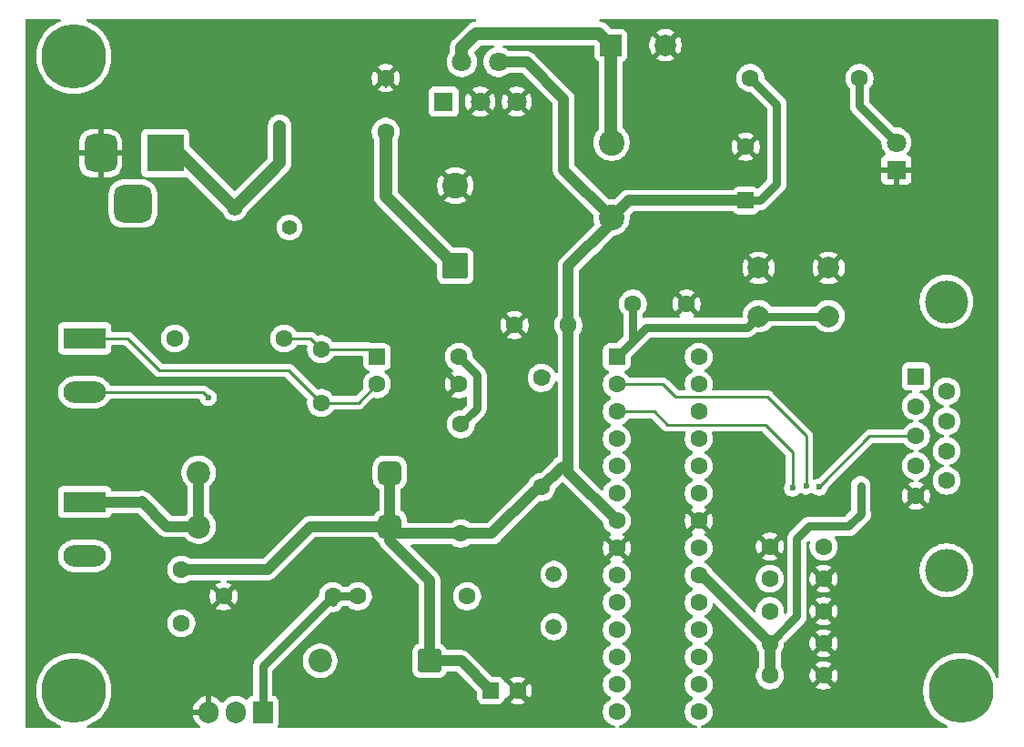
<source format=gbr>
%TF.GenerationSoftware,KiCad,Pcbnew,9.0.4*%
%TF.CreationDate,2025-09-02T22:33:31-03:00*%
%TF.ProjectId,sillion,73696c6c-696f-46e2-9e6b-696361645f70,rev?*%
%TF.SameCoordinates,Original*%
%TF.FileFunction,Copper,L2,Bot*%
%TF.FilePolarity,Positive*%
%FSLAX46Y46*%
G04 Gerber Fmt 4.6, Leading zero omitted, Abs format (unit mm)*
G04 Created by KiCad (PCBNEW 9.0.4) date 2025-09-02 22:33:31*
%MOMM*%
%LPD*%
G01*
G04 APERTURE LIST*
G04 Aperture macros list*
%AMRoundRect*
0 Rectangle with rounded corners*
0 $1 Rounding radius*
0 $2 $3 $4 $5 $6 $7 $8 $9 X,Y pos of 4 corners*
0 Add a 4 corners polygon primitive as box body*
4,1,4,$2,$3,$4,$5,$6,$7,$8,$9,$2,$3,0*
0 Add four circle primitives for the rounded corners*
1,1,$1+$1,$2,$3*
1,1,$1+$1,$4,$5*
1,1,$1+$1,$6,$7*
1,1,$1+$1,$8,$9*
0 Add four rect primitives between the rounded corners*
20,1,$1+$1,$2,$3,$4,$5,0*
20,1,$1+$1,$4,$5,$6,$7,0*
20,1,$1+$1,$6,$7,$8,$9,0*
20,1,$1+$1,$8,$9,$2,$3,0*%
G04 Aperture macros list end*
%TA.AperFunction,ComponentPad*%
%ADD10C,4.000000*%
%TD*%
%TA.AperFunction,ComponentPad*%
%ADD11R,1.600000X1.600000*%
%TD*%
%TA.AperFunction,ComponentPad*%
%ADD12C,1.600000*%
%TD*%
%TA.AperFunction,ComponentPad*%
%ADD13R,1.800000X1.800000*%
%TD*%
%TA.AperFunction,ComponentPad*%
%ADD14C,1.800000*%
%TD*%
%TA.AperFunction,ComponentPad*%
%ADD15C,2.000000*%
%TD*%
%TA.AperFunction,ComponentPad*%
%ADD16R,2.000000X2.000000*%
%TD*%
%TA.AperFunction,ComponentPad*%
%ADD17RoundRect,0.250000X-0.550000X-0.550000X0.550000X-0.550000X0.550000X0.550000X-0.550000X0.550000X0*%
%TD*%
%TA.AperFunction,ComponentPad*%
%ADD18O,1.905000X2.000000*%
%TD*%
%TA.AperFunction,ComponentPad*%
%ADD19R,1.905000X2.000000*%
%TD*%
%TA.AperFunction,ComponentPad*%
%ADD20C,1.500000*%
%TD*%
%TA.AperFunction,ComponentPad*%
%ADD21C,2.400000*%
%TD*%
%TA.AperFunction,ComponentPad*%
%ADD22R,3.960000X1.980000*%
%TD*%
%TA.AperFunction,ComponentPad*%
%ADD23O,3.960000X1.980000*%
%TD*%
%TA.AperFunction,ComponentPad*%
%ADD24R,3.500000X3.500000*%
%TD*%
%TA.AperFunction,ComponentPad*%
%ADD25RoundRect,0.750000X-0.750000X-1.000000X0.750000X-1.000000X0.750000X1.000000X-0.750000X1.000000X0*%
%TD*%
%TA.AperFunction,ComponentPad*%
%ADD26RoundRect,0.875000X-0.875000X-0.875000X0.875000X-0.875000X0.875000X0.875000X-0.875000X0.875000X0*%
%TD*%
%TA.AperFunction,ComponentPad*%
%ADD27RoundRect,0.550000X0.550000X0.550000X-0.550000X0.550000X-0.550000X-0.550000X0.550000X-0.550000X0*%
%TD*%
%TA.AperFunction,ComponentPad*%
%ADD28C,2.200000*%
%TD*%
%TA.AperFunction,ComponentPad*%
%ADD29RoundRect,0.249999X0.850001X0.850001X-0.850001X0.850001X-0.850001X-0.850001X0.850001X-0.850001X0*%
%TD*%
%TA.AperFunction,ComponentPad*%
%ADD30RoundRect,0.250000X0.550000X-0.550000X0.550000X0.550000X-0.550000X0.550000X-0.550000X-0.550000X0*%
%TD*%
%TA.AperFunction,ComponentPad*%
%ADD31RoundRect,0.250001X0.949999X-0.949999X0.949999X0.949999X-0.949999X0.949999X-0.949999X-0.949999X0*%
%TD*%
%TA.AperFunction,ComponentPad*%
%ADD32C,1.400000*%
%TD*%
%TA.AperFunction,ViaPad*%
%ADD33C,6.000000*%
%TD*%
%TA.AperFunction,ViaPad*%
%ADD34C,0.600000*%
%TD*%
%TA.AperFunction,ViaPad*%
%ADD35C,0.900000*%
%TD*%
%TA.AperFunction,Conductor*%
%ADD36C,0.800000*%
%TD*%
%TA.AperFunction,Conductor*%
%ADD37C,1.000000*%
%TD*%
%TA.AperFunction,Conductor*%
%ADD38C,0.250000*%
%TD*%
%TA.AperFunction,Conductor*%
%ADD39C,1.200000*%
%TD*%
%TA.AperFunction,Conductor*%
%ADD40C,0.200000*%
%TD*%
G04 APERTURE END LIST*
D10*
%TO.P,J2,0*%
%TO.N,N/C*%
X166676400Y-71820800D03*
X166676400Y-46820800D03*
D11*
%TO.P,J2,1,1*%
%TO.N,unconnected-(J2-Pad1)*%
X163836400Y-53780800D03*
D12*
%TO.P,J2,2,2*%
%TO.N,Net-(U3-T1OUT)*%
X163836400Y-56550800D03*
%TO.P,J2,3,3*%
%TO.N,Net-(U3-R1IN)*%
X163836400Y-59320800D03*
%TO.P,J2,4,4*%
%TO.N,unconnected-(J2-Pad4)*%
X163836400Y-62090800D03*
%TO.P,J2,5,5*%
%TO.N,Earth*%
X163836400Y-64860800D03*
%TO.P,J2,6,6*%
%TO.N,unconnected-(J2-Pad6)*%
X166676400Y-55165800D03*
%TO.P,J2,7,7*%
%TO.N,unconnected-(J2-Pad7)*%
X166676400Y-57935800D03*
%TO.P,J2,8,8*%
%TO.N,unconnected-(J2-Pad8)*%
X166676400Y-60705800D03*
%TO.P,J2,9,9*%
%TO.N,unconnected-(J2-Pad9)*%
X166676400Y-63475800D03*
%TD*%
D13*
%TO.P,D3,1,K*%
%TO.N,Earth*%
X162000000Y-34540000D03*
D14*
%TO.P,D3,2,A*%
%TO.N,Net-(D3-A)*%
X162000000Y-32000000D03*
%TD*%
D12*
%TO.P,C5,1*%
%TO.N,+5V*%
X150241200Y-81602000D03*
%TO.P,C5,2*%
%TO.N,Earth*%
X155241200Y-81602000D03*
%TD*%
%TO.P,C1,1*%
%TO.N,Net-(U1-XTAL2{slash}PB7)*%
X150241200Y-75602000D03*
%TO.P,C1,2*%
%TO.N,Earth*%
X155241200Y-75602000D03*
%TD*%
%TO.P,C4,1*%
%TO.N,+5V*%
X150241200Y-78602000D03*
%TO.P,C4,2*%
%TO.N,Earth*%
X155241200Y-78602000D03*
%TD*%
%TO.P,C2,1*%
%TO.N,Net-(U1-AREF)*%
X155241200Y-69602000D03*
%TO.P,C2,2*%
%TO.N,Earth*%
X150241200Y-69602000D03*
%TD*%
D15*
%TO.P,SW1,2,2*%
%TO.N,Earth*%
X149200800Y-43673200D03*
X155700800Y-43673200D03*
%TO.P,SW1,1,1*%
%TO.N,Net-(U1-~{RESET}{slash}PC6)*%
X149200800Y-48173200D03*
X155700800Y-48173200D03*
%TD*%
D12*
%TO.P,C6,2*%
%TO.N,Earth*%
X114500000Y-26000000D03*
%TO.P,C6,1*%
%TO.N,Net-(D4-K)*%
X114500000Y-31000000D03*
%TD*%
D14*
%TO.P,U2,5,~{ON}/OFF*%
%TO.N,Earth*%
X126700000Y-28200000D03*
%TO.P,U2,4,FB*%
%TO.N,+5V*%
X125000000Y-24500000D03*
%TO.P,U2,3,GND*%
%TO.N,Earth*%
X123300000Y-28200000D03*
%TO.P,U2,2,OUT*%
%TO.N,Net-(D1-K)*%
X121600000Y-24500000D03*
D13*
%TO.P,U2,1,VIN*%
%TO.N,Net-(D4-K)*%
X119900000Y-28200000D03*
%TD*%
D15*
%TO.P,D1,2,A*%
%TO.N,Earth*%
X140540000Y-22950000D03*
D16*
%TO.P,D1,1,K*%
%TO.N,Net-(D1-K)*%
X135460000Y-22950000D03*
%TD*%
D12*
%TO.P,C14,2*%
%TO.N,Earth*%
X126794888Y-83000000D03*
D17*
%TO.P,C14,1*%
%TO.N,+5V*%
X124294888Y-83000000D03*
%TD*%
D18*
%TO.P,Q1,3,S*%
%TO.N,Earth*%
X98000000Y-85000000D03*
%TO.P,Q1,2,D*%
%TO.N,Net-(D5-A)*%
X100540000Y-85000000D03*
D19*
%TO.P,Q1,1,G*%
%TO.N,Net-(Q1-G)*%
X103080000Y-85000000D03*
%TD*%
D12*
%TO.P,R6,2*%
%TO.N,+5V*%
X121500000Y-68395000D03*
%TO.P,R6,1*%
%TO.N,/trig_in*%
X121500000Y-58235000D03*
%TD*%
D20*
%TO.P,Y1,1,1*%
%TO.N,Net-(U1-XTAL2{slash}PB7)*%
X130149600Y-77066800D03*
%TO.P,Y1,2,2*%
%TO.N,Net-(U1-XTAL1{slash}PB6)*%
X130149600Y-72186800D03*
%TD*%
D17*
%TO.P,U4,1*%
%TO.N,Net-(C15-Pad1)*%
X113695000Y-51960000D03*
D12*
%TO.P,U4,2*%
%TO.N,Net-(J3-Pin_1)*%
X113695000Y-54500000D03*
%TO.P,U4,3*%
%TO.N,Earth*%
X121315000Y-54500000D03*
%TO.P,U4,4*%
%TO.N,/trig_in*%
X121315000Y-51960000D03*
%TD*%
%TO.P,R8,1*%
%TO.N,Net-(Q1-G)*%
X109580000Y-74235000D03*
%TO.P,R8,2*%
%TO.N,Earth*%
X99420000Y-74235000D03*
%TD*%
%TO.P,R7,1*%
%TO.N,Net-(Q1-G)*%
X111920000Y-74235000D03*
%TO.P,R7,2*%
%TO.N,/motor_out*%
X122080000Y-74235000D03*
%TD*%
%TO.P,R5,1*%
%TO.N,Net-(D6-K)*%
X94920000Y-50235000D03*
%TO.P,R5,2*%
%TO.N,Net-(C15-Pad1)*%
X105080000Y-50235000D03*
%TD*%
%TO.P,R2,1*%
%TO.N,+5V*%
X148420000Y-26000000D03*
%TO.P,R2,2*%
%TO.N,Net-(D3-A)*%
X158580000Y-26000000D03*
%TD*%
%TO.P,R1,1*%
%TO.N,Net-(U1-~{RESET}{slash}PC6)*%
X129000000Y-53920000D03*
%TO.P,R1,2*%
%TO.N,+5V*%
X129000000Y-64080000D03*
%TD*%
D21*
%TO.P,L1,1,1*%
%TO.N,Net-(D1-K)*%
X135500000Y-32000000D03*
%TO.P,L1,2,2*%
%TO.N,+5V*%
X135500000Y-39000000D03*
%TD*%
D22*
%TO.P,J4,1,Pin_1*%
%TO.N,Net-(J4-Pin_1)*%
X86500000Y-65470000D03*
D23*
%TO.P,J4,2,Pin_2*%
%TO.N,Net-(D5-A)*%
X86500000Y-70470000D03*
%TD*%
D22*
%TO.P,J3,1,Pin_1*%
%TO.N,Net-(J3-Pin_1)*%
X86500000Y-50235000D03*
D23*
%TO.P,J3,2,Pin_2*%
%TO.N,Net-(D6-A)*%
X86500000Y-55235000D03*
%TD*%
D24*
%TO.P,J1,1*%
%TO.N,Net-(D2-K)*%
X94000000Y-33000000D03*
D25*
%TO.P,J1,2*%
%TO.N,Earth*%
X88000000Y-33000000D03*
D26*
%TO.P,J1,3*%
%TO.N,N/C*%
X91000000Y-37700000D03*
%TD*%
D27*
%TO.P,F1,1*%
%TO.N,+5V*%
X114900000Y-67735000D03*
X114900000Y-62735000D03*
D28*
%TO.P,F1,2*%
%TO.N,Net-(J4-Pin_1)*%
X97100000Y-67735000D03*
X97100000Y-62735000D03*
%TD*%
D29*
%TO.P,D5,1,K*%
%TO.N,+5V*%
X118580000Y-80235000D03*
D28*
%TO.P,D5,2,A*%
%TO.N,Net-(D5-A)*%
X108420000Y-80235000D03*
%TD*%
D12*
%TO.P,C15,1*%
%TO.N,Net-(C15-Pad1)*%
X108500000Y-51235000D03*
%TO.P,C15,2*%
%TO.N,Net-(J3-Pin_1)*%
X108500000Y-56235000D03*
%TD*%
%TO.P,C13,1*%
%TO.N,+5V*%
X95500000Y-71735000D03*
%TO.P,C13,2*%
%TO.N,Net-(D5-A)*%
X95500000Y-76735000D03*
%TD*%
%TO.P,C12,1*%
%TO.N,+5V*%
X131500000Y-49000000D03*
%TO.P,C12,2*%
%TO.N,Earth*%
X126500000Y-49000000D03*
%TD*%
%TO.P,C9,1*%
%TO.N,Net-(U1-~{RESET}{slash}PC6)*%
X137500000Y-47000000D03*
%TO.P,C9,2*%
%TO.N,Earth*%
X142500000Y-47000000D03*
%TD*%
D30*
%TO.P,C7,1*%
%TO.N,+5V*%
X148000000Y-37402651D03*
D12*
%TO.P,C7,2*%
%TO.N,Earth*%
X148000000Y-32402651D03*
%TD*%
D31*
%TO.P,C8,1*%
%TO.N,Net-(D4-K)*%
X121000000Y-43500000D03*
D21*
%TO.P,C8,2*%
%TO.N,Earth*%
X121000000Y-36000000D03*
%TD*%
D32*
%TO.P,TH1,1*%
%TO.N,Net-(D2-K)*%
X100450000Y-38100000D03*
%TO.P,TH1,2*%
%TO.N,Net-(D4-A)*%
X105550000Y-39900000D03*
%TD*%
D17*
%TO.P,U1,1,~{RESET}/PC6*%
%TO.N,Net-(U1-~{RESET}{slash}PC6)*%
X136000000Y-51960000D03*
D12*
%TO.P,U1,2,PD0*%
%TO.N,Net-(U1-PD0)*%
X136000000Y-54500000D03*
%TO.P,U1,3,PD1*%
%TO.N,Net-(U1-PD1)*%
X136000000Y-57040000D03*
%TO.P,U1,4,PD2*%
%TO.N,/trig_in*%
X136000000Y-59580000D03*
%TO.P,U1,5,PD3*%
%TO.N,/motor_out*%
X136000000Y-62120000D03*
%TO.P,U1,6,PD4*%
%TO.N,unconnected-(U1-PD4-Pad6)*%
X136000000Y-64660000D03*
%TO.P,U1,7,VCC*%
%TO.N,+5V*%
X136000000Y-67200000D03*
%TO.P,U1,8,GND*%
%TO.N,Earth*%
X136000000Y-69740000D03*
%TO.P,U1,9,XTAL1/PB6*%
%TO.N,Net-(U1-XTAL1{slash}PB6)*%
X136000000Y-72280000D03*
%TO.P,U1,10,XTAL2/PB7*%
%TO.N,Net-(U1-XTAL2{slash}PB7)*%
X136000000Y-74820000D03*
%TO.P,U1,11,PD5*%
%TO.N,unconnected-(U1-PD5-Pad11)*%
X136000000Y-77360000D03*
%TO.P,U1,12,PD6*%
%TO.N,unconnected-(U1-PD6-Pad12)*%
X136000000Y-79900000D03*
%TO.P,U1,13,PD7*%
%TO.N,unconnected-(U1-PD7-Pad13)*%
X136000000Y-82440000D03*
%TO.P,U1,14,PB0*%
%TO.N,unconnected-(U1-PB0-Pad14)*%
X136000000Y-84980000D03*
%TO.P,U1,15,PB1*%
%TO.N,unconnected-(U1-PB1-Pad15)*%
X143620000Y-84980000D03*
%TO.P,U1,16,PB2*%
%TO.N,unconnected-(U1-PB2-Pad16)*%
X143620000Y-82440000D03*
%TO.P,U1,17,PB3*%
%TO.N,unconnected-(U1-PB3-Pad17)*%
X143620000Y-79900000D03*
%TO.P,U1,18,PB4*%
%TO.N,unconnected-(U1-PB4-Pad18)*%
X143620000Y-77360000D03*
%TO.P,U1,19,PB5*%
%TO.N,unconnected-(U1-PB5-Pad19)*%
X143620000Y-74820000D03*
%TO.P,U1,20,AVCC*%
%TO.N,+5V*%
X143620000Y-72280000D03*
%TO.P,U1,21,AREF*%
%TO.N,Net-(U1-AREF)*%
X143620000Y-69740000D03*
%TO.P,U1,22,GND*%
%TO.N,Earth*%
X143620000Y-67200000D03*
%TO.P,U1,23,PC0*%
%TO.N,unconnected-(U1-PC0-Pad23)*%
X143620000Y-64660000D03*
%TO.P,U1,24,PC1*%
%TO.N,unconnected-(U1-PC1-Pad24)*%
X143620000Y-62120000D03*
%TO.P,U1,25,PC2*%
%TO.N,unconnected-(U1-PC2-Pad25)*%
X143620000Y-59580000D03*
%TO.P,U1,26,PC3*%
%TO.N,unconnected-(U1-PC3-Pad26)*%
X143620000Y-57040000D03*
%TO.P,U1,27,PC4*%
%TO.N,unconnected-(U1-PC4-Pad27)*%
X143620000Y-54500000D03*
%TO.P,U1,28,PC5*%
%TO.N,unconnected-(U1-PC5-Pad28)*%
X143620000Y-51960000D03*
%TD*%
%TO.P,C3,2*%
%TO.N,Earth*%
X155241200Y-72602000D03*
%TO.P,C3,1*%
%TO.N,Net-(U1-XTAL1{slash}PB6)*%
X150241200Y-72602000D03*
%TD*%
D33*
%TO.N,*%
X168000000Y-83000000D03*
X85500000Y-83000000D03*
X85500000Y-24000000D03*
%TO.N,Earth*%
X168000000Y-24500000D03*
D34*
%TO.N,Net-(U3-R1IN)*%
X154838400Y-64058800D03*
%TO.N,Earth*%
X157416200Y-63964500D03*
%TO.N,Net-(U1-PD1)*%
X152363200Y-64149000D03*
%TO.N,Net-(U1-PD0)*%
X153606200Y-63964500D03*
%TO.N,+5V*%
X158686200Y-63964500D03*
%TO.N,Net-(D6-A)*%
X98000000Y-55735000D03*
D35*
%TO.N,Earth*%
X100350000Y-30500000D03*
%TO.N,Net-(D2-K)*%
X104650000Y-30500000D03*
%TD*%
D36*
%TO.N,/trig_in*%
X122986800Y-53631800D02*
X122986800Y-56748200D01*
X121315000Y-51960000D02*
X122986800Y-53631800D01*
X122986800Y-56748200D02*
X121500000Y-58235000D01*
%TO.N,+5V*%
X158686200Y-66484200D02*
X158686200Y-63964500D01*
X158750000Y-66548000D02*
X158686200Y-66484200D01*
X157581600Y-67716400D02*
X158750000Y-66548000D01*
X152744200Y-68896200D02*
X153924000Y-67716400D01*
X152744200Y-76099000D02*
X152744200Y-68896200D01*
X153924000Y-67716400D02*
X157581600Y-67716400D01*
X150241200Y-78602000D02*
X152744200Y-76099000D01*
D37*
X150241200Y-81602000D02*
X150241200Y-78602000D01*
X143919200Y-72280000D02*
X150241200Y-78602000D01*
X143620000Y-72280000D02*
X143919200Y-72280000D01*
D38*
%TO.N,Net-(U3-R1IN)*%
X159525600Y-59320800D02*
X163836400Y-59320800D01*
X154990800Y-63906400D02*
X154990800Y-63855600D01*
X154838400Y-64058800D02*
X154990800Y-63906400D01*
X154990800Y-63855600D02*
X159525600Y-59320800D01*
%TO.N,Net-(U1-PD1)*%
X152270200Y-64056000D02*
X152363200Y-64149000D01*
X139488400Y-57040000D02*
X136000000Y-57040000D01*
X149809200Y-58267600D02*
X140716000Y-58267600D01*
X140716000Y-58267600D02*
X139488400Y-57040000D01*
X152363200Y-64149000D02*
X152363200Y-60821600D01*
X152363200Y-60821600D02*
X149809200Y-58267600D01*
%TO.N,Net-(U1-PD0)*%
X140301200Y-54500000D02*
X141478000Y-55676800D01*
X141478000Y-55676800D02*
X150012400Y-55676800D01*
X150012400Y-55676800D02*
X153606200Y-59270600D01*
X153606200Y-59270600D02*
X153606200Y-63964500D01*
X136000000Y-54500000D02*
X140301200Y-54500000D01*
D36*
%TO.N,Net-(U1-~{RESET}{slash}PC6)*%
X148148800Y-49225200D02*
X138734800Y-49225200D01*
X138734800Y-49225200D02*
X136000000Y-51960000D01*
X149200800Y-48173200D02*
X148148800Y-49225200D01*
X155700800Y-48173200D02*
X149200800Y-48173200D01*
D37*
%TO.N,Net-(J4-Pin_1)*%
X91821000Y-65405000D02*
X91756000Y-65470000D01*
X94151000Y-67735000D02*
X91821000Y-65405000D01*
X91756000Y-65470000D02*
X86500000Y-65470000D01*
X97100000Y-67735000D02*
X94151000Y-67735000D01*
X97100000Y-67735000D02*
X97100000Y-62735000D01*
%TO.N,+5V*%
X103525000Y-71735000D02*
X95500000Y-71735000D01*
X107525000Y-67735000D02*
X103525000Y-71735000D01*
X114900000Y-67735000D02*
X107525000Y-67735000D01*
X114900000Y-67735000D02*
X114900000Y-62735000D01*
X121529888Y-80235000D02*
X124294888Y-83000000D01*
X118580000Y-80235000D02*
X121529888Y-80235000D01*
X118580000Y-72733000D02*
X118580000Y-80235000D01*
X114900000Y-67735000D02*
X114900000Y-69053000D01*
X114900000Y-69053000D02*
X118580000Y-72733000D01*
X115560000Y-68395000D02*
X114900000Y-67735000D01*
X121500000Y-68395000D02*
X115560000Y-68395000D01*
X124391000Y-68395000D02*
X121500000Y-68395000D01*
X128333500Y-64452500D02*
X124391000Y-68395000D01*
X130850000Y-62230000D02*
X129000000Y-64080000D01*
X131500000Y-62230000D02*
X130850000Y-62230000D01*
X131500000Y-62230000D02*
X131500000Y-62700000D01*
X131500000Y-62700000D02*
X136000000Y-67200000D01*
X131500000Y-49000000D02*
X131500000Y-62230000D01*
X131500000Y-43497000D02*
X131500000Y-49000000D01*
X135500000Y-39497000D02*
X131500000Y-43497000D01*
X135500000Y-39000000D02*
X135500000Y-39497000D01*
X137097349Y-37402651D02*
X148000000Y-37402651D01*
X135500000Y-39000000D02*
X137097349Y-37402651D01*
X131064000Y-34564000D02*
X135500000Y-39000000D01*
X131064000Y-27940000D02*
X131064000Y-34564000D01*
X127624000Y-24500000D02*
X131064000Y-27940000D01*
X125000000Y-24500000D02*
X127624000Y-24500000D01*
D36*
%TO.N,Net-(Q1-G)*%
X103080000Y-80735000D02*
X109580000Y-74235000D01*
X103080000Y-85000000D02*
X103080000Y-80735000D01*
X109580000Y-74782000D02*
X109601000Y-74803000D01*
X109580000Y-74235000D02*
X109580000Y-74782000D01*
X111920000Y-74235000D02*
X109580000Y-74235000D01*
%TO.N,+5V*%
X128706000Y-64080000D02*
X128333500Y-64452500D01*
X129000000Y-64080000D02*
X128706000Y-64080000D01*
%TO.N,Net-(U1-~{RESET}{slash}PC6)*%
X137500000Y-50460000D02*
X136000000Y-51960000D01*
X137500000Y-47000000D02*
X137500000Y-50460000D01*
X129326000Y-53634000D02*
X129413000Y-53721000D01*
X129286000Y-53634000D02*
X129326000Y-53634000D01*
X129000000Y-53920000D02*
X129286000Y-53634000D01*
D38*
%TO.N,Net-(J3-Pin_1)*%
X111960000Y-56235000D02*
X113695000Y-54500000D01*
X108500000Y-56235000D02*
X111960000Y-56235000D01*
%TO.N,Net-(C15-Pad1)*%
X112970000Y-51235000D02*
X113695000Y-51960000D01*
X108500000Y-51235000D02*
X112970000Y-51235000D01*
X107500000Y-50235000D02*
X108500000Y-51235000D01*
X105080000Y-50235000D02*
X107500000Y-50235000D01*
%TO.N,Net-(J3-Pin_1)*%
X93472000Y-53213000D02*
X105478000Y-53213000D01*
X90494000Y-50235000D02*
X93472000Y-53213000D01*
X86500000Y-50235000D02*
X90494000Y-50235000D01*
X105478000Y-53213000D02*
X108500000Y-56235000D01*
%TO.N,Net-(D6-A)*%
X97500000Y-55235000D02*
X98000000Y-55735000D01*
X86500000Y-55235000D02*
X97500000Y-55235000D01*
D36*
%TO.N,Earth*%
X126500000Y-49000000D02*
X126500000Y-49315000D01*
%TO.N,+5V*%
X131500000Y-61580000D02*
X131500000Y-62700000D01*
X131500000Y-61580000D02*
X129000000Y-64080000D01*
X131500000Y-49000000D02*
X131500000Y-61580000D01*
%TO.N,Net-(D3-A)*%
X158580000Y-28580000D02*
X162000000Y-32000000D01*
X158580000Y-26000000D02*
X158580000Y-28580000D01*
%TO.N,+5V*%
X149287349Y-37402651D02*
X148000000Y-37402651D01*
X150876000Y-35814000D02*
X149287349Y-37402651D01*
X150876000Y-28456000D02*
X150876000Y-35814000D01*
X148420000Y-26000000D02*
X150876000Y-28456000D01*
D39*
%TO.N,Net-(D1-K)*%
X135460000Y-22950000D02*
X135460000Y-31960000D01*
X135460000Y-31960000D02*
X135500000Y-32000000D01*
X134354000Y-21844000D02*
X135460000Y-22950000D01*
X122936000Y-21844000D02*
X134354000Y-21844000D01*
X121600000Y-23180000D02*
X122936000Y-21844000D01*
X121600000Y-24500000D02*
X121600000Y-23180000D01*
%TO.N,Net-(D4-K)*%
X114500000Y-37000000D02*
X121000000Y-43500000D01*
X114500000Y-31000000D02*
X114500000Y-37000000D01*
%TO.N,Net-(D2-K)*%
X104650000Y-33900000D02*
X100450000Y-38100000D01*
X104650000Y-30500000D02*
X104650000Y-33900000D01*
X94000000Y-33000000D02*
X95350000Y-33000000D01*
X95350000Y-33000000D02*
X100450000Y-38100000D01*
D40*
%TO.N,Earth*%
X114500000Y-26000000D02*
X114500000Y-26851000D01*
%TD*%
%TA.AperFunction,Conductor*%
%TO.N,Earth*%
G36*
X84246149Y-20519685D02*
G01*
X84291904Y-20572489D01*
X84301848Y-20641647D01*
X84272823Y-20705203D01*
X84226563Y-20738560D01*
X84149221Y-20770597D01*
X84001535Y-20831770D01*
X84001530Y-20831772D01*
X83698224Y-20993893D01*
X83698206Y-20993904D01*
X83412248Y-21184975D01*
X83412234Y-21184985D01*
X83146367Y-21403176D01*
X82903176Y-21646367D01*
X82684985Y-21912234D01*
X82684975Y-21912248D01*
X82493904Y-22198206D01*
X82493893Y-22198224D01*
X82331772Y-22501530D01*
X82331770Y-22501535D01*
X82200150Y-22819293D01*
X82100308Y-23148427D01*
X82033210Y-23485750D01*
X82018586Y-23634239D01*
X81999500Y-23828031D01*
X81999500Y-24171969D01*
X82005503Y-24232918D01*
X82033210Y-24514249D01*
X82100308Y-24851572D01*
X82200150Y-25180706D01*
X82331770Y-25498464D01*
X82331772Y-25498469D01*
X82493893Y-25801775D01*
X82493897Y-25801782D01*
X82493900Y-25801787D01*
X82493903Y-25801792D01*
X82493904Y-25801793D01*
X82684975Y-26087751D01*
X82684985Y-26087765D01*
X82903176Y-26353632D01*
X83146367Y-26596823D01*
X83146372Y-26596827D01*
X83146373Y-26596828D01*
X83412240Y-26815019D01*
X83698213Y-27006100D01*
X83698222Y-27006105D01*
X83698224Y-27006106D01*
X84001530Y-27168227D01*
X84001532Y-27168227D01*
X84001538Y-27168231D01*
X84319295Y-27299850D01*
X84648422Y-27399690D01*
X84985750Y-27466789D01*
X85328031Y-27500500D01*
X85328034Y-27500500D01*
X85671966Y-27500500D01*
X85671969Y-27500500D01*
X86014250Y-27466789D01*
X86351578Y-27399690D01*
X86680705Y-27299850D01*
X86998462Y-27168231D01*
X87301787Y-27006100D01*
X87587760Y-26815019D01*
X87853627Y-26596828D01*
X88096828Y-26353627D01*
X88315019Y-26087760D01*
X88442025Y-25897682D01*
X113200000Y-25897682D01*
X113200000Y-26102317D01*
X113232009Y-26304417D01*
X113295244Y-26499031D01*
X113388141Y-26681350D01*
X113388147Y-26681359D01*
X113420523Y-26725921D01*
X113420524Y-26725922D01*
X114100000Y-26046446D01*
X114100000Y-26052661D01*
X114127259Y-26154394D01*
X114179920Y-26245606D01*
X114254394Y-26320080D01*
X114345606Y-26372741D01*
X114447339Y-26400000D01*
X114453553Y-26400000D01*
X113774076Y-27079474D01*
X113818650Y-27111859D01*
X114000968Y-27204755D01*
X114195582Y-27267990D01*
X114397683Y-27300000D01*
X114602317Y-27300000D01*
X114804417Y-27267990D01*
X114853213Y-27252135D01*
X118499500Y-27252135D01*
X118499500Y-29147870D01*
X118499501Y-29147876D01*
X118505908Y-29207483D01*
X118556202Y-29342328D01*
X118556206Y-29342335D01*
X118642452Y-29457544D01*
X118642455Y-29457547D01*
X118757664Y-29543793D01*
X118757671Y-29543797D01*
X118892517Y-29594091D01*
X118892516Y-29594091D01*
X118899444Y-29594835D01*
X118952127Y-29600500D01*
X120847872Y-29600499D01*
X120907483Y-29594091D01*
X121042331Y-29543796D01*
X121157546Y-29457546D01*
X121243796Y-29342331D01*
X121294091Y-29207483D01*
X121300500Y-29147873D01*
X121300499Y-28089818D01*
X121900000Y-28089818D01*
X121900000Y-28310181D01*
X121934473Y-28527835D01*
X122002567Y-28737410D01*
X122102611Y-28933756D01*
X122148932Y-28997513D01*
X122776212Y-28370233D01*
X122787482Y-28412292D01*
X122859890Y-28537708D01*
X122962292Y-28640110D01*
X123087708Y-28712518D01*
X123129765Y-28723787D01*
X122502485Y-29351065D01*
X122502485Y-29351066D01*
X122566243Y-29397388D01*
X122762589Y-29497432D01*
X122972164Y-29565526D01*
X123189819Y-29600000D01*
X123410181Y-29600000D01*
X123627835Y-29565526D01*
X123837410Y-29497432D01*
X124033760Y-29397386D01*
X124097513Y-29351066D01*
X124097514Y-29351066D01*
X123470234Y-28723787D01*
X123512292Y-28712518D01*
X123637708Y-28640110D01*
X123740110Y-28537708D01*
X123812518Y-28412292D01*
X123823787Y-28370235D01*
X124451066Y-28997514D01*
X124451066Y-28997513D01*
X124497386Y-28933760D01*
X124597432Y-28737410D01*
X124665526Y-28527835D01*
X124700000Y-28310181D01*
X124700000Y-28089818D01*
X125300000Y-28089818D01*
X125300000Y-28310181D01*
X125334473Y-28527835D01*
X125402567Y-28737410D01*
X125502611Y-28933756D01*
X125548932Y-28997513D01*
X126176212Y-28370233D01*
X126187482Y-28412292D01*
X126259890Y-28537708D01*
X126362292Y-28640110D01*
X126487708Y-28712518D01*
X126529765Y-28723787D01*
X125902485Y-29351065D01*
X125902485Y-29351066D01*
X125966243Y-29397388D01*
X126162589Y-29497432D01*
X126372164Y-29565526D01*
X126589819Y-29600000D01*
X126810181Y-29600000D01*
X127027835Y-29565526D01*
X127237410Y-29497432D01*
X127433760Y-29397386D01*
X127497513Y-29351066D01*
X127497514Y-29351066D01*
X126870234Y-28723787D01*
X126912292Y-28712518D01*
X127037708Y-28640110D01*
X127140110Y-28537708D01*
X127212518Y-28412292D01*
X127223787Y-28370234D01*
X127851066Y-28997514D01*
X127851066Y-28997513D01*
X127897386Y-28933760D01*
X127997432Y-28737410D01*
X128065526Y-28527835D01*
X128100000Y-28310181D01*
X128100000Y-28089818D01*
X128065526Y-27872164D01*
X127997432Y-27662589D01*
X127897388Y-27466243D01*
X127851066Y-27402485D01*
X127851065Y-27402485D01*
X127223787Y-28029764D01*
X127212518Y-27987708D01*
X127140110Y-27862292D01*
X127037708Y-27759890D01*
X126912292Y-27687482D01*
X126870232Y-27676212D01*
X127497513Y-27048932D01*
X127433756Y-27002611D01*
X127237410Y-26902567D01*
X127027835Y-26834473D01*
X126810181Y-26800000D01*
X126589819Y-26800000D01*
X126372164Y-26834473D01*
X126162589Y-26902567D01*
X125966233Y-27002616D01*
X125902485Y-27048931D01*
X125902485Y-27048932D01*
X126529765Y-27676212D01*
X126487708Y-27687482D01*
X126362292Y-27759890D01*
X126259890Y-27862292D01*
X126187482Y-27987708D01*
X126176212Y-28029765D01*
X125548932Y-27402485D01*
X125548931Y-27402485D01*
X125502616Y-27466233D01*
X125402567Y-27662589D01*
X125334473Y-27872164D01*
X125300000Y-28089818D01*
X124700000Y-28089818D01*
X124665526Y-27872164D01*
X124597432Y-27662589D01*
X124497388Y-27466243D01*
X124451066Y-27402485D01*
X124451065Y-27402485D01*
X123823787Y-28029764D01*
X123812518Y-27987708D01*
X123740110Y-27862292D01*
X123637708Y-27759890D01*
X123512292Y-27687482D01*
X123470232Y-27676212D01*
X124097513Y-27048932D01*
X124033756Y-27002611D01*
X123837410Y-26902567D01*
X123627835Y-26834473D01*
X123410181Y-26800000D01*
X123189819Y-26800000D01*
X122972164Y-26834473D01*
X122762589Y-26902567D01*
X122566233Y-27002616D01*
X122502485Y-27048931D01*
X122502485Y-27048932D01*
X123129765Y-27676212D01*
X123087708Y-27687482D01*
X122962292Y-27759890D01*
X122859890Y-27862292D01*
X122787482Y-27987708D01*
X122776212Y-28029765D01*
X122148932Y-27402485D01*
X122148931Y-27402485D01*
X122102616Y-27466233D01*
X122002567Y-27662589D01*
X121934473Y-27872164D01*
X121900000Y-28089818D01*
X121300499Y-28089818D01*
X121300499Y-27252128D01*
X121294091Y-27192517D01*
X121285031Y-27168227D01*
X121274326Y-27139524D01*
X121243797Y-27057671D01*
X121243793Y-27057664D01*
X121157547Y-26942455D01*
X121157544Y-26942452D01*
X121042335Y-26856206D01*
X121042328Y-26856202D01*
X120907482Y-26805908D01*
X120907483Y-26805908D01*
X120847883Y-26799501D01*
X120847881Y-26799500D01*
X120847873Y-26799500D01*
X120847864Y-26799500D01*
X118952129Y-26799500D01*
X118952123Y-26799501D01*
X118892516Y-26805908D01*
X118757671Y-26856202D01*
X118757664Y-26856206D01*
X118642455Y-26942452D01*
X118642452Y-26942455D01*
X118556206Y-27057664D01*
X118556202Y-27057671D01*
X118505908Y-27192517D01*
X118499501Y-27252116D01*
X118499501Y-27252123D01*
X118499500Y-27252135D01*
X114853213Y-27252135D01*
X114999031Y-27204755D01*
X115129416Y-27138321D01*
X115181349Y-27111859D01*
X115225921Y-27079474D01*
X114546447Y-26400000D01*
X114552661Y-26400000D01*
X114654394Y-26372741D01*
X114745606Y-26320080D01*
X114820080Y-26245606D01*
X114872741Y-26154394D01*
X114900000Y-26052661D01*
X114900000Y-26046447D01*
X115579474Y-26725921D01*
X115611859Y-26681349D01*
X115704755Y-26499031D01*
X115767990Y-26304417D01*
X115800000Y-26102317D01*
X115800000Y-25897682D01*
X115767990Y-25695582D01*
X115704755Y-25500968D01*
X115611859Y-25318650D01*
X115579474Y-25274077D01*
X115579474Y-25274076D01*
X114900000Y-25953551D01*
X114900000Y-25947339D01*
X114872741Y-25845606D01*
X114820080Y-25754394D01*
X114745606Y-25679920D01*
X114654394Y-25627259D01*
X114552661Y-25600000D01*
X114546446Y-25600000D01*
X115225922Y-24920524D01*
X115225921Y-24920523D01*
X115181359Y-24888147D01*
X115181350Y-24888141D01*
X114999031Y-24795244D01*
X114804417Y-24732009D01*
X114602317Y-24700000D01*
X114397683Y-24700000D01*
X114195582Y-24732009D01*
X114000968Y-24795244D01*
X113818644Y-24888143D01*
X113774077Y-24920523D01*
X113774077Y-24920524D01*
X114453554Y-25600000D01*
X114447339Y-25600000D01*
X114345606Y-25627259D01*
X114254394Y-25679920D01*
X114179920Y-25754394D01*
X114127259Y-25845606D01*
X114100000Y-25947339D01*
X114100000Y-25953553D01*
X113420524Y-25274077D01*
X113420523Y-25274077D01*
X113388143Y-25318644D01*
X113295244Y-25500968D01*
X113232009Y-25695582D01*
X113200000Y-25897682D01*
X88442025Y-25897682D01*
X88506100Y-25801787D01*
X88668231Y-25498462D01*
X88799850Y-25180705D01*
X88899690Y-24851578D01*
X88966789Y-24514250D01*
X89000500Y-24171969D01*
X89000500Y-23828031D01*
X88966789Y-23485750D01*
X88899690Y-23148422D01*
X88799850Y-22819295D01*
X88668231Y-22501538D01*
X88647670Y-22463072D01*
X88506106Y-22198224D01*
X88506105Y-22198222D01*
X88506100Y-22198213D01*
X88315019Y-21912240D01*
X88096828Y-21646373D01*
X88096827Y-21646372D01*
X88096823Y-21646367D01*
X87853632Y-21403176D01*
X87587765Y-21184985D01*
X87587764Y-21184984D01*
X87587760Y-21184981D01*
X87301787Y-20993900D01*
X87301782Y-20993897D01*
X87301775Y-20993893D01*
X86998469Y-20831772D01*
X86998464Y-20831770D01*
X86980015Y-20824128D01*
X86773436Y-20738560D01*
X86719034Y-20694720D01*
X86696969Y-20628426D01*
X86714248Y-20560727D01*
X86765385Y-20513116D01*
X86820890Y-20500000D01*
X122811221Y-20500000D01*
X122878260Y-20519685D01*
X122924015Y-20572489D01*
X122933959Y-20641647D01*
X122904934Y-20705203D01*
X122846156Y-20742977D01*
X122830620Y-20746472D01*
X122763918Y-20757037D01*
X122678298Y-20770598D01*
X122513549Y-20824128D01*
X122359211Y-20902768D01*
X122279256Y-20960859D01*
X122219072Y-21004586D01*
X122219070Y-21004588D01*
X122219069Y-21004588D01*
X120760588Y-22463069D01*
X120760588Y-22463070D01*
X120760586Y-22463072D01*
X120732645Y-22501530D01*
X120658768Y-22603211D01*
X120580128Y-22757552D01*
X120526597Y-22922302D01*
X120499500Y-23093389D01*
X120499500Y-23591744D01*
X120479815Y-23658783D01*
X120475818Y-23664629D01*
X120402187Y-23765974D01*
X120302104Y-23962393D01*
X120302103Y-23962396D01*
X120233985Y-24172047D01*
X120230772Y-24192335D01*
X120199500Y-24389778D01*
X120199500Y-24610222D01*
X120216742Y-24719086D01*
X120233985Y-24827952D01*
X120302103Y-25037603D01*
X120302104Y-25037606D01*
X120402187Y-25234025D01*
X120531752Y-25412358D01*
X120531756Y-25412363D01*
X120687636Y-25568243D01*
X120687641Y-25568247D01*
X120731346Y-25600000D01*
X120865978Y-25697815D01*
X120994375Y-25763237D01*
X121062393Y-25797895D01*
X121062396Y-25797896D01*
X121142507Y-25823925D01*
X121272049Y-25866015D01*
X121489778Y-25900500D01*
X121489779Y-25900500D01*
X121710221Y-25900500D01*
X121710222Y-25900500D01*
X121927951Y-25866015D01*
X122137606Y-25797895D01*
X122334022Y-25697815D01*
X122512365Y-25568242D01*
X122668242Y-25412365D01*
X122797815Y-25234022D01*
X122897895Y-25037606D01*
X122966015Y-24827951D01*
X123000500Y-24610222D01*
X123000500Y-24389778D01*
X122966015Y-24172049D01*
X122909423Y-23997873D01*
X122897896Y-23962396D01*
X122897895Y-23962393D01*
X122797814Y-23765977D01*
X122776161Y-23736174D01*
X122764350Y-23719917D01*
X122740871Y-23654112D01*
X122756696Y-23586058D01*
X122776984Y-23559356D01*
X123355523Y-22980819D01*
X123416846Y-22947334D01*
X123443204Y-22944500D01*
X124472315Y-22944500D01*
X124539354Y-22964185D01*
X124585109Y-23016989D01*
X124595053Y-23086147D01*
X124566028Y-23149703D01*
X124510633Y-23186431D01*
X124462396Y-23202103D01*
X124462393Y-23202104D01*
X124265974Y-23302187D01*
X124087641Y-23431752D01*
X124087636Y-23431756D01*
X123931756Y-23587636D01*
X123931752Y-23587641D01*
X123802187Y-23765974D01*
X123702104Y-23962393D01*
X123702103Y-23962396D01*
X123633985Y-24172047D01*
X123630772Y-24192335D01*
X123599500Y-24389778D01*
X123599500Y-24610222D01*
X123616742Y-24719086D01*
X123633985Y-24827952D01*
X123702103Y-25037603D01*
X123702104Y-25037606D01*
X123802187Y-25234025D01*
X123931752Y-25412358D01*
X123931756Y-25412363D01*
X124087636Y-25568243D01*
X124087641Y-25568247D01*
X124131346Y-25600000D01*
X124265978Y-25697815D01*
X124394375Y-25763237D01*
X124462393Y-25797895D01*
X124462396Y-25797896D01*
X124542507Y-25823925D01*
X124672049Y-25866015D01*
X124889778Y-25900500D01*
X124889779Y-25900500D01*
X125110221Y-25900500D01*
X125110222Y-25900500D01*
X125327951Y-25866015D01*
X125537606Y-25797895D01*
X125734022Y-25697815D01*
X125912365Y-25568242D01*
X125943788Y-25536819D01*
X126005111Y-25503334D01*
X126031469Y-25500500D01*
X127158218Y-25500500D01*
X127225257Y-25520185D01*
X127245899Y-25536819D01*
X130027181Y-28318101D01*
X130060666Y-28379424D01*
X130063500Y-28405782D01*
X130063500Y-34662544D01*
X130101946Y-34855828D01*
X130101948Y-34855832D01*
X130101949Y-34855836D01*
X130114705Y-34886632D01*
X130177366Y-35037911D01*
X130177371Y-35037920D01*
X130286859Y-35201780D01*
X130286860Y-35201781D01*
X130286861Y-35201782D01*
X130426218Y-35341139D01*
X130426219Y-35341139D01*
X130433286Y-35348206D01*
X130433285Y-35348206D01*
X130433289Y-35348209D01*
X133776516Y-38691437D01*
X133810001Y-38752760D01*
X133811774Y-38795302D01*
X133799500Y-38888540D01*
X133799500Y-39111450D01*
X133799501Y-39111466D01*
X133828594Y-39332452D01*
X133828595Y-39332457D01*
X133828596Y-39332463D01*
X133886290Y-39547780D01*
X133886293Y-39547790D01*
X133897933Y-39575890D01*
X133905402Y-39645359D01*
X133874127Y-39707838D01*
X133871053Y-39711024D01*
X131500735Y-42081344D01*
X130862220Y-42719859D01*
X130862218Y-42719861D01*
X130792538Y-42789540D01*
X130722859Y-42859219D01*
X130613371Y-43023079D01*
X130613366Y-43023089D01*
X130560038Y-43151835D01*
X130537949Y-43205161D01*
X130537947Y-43205167D01*
X130518724Y-43301812D01*
X130499500Y-43398455D01*
X130499500Y-48124237D01*
X130479815Y-48191276D01*
X130475818Y-48197122D01*
X130387715Y-48318386D01*
X130294781Y-48500776D01*
X130231522Y-48695465D01*
X130199500Y-48897648D01*
X130199500Y-49102351D01*
X130231522Y-49304534D01*
X130294781Y-49499223D01*
X130364737Y-49636518D01*
X130387713Y-49681610D01*
X130475819Y-49802877D01*
X130499298Y-49868681D01*
X130499500Y-49875761D01*
X130499500Y-53367532D01*
X130479815Y-53434571D01*
X130427011Y-53480326D01*
X130357853Y-53490270D01*
X130294297Y-53461245D01*
X130260939Y-53414985D01*
X130249643Y-53387715D01*
X130211013Y-53294454D01*
X130211011Y-53294451D01*
X130211009Y-53294447D01*
X130112464Y-53146965D01*
X130112461Y-53146961D01*
X129900041Y-52934540D01*
X129900038Y-52934537D01*
X129844206Y-52897231D01*
X129844196Y-52897225D01*
X129839620Y-52894168D01*
X129752547Y-52835987D01*
X129670606Y-52802046D01*
X129669977Y-52801786D01*
X129664057Y-52798769D01*
X129664034Y-52798757D01*
X129499223Y-52714781D01*
X129304534Y-52651522D01*
X129122732Y-52622728D01*
X129102352Y-52619500D01*
X128897648Y-52619500D01*
X128877268Y-52622728D01*
X128695465Y-52651522D01*
X128500776Y-52714781D01*
X128318386Y-52807715D01*
X128152786Y-52928028D01*
X128008028Y-53072786D01*
X127887715Y-53238386D01*
X127794781Y-53420776D01*
X127731522Y-53615465D01*
X127699500Y-53817648D01*
X127699500Y-54022351D01*
X127731522Y-54224534D01*
X127794781Y-54419223D01*
X127857236Y-54541795D01*
X127881703Y-54589815D01*
X127887715Y-54601613D01*
X128008028Y-54767213D01*
X128152786Y-54911971D01*
X128272875Y-54999219D01*
X128318390Y-55032287D01*
X128420864Y-55084500D01*
X128500776Y-55125218D01*
X128500778Y-55125218D01*
X128500781Y-55125220D01*
X128588701Y-55153787D01*
X128695465Y-55188477D01*
X128796557Y-55204488D01*
X128897648Y-55220500D01*
X128897649Y-55220500D01*
X129102351Y-55220500D01*
X129102352Y-55220500D01*
X129304534Y-55188477D01*
X129499219Y-55125220D01*
X129681610Y-55032287D01*
X129774590Y-54964732D01*
X129847213Y-54911971D01*
X129847215Y-54911968D01*
X129847219Y-54911966D01*
X129991966Y-54767219D01*
X129991968Y-54767215D01*
X129991971Y-54767213D01*
X130065087Y-54666576D01*
X130112287Y-54601610D01*
X130205220Y-54419219D01*
X130250651Y-54279396D01*
X130257569Y-54258106D01*
X130297007Y-54200430D01*
X130361365Y-54173232D01*
X130430212Y-54185147D01*
X130481687Y-54232391D01*
X130499500Y-54296424D01*
X130499500Y-61209393D01*
X130479815Y-61276432D01*
X130427011Y-61322187D01*
X130422954Y-61323953D01*
X130376094Y-61343363D01*
X130376079Y-61343371D01*
X130212219Y-61452859D01*
X130150878Y-61514201D01*
X130072861Y-61592218D01*
X130072858Y-61592221D01*
X128911797Y-62753281D01*
X128850474Y-62786766D01*
X128843515Y-62788073D01*
X128695468Y-62811522D01*
X128500778Y-62874781D01*
X128318386Y-62967715D01*
X128152786Y-63088028D01*
X128008028Y-63232786D01*
X127887715Y-63398385D01*
X127794777Y-63580787D01*
X127792913Y-63585288D01*
X127788283Y-63592216D01*
X127787187Y-63597255D01*
X127766036Y-63625509D01*
X127766035Y-63625510D01*
X127747246Y-63640930D01*
X127695721Y-63675358D01*
X127695715Y-63675363D01*
X124012899Y-67358181D01*
X123951576Y-67391666D01*
X123925218Y-67394500D01*
X122375762Y-67394500D01*
X122308723Y-67374815D01*
X122302877Y-67370818D01*
X122283146Y-67356483D01*
X122181610Y-67282713D01*
X122122630Y-67252661D01*
X121999223Y-67189781D01*
X121804534Y-67126522D01*
X121622227Y-67097648D01*
X121602352Y-67094500D01*
X121397648Y-67094500D01*
X121377773Y-67097648D01*
X121195465Y-67126522D01*
X121000776Y-67189781D01*
X120818386Y-67282715D01*
X120697123Y-67370818D01*
X120631317Y-67394298D01*
X120624238Y-67394500D01*
X116624500Y-67394500D01*
X116557461Y-67374815D01*
X116511706Y-67322011D01*
X116500500Y-67270500D01*
X116500500Y-67133395D01*
X116499381Y-67122037D01*
X116485300Y-66979066D01*
X116425232Y-66781046D01*
X116327685Y-66598550D01*
X116261900Y-66518390D01*
X116196410Y-66438589D01*
X116036450Y-66307315D01*
X115966045Y-66269681D01*
X115916201Y-66220718D01*
X115900500Y-66160324D01*
X115900500Y-64309674D01*
X115920185Y-64242635D01*
X115966046Y-64200316D01*
X116036450Y-64162685D01*
X116196410Y-64031410D01*
X116327685Y-63871450D01*
X116425232Y-63688954D01*
X116485300Y-63490934D01*
X116500500Y-63336608D01*
X116500500Y-62133392D01*
X116485300Y-61979066D01*
X116425232Y-61781046D01*
X116327685Y-61598550D01*
X116258462Y-61514201D01*
X116196410Y-61438589D01*
X116078677Y-61341969D01*
X116036450Y-61307315D01*
X115853954Y-61209768D01*
X115655934Y-61149700D01*
X115655932Y-61149699D01*
X115655934Y-61149699D01*
X115536805Y-61137966D01*
X115501608Y-61134500D01*
X114298392Y-61134500D01*
X114260298Y-61138251D01*
X114144067Y-61149699D01*
X113968692Y-61202898D01*
X113947283Y-61209393D01*
X113946043Y-61209769D01*
X113867487Y-61251759D01*
X113763550Y-61307315D01*
X113763548Y-61307316D01*
X113763547Y-61307317D01*
X113603589Y-61438589D01*
X113472317Y-61598547D01*
X113374769Y-61781043D01*
X113314699Y-61979067D01*
X113305087Y-62076666D01*
X113299500Y-62133392D01*
X113299500Y-63336608D01*
X113303275Y-63374937D01*
X113314699Y-63490932D01*
X113331924Y-63547715D01*
X113374768Y-63688954D01*
X113472315Y-63871450D01*
X113506969Y-63913677D01*
X113603589Y-64031410D01*
X113677529Y-64092090D01*
X113757122Y-64157410D01*
X113763549Y-64162684D01*
X113763551Y-64162686D01*
X113783503Y-64173350D01*
X113833953Y-64200316D01*
X113883797Y-64249277D01*
X113899500Y-64309674D01*
X113899500Y-66160324D01*
X113879815Y-66227363D01*
X113833955Y-66269681D01*
X113763549Y-66307315D01*
X113603589Y-66438589D01*
X113472315Y-66598549D01*
X113472311Y-66598555D01*
X113434683Y-66668953D01*
X113385721Y-66718797D01*
X113325325Y-66734500D01*
X107426457Y-66734500D01*
X107364292Y-66746866D01*
X107364291Y-66746866D01*
X107233167Y-66772947D01*
X107233159Y-66772950D01*
X107179834Y-66795037D01*
X107179834Y-66795038D01*
X107146205Y-66808967D01*
X107051088Y-66848366D01*
X106946294Y-66918388D01*
X106946293Y-66918389D01*
X106887215Y-66957862D01*
X106887214Y-66957863D01*
X103146899Y-70698181D01*
X103085576Y-70731666D01*
X103059218Y-70734500D01*
X96375762Y-70734500D01*
X96308723Y-70714815D01*
X96302877Y-70710818D01*
X96181613Y-70622715D01*
X96181612Y-70622714D01*
X96181610Y-70622713D01*
X96111949Y-70587219D01*
X95999223Y-70529781D01*
X95804534Y-70466522D01*
X95629995Y-70438878D01*
X95602352Y-70434500D01*
X95397648Y-70434500D01*
X95373329Y-70438351D01*
X95195465Y-70466522D01*
X95000776Y-70529781D01*
X94818386Y-70622715D01*
X94652786Y-70743028D01*
X94508028Y-70887786D01*
X94387715Y-71053386D01*
X94294781Y-71235776D01*
X94231522Y-71430465D01*
X94203579Y-71606895D01*
X94199500Y-71632648D01*
X94199500Y-71837352D01*
X94203878Y-71864995D01*
X94231522Y-72039534D01*
X94294781Y-72234223D01*
X94327065Y-72297582D01*
X94365381Y-72372782D01*
X94387715Y-72416613D01*
X94508028Y-72582213D01*
X94652786Y-72726971D01*
X94807749Y-72839556D01*
X94818390Y-72847287D01*
X94934439Y-72906417D01*
X95000776Y-72940218D01*
X95000778Y-72940218D01*
X95000781Y-72940220D01*
X95105137Y-72974127D01*
X95195465Y-73003477D01*
X95296557Y-73019488D01*
X95397648Y-73035500D01*
X95397649Y-73035500D01*
X95602351Y-73035500D01*
X95602352Y-73035500D01*
X95804534Y-73003477D01*
X95999219Y-72940220D01*
X96181610Y-72847287D01*
X96302877Y-72759181D01*
X96368683Y-72735702D01*
X96375762Y-72735500D01*
X99045191Y-72735500D01*
X99112230Y-72755185D01*
X99157985Y-72807989D01*
X99167929Y-72877147D01*
X99138904Y-72940703D01*
X99083510Y-72977431D01*
X98920968Y-73030244D01*
X98738644Y-73123143D01*
X98694077Y-73155523D01*
X98694077Y-73155524D01*
X99373554Y-73835000D01*
X99367339Y-73835000D01*
X99265606Y-73862259D01*
X99174394Y-73914920D01*
X99099920Y-73989394D01*
X99047259Y-74080606D01*
X99020000Y-74182339D01*
X99020000Y-74188553D01*
X98340524Y-73509077D01*
X98340523Y-73509077D01*
X98308143Y-73553644D01*
X98215244Y-73735968D01*
X98152009Y-73930582D01*
X98120000Y-74132682D01*
X98120000Y-74337317D01*
X98152009Y-74539417D01*
X98215244Y-74734031D01*
X98308141Y-74916350D01*
X98308147Y-74916359D01*
X98340523Y-74960921D01*
X98340524Y-74960922D01*
X99020000Y-74281446D01*
X99020000Y-74287661D01*
X99047259Y-74389394D01*
X99099920Y-74480606D01*
X99174394Y-74555080D01*
X99265606Y-74607741D01*
X99367339Y-74635000D01*
X99373553Y-74635000D01*
X98694076Y-75314474D01*
X98738650Y-75346859D01*
X98920968Y-75439755D01*
X99115582Y-75502990D01*
X99317683Y-75535000D01*
X99522317Y-75535000D01*
X99724417Y-75502990D01*
X99919031Y-75439755D01*
X100101349Y-75346859D01*
X100145921Y-75314474D01*
X99466447Y-74635000D01*
X99472661Y-74635000D01*
X99574394Y-74607741D01*
X99665606Y-74555080D01*
X99740080Y-74480606D01*
X99792741Y-74389394D01*
X99820000Y-74287661D01*
X99820000Y-74281448D01*
X100499474Y-74960922D01*
X100499474Y-74960921D01*
X100531859Y-74916349D01*
X100624755Y-74734031D01*
X100687990Y-74539417D01*
X100720000Y-74337317D01*
X100720000Y-74132682D01*
X100687990Y-73930582D01*
X100624755Y-73735968D01*
X100531859Y-73553650D01*
X100499474Y-73509077D01*
X100499474Y-73509076D01*
X99820000Y-74188551D01*
X99820000Y-74182339D01*
X99792741Y-74080606D01*
X99740080Y-73989394D01*
X99665606Y-73914920D01*
X99574394Y-73862259D01*
X99472661Y-73835000D01*
X99466446Y-73835000D01*
X100145922Y-73155524D01*
X100145921Y-73155523D01*
X100101359Y-73123147D01*
X100101350Y-73123141D01*
X99919031Y-73030244D01*
X99756490Y-72977431D01*
X99698815Y-72937993D01*
X99671617Y-72873634D01*
X99683532Y-72804788D01*
X99730776Y-72753312D01*
X99794809Y-72735500D01*
X103623543Y-72735500D01*
X103666444Y-72726966D01*
X103780131Y-72704352D01*
X103816836Y-72697051D01*
X103870165Y-72674961D01*
X103998914Y-72621632D01*
X104162782Y-72512139D01*
X104302139Y-72372782D01*
X104302139Y-72372780D01*
X104312347Y-72362573D01*
X104312348Y-72362570D01*
X107903102Y-68771819D01*
X107964425Y-68738334D01*
X107990783Y-68735500D01*
X113325325Y-68735500D01*
X113392364Y-68755185D01*
X113434683Y-68801047D01*
X113472311Y-68871444D01*
X113472315Y-68871450D01*
X113603589Y-69031410D01*
X113729708Y-69134912D01*
X113763550Y-69162685D01*
X113763552Y-69162686D01*
X113763555Y-69162688D01*
X113866431Y-69217677D01*
X113916275Y-69266639D01*
X113929595Y-69302841D01*
X113936604Y-69338075D01*
X113937949Y-69344835D01*
X114013364Y-69526907D01*
X114013371Y-69526920D01*
X114122860Y-69690781D01*
X114122863Y-69690785D01*
X114266537Y-69834459D01*
X114266559Y-69834479D01*
X117543181Y-73111101D01*
X117576666Y-73172424D01*
X117579500Y-73198782D01*
X117579500Y-78554698D01*
X117559815Y-78621737D01*
X117507011Y-78667492D01*
X117494505Y-78672404D01*
X117410665Y-78700186D01*
X117410662Y-78700187D01*
X117261342Y-78792289D01*
X117137289Y-78916342D01*
X117045187Y-79065662D01*
X117045185Y-79065667D01*
X117033403Y-79101223D01*
X116990001Y-79232202D01*
X116990001Y-79232203D01*
X116990000Y-79232203D01*
X116979500Y-79334982D01*
X116979500Y-81135017D01*
X116990000Y-81237796D01*
X117029300Y-81356394D01*
X117045186Y-81404335D01*
X117137288Y-81553656D01*
X117261344Y-81677712D01*
X117410665Y-81769814D01*
X117577202Y-81824999D01*
X117679990Y-81835500D01*
X117679995Y-81835500D01*
X119480005Y-81835500D01*
X119480010Y-81835500D01*
X119582798Y-81824999D01*
X119749335Y-81769814D01*
X119898656Y-81677712D01*
X120022712Y-81553656D01*
X120114814Y-81404335D01*
X120142596Y-81320494D01*
X120182368Y-81263051D01*
X120246883Y-81236228D01*
X120260301Y-81235500D01*
X121064106Y-81235500D01*
X121131145Y-81255185D01*
X121151787Y-81271819D01*
X122958069Y-83078102D01*
X122991554Y-83139425D01*
X122994388Y-83165783D01*
X122994388Y-83600001D01*
X122994389Y-83600019D01*
X123004888Y-83702796D01*
X123004889Y-83702799D01*
X123034133Y-83791050D01*
X123060074Y-83869334D01*
X123152176Y-84018656D01*
X123276232Y-84142712D01*
X123425554Y-84234814D01*
X123592091Y-84289999D01*
X123694879Y-84300500D01*
X124894896Y-84300499D01*
X124997685Y-84289999D01*
X125164222Y-84234814D01*
X125313544Y-84142712D01*
X125437600Y-84018656D01*
X125529702Y-83869334D01*
X125552990Y-83799054D01*
X125556998Y-83791050D01*
X125574948Y-83771772D01*
X125589943Y-83750116D01*
X125598383Y-83746606D01*
X125604613Y-83739917D01*
X125630137Y-83733404D01*
X125654459Y-83723292D01*
X125670722Y-83723048D01*
X125672313Y-83722643D01*
X125673411Y-83723008D01*
X125677607Y-83722946D01*
X125715413Y-83725921D01*
X126394888Y-83046446D01*
X126394888Y-83052661D01*
X126422147Y-83154394D01*
X126474808Y-83245606D01*
X126549282Y-83320080D01*
X126640494Y-83372741D01*
X126742227Y-83400000D01*
X126748441Y-83400000D01*
X126068964Y-84079474D01*
X126113538Y-84111859D01*
X126295856Y-84204755D01*
X126490470Y-84267990D01*
X126692571Y-84300000D01*
X126897205Y-84300000D01*
X127099305Y-84267990D01*
X127293919Y-84204755D01*
X127476237Y-84111859D01*
X127520809Y-84079474D01*
X126841335Y-83400000D01*
X126847549Y-83400000D01*
X126949282Y-83372741D01*
X127040494Y-83320080D01*
X127114968Y-83245606D01*
X127167629Y-83154394D01*
X127194888Y-83052661D01*
X127194888Y-83046447D01*
X127874362Y-83725921D01*
X127906747Y-83681349D01*
X127999643Y-83499031D01*
X128062878Y-83304417D01*
X128094888Y-83102317D01*
X128094888Y-82897682D01*
X128062878Y-82695582D01*
X127999643Y-82500968D01*
X127906747Y-82318650D01*
X127874362Y-82274077D01*
X127874362Y-82274076D01*
X127194888Y-82953551D01*
X127194888Y-82947339D01*
X127167629Y-82845606D01*
X127114968Y-82754394D01*
X127040494Y-82679920D01*
X126949282Y-82627259D01*
X126847549Y-82600000D01*
X126841334Y-82600000D01*
X127520810Y-81920524D01*
X127520809Y-81920523D01*
X127476247Y-81888147D01*
X127476238Y-81888141D01*
X127293919Y-81795244D01*
X127099305Y-81732009D01*
X126897205Y-81700000D01*
X126692571Y-81700000D01*
X126490470Y-81732009D01*
X126295856Y-81795244D01*
X126113532Y-81888143D01*
X126068965Y-81920523D01*
X126068965Y-81920524D01*
X126748442Y-82600000D01*
X126742227Y-82600000D01*
X126640494Y-82627259D01*
X126549282Y-82679920D01*
X126474808Y-82754394D01*
X126422147Y-82845606D01*
X126394888Y-82947339D01*
X126394888Y-82953553D01*
X125715412Y-82274077D01*
X125677607Y-82277053D01*
X125609229Y-82262689D01*
X125559472Y-82213638D01*
X125556998Y-82208949D01*
X125552989Y-82200942D01*
X125529702Y-82130666D01*
X125437600Y-81981344D01*
X125313544Y-81857288D01*
X125176602Y-81772822D01*
X125164224Y-81765187D01*
X125164219Y-81765185D01*
X125143701Y-81758386D01*
X124997685Y-81710001D01*
X124997683Y-81710000D01*
X124894904Y-81699500D01*
X124894897Y-81699500D01*
X124460671Y-81699500D01*
X124393632Y-81679815D01*
X124372990Y-81663181D01*
X122314097Y-79604289D01*
X122314094Y-79604285D01*
X122314094Y-79604286D01*
X122307027Y-79597219D01*
X122307027Y-79597218D01*
X122167670Y-79457861D01*
X122167669Y-79457860D01*
X122167668Y-79457859D01*
X122003808Y-79348371D01*
X122003799Y-79348366D01*
X121931203Y-79318296D01*
X121875053Y-79295038D01*
X121821724Y-79272949D01*
X121821720Y-79272948D01*
X121821716Y-79272946D01*
X121725076Y-79253724D01*
X121628432Y-79234500D01*
X121628429Y-79234500D01*
X120260301Y-79234500D01*
X120193262Y-79214815D01*
X120147507Y-79162011D01*
X120142598Y-79149512D01*
X120114814Y-79065665D01*
X120022712Y-78916344D01*
X119898656Y-78792288D01*
X119805890Y-78735070D01*
X119749337Y-78700187D01*
X119749336Y-78700186D01*
X119749335Y-78700186D01*
X119688231Y-78679938D01*
X119665495Y-78672404D01*
X119608050Y-78632631D01*
X119581228Y-78568114D01*
X119580500Y-78554698D01*
X119580500Y-76968377D01*
X128899100Y-76968377D01*
X128899100Y-77165222D01*
X128929890Y-77359626D01*
X128990717Y-77546829D01*
X129050691Y-77664534D01*
X129080076Y-77722205D01*
X129195772Y-77881446D01*
X129334954Y-78020628D01*
X129494195Y-78136324D01*
X129577055Y-78178543D01*
X129669570Y-78225682D01*
X129669572Y-78225682D01*
X129669575Y-78225684D01*
X129739629Y-78248446D01*
X129856773Y-78286509D01*
X130051178Y-78317300D01*
X130051183Y-78317300D01*
X130248022Y-78317300D01*
X130442426Y-78286509D01*
X130456549Y-78281920D01*
X130629625Y-78225684D01*
X130805005Y-78136324D01*
X130964246Y-78020628D01*
X131103428Y-77881446D01*
X131219124Y-77722205D01*
X131308484Y-77546825D01*
X131369309Y-77359626D01*
X131389171Y-77234223D01*
X131400100Y-77165222D01*
X131400100Y-76968377D01*
X131369309Y-76773973D01*
X131308482Y-76586770D01*
X131261343Y-76494255D01*
X131219124Y-76411395D01*
X131103428Y-76252154D01*
X130964246Y-76112972D01*
X130805005Y-75997276D01*
X130770147Y-75979515D01*
X130629629Y-75907917D01*
X130442426Y-75847090D01*
X130248022Y-75816300D01*
X130248017Y-75816300D01*
X130051183Y-75816300D01*
X130051178Y-75816300D01*
X129856773Y-75847090D01*
X129669570Y-75907917D01*
X129494194Y-75997276D01*
X129416961Y-76053390D01*
X129334954Y-76112972D01*
X129334952Y-76112974D01*
X129334951Y-76112974D01*
X129195774Y-76252151D01*
X129195774Y-76252152D01*
X129195772Y-76252154D01*
X129173107Y-76283350D01*
X129080076Y-76411394D01*
X128990717Y-76586770D01*
X128929890Y-76773973D01*
X128899100Y-76968377D01*
X119580500Y-76968377D01*
X119580500Y-74132648D01*
X120779500Y-74132648D01*
X120779500Y-74337351D01*
X120811522Y-74539534D01*
X120874781Y-74734223D01*
X120885259Y-74754786D01*
X120967585Y-74916359D01*
X120967715Y-74916613D01*
X121088028Y-75082213D01*
X121232786Y-75226971D01*
X121329976Y-75297582D01*
X121398390Y-75347287D01*
X121514607Y-75406503D01*
X121580776Y-75440218D01*
X121580778Y-75440218D01*
X121580781Y-75440220D01*
X121685137Y-75474127D01*
X121775465Y-75503477D01*
X121876557Y-75519488D01*
X121977648Y-75535500D01*
X121977649Y-75535500D01*
X122182351Y-75535500D01*
X122182352Y-75535500D01*
X122384534Y-75503477D01*
X122579219Y-75440220D01*
X122761610Y-75347287D01*
X122883051Y-75259056D01*
X122927213Y-75226971D01*
X122927215Y-75226968D01*
X122927219Y-75226966D01*
X123071966Y-75082219D01*
X123071968Y-75082215D01*
X123071971Y-75082213D01*
X123155310Y-74967505D01*
X123192287Y-74916610D01*
X123285220Y-74734219D01*
X123348477Y-74539534D01*
X123380500Y-74337352D01*
X123380500Y-74132648D01*
X123361509Y-74012745D01*
X123348477Y-73930465D01*
X123308281Y-73806755D01*
X123285220Y-73735781D01*
X123285218Y-73735778D01*
X123285218Y-73735776D01*
X123226963Y-73621446D01*
X123192287Y-73553390D01*
X123160092Y-73509077D01*
X123071971Y-73387786D01*
X122927213Y-73243028D01*
X122761613Y-73122715D01*
X122761612Y-73122714D01*
X122761610Y-73122713D01*
X122704653Y-73093691D01*
X122579223Y-73029781D01*
X122384534Y-72966522D01*
X122209995Y-72938878D01*
X122182352Y-72934500D01*
X121977648Y-72934500D01*
X121953329Y-72938351D01*
X121775465Y-72966522D01*
X121580776Y-73029781D01*
X121398386Y-73122715D01*
X121232786Y-73243028D01*
X121088028Y-73387786D01*
X120967715Y-73553386D01*
X120874781Y-73735776D01*
X120811522Y-73930465D01*
X120779500Y-74132648D01*
X119580500Y-74132648D01*
X119580500Y-72634457D01*
X119570569Y-72584534D01*
X119556562Y-72514118D01*
X119556168Y-72512139D01*
X119543332Y-72447606D01*
X119542051Y-72441164D01*
X119513726Y-72372781D01*
X119466632Y-72259086D01*
X119466631Y-72259085D01*
X119466628Y-72259079D01*
X119395349Y-72152402D01*
X119357139Y-72095218D01*
X119357136Y-72095214D01*
X119350299Y-72088377D01*
X128899100Y-72088377D01*
X128899100Y-72285222D01*
X128929890Y-72479626D01*
X128990717Y-72666829D01*
X129047979Y-72779211D01*
X129080076Y-72842205D01*
X129195772Y-73001446D01*
X129334954Y-73140628D01*
X129494195Y-73256324D01*
X129547235Y-73283349D01*
X129669570Y-73345682D01*
X129669572Y-73345682D01*
X129669575Y-73345684D01*
X129769917Y-73378287D01*
X129856773Y-73406509D01*
X130051178Y-73437300D01*
X130051183Y-73437300D01*
X130248022Y-73437300D01*
X130442426Y-73406509D01*
X130629625Y-73345684D01*
X130805005Y-73256324D01*
X130964246Y-73140628D01*
X131103428Y-73001446D01*
X131219124Y-72842205D01*
X131308484Y-72666825D01*
X131369309Y-72479626D01*
X131400100Y-72285222D01*
X131400100Y-72088377D01*
X131369309Y-71893973D01*
X131332530Y-71780781D01*
X131308484Y-71706775D01*
X131308482Y-71706772D01*
X131308482Y-71706770D01*
X131253257Y-71598385D01*
X131219124Y-71531395D01*
X131103428Y-71372154D01*
X130964246Y-71232972D01*
X130805005Y-71117276D01*
X130629629Y-71027917D01*
X130442426Y-70967090D01*
X130248022Y-70936300D01*
X130248017Y-70936300D01*
X130051183Y-70936300D01*
X130051178Y-70936300D01*
X129856773Y-70967090D01*
X129669570Y-71027917D01*
X129494194Y-71117276D01*
X129424775Y-71167713D01*
X129334954Y-71232972D01*
X129334952Y-71232974D01*
X129334951Y-71232974D01*
X129195774Y-71372151D01*
X129195774Y-71372152D01*
X129195772Y-71372154D01*
X129153406Y-71430465D01*
X129080076Y-71531394D01*
X128990717Y-71706770D01*
X128929890Y-71893973D01*
X128899100Y-72088377D01*
X119350299Y-72088377D01*
X119214686Y-71952764D01*
X119214655Y-71952735D01*
X116869101Y-69607181D01*
X116835616Y-69545858D01*
X116840600Y-69476166D01*
X116882472Y-69420233D01*
X116947936Y-69395816D01*
X116956782Y-69395500D01*
X120624238Y-69395500D01*
X120691277Y-69415185D01*
X120697119Y-69419179D01*
X120818390Y-69507287D01*
X120894090Y-69545858D01*
X121000776Y-69600218D01*
X121000778Y-69600218D01*
X121000781Y-69600220D01*
X121105137Y-69634127D01*
X121195465Y-69663477D01*
X121296557Y-69679488D01*
X121397648Y-69695500D01*
X121397649Y-69695500D01*
X121602351Y-69695500D01*
X121602352Y-69695500D01*
X121804534Y-69663477D01*
X121999219Y-69600220D01*
X122181610Y-69507287D01*
X122304566Y-69417954D01*
X122306247Y-69416817D01*
X122337653Y-69406773D01*
X122368683Y-69395702D01*
X122372626Y-69395589D01*
X122372797Y-69395535D01*
X122372964Y-69395579D01*
X122375762Y-69395500D01*
X124489542Y-69395500D01*
X124507950Y-69391837D01*
X124586188Y-69376275D01*
X124682836Y-69357051D01*
X124740634Y-69333110D01*
X124864914Y-69281632D01*
X125028782Y-69172139D01*
X125168139Y-69032782D01*
X125168140Y-69032780D01*
X125175206Y-69025714D01*
X125175209Y-69025710D01*
X128786304Y-65414614D01*
X128847625Y-65381131D01*
X128893380Y-65379824D01*
X128897648Y-65380500D01*
X128897651Y-65380500D01*
X129102351Y-65380500D01*
X129102352Y-65380500D01*
X129304534Y-65348477D01*
X129499219Y-65285220D01*
X129681610Y-65192287D01*
X129774590Y-65124732D01*
X129847213Y-65071971D01*
X129847215Y-65071968D01*
X129847219Y-65071966D01*
X129991966Y-64927219D01*
X129991968Y-64927215D01*
X129991971Y-64927213D01*
X130063662Y-64828537D01*
X130112287Y-64761610D01*
X130205220Y-64579219D01*
X130268477Y-64384534D01*
X130291925Y-64236483D01*
X130321854Y-64173350D01*
X130326699Y-64168219D01*
X130852322Y-63642597D01*
X130913641Y-63609115D01*
X130983333Y-63614099D01*
X131027680Y-63642600D01*
X134673281Y-67288201D01*
X134706766Y-67349524D01*
X134708073Y-67356483D01*
X134731523Y-67504535D01*
X134794781Y-67699223D01*
X134858691Y-67824653D01*
X134887585Y-67881359D01*
X134887715Y-67881613D01*
X135008028Y-68047213D01*
X135152786Y-68191971D01*
X135318385Y-68312284D01*
X135318387Y-68312285D01*
X135318390Y-68312287D01*
X135391195Y-68349383D01*
X135411630Y-68359795D01*
X135462426Y-68407770D01*
X135479221Y-68475591D01*
X135456684Y-68541725D01*
X135411630Y-68580765D01*
X135318644Y-68628143D01*
X135274077Y-68660523D01*
X135274077Y-68660524D01*
X135953554Y-69340000D01*
X135947339Y-69340000D01*
X135845606Y-69367259D01*
X135754394Y-69419920D01*
X135679920Y-69494394D01*
X135627259Y-69585606D01*
X135600000Y-69687339D01*
X135600000Y-69693553D01*
X134920524Y-69014077D01*
X134920523Y-69014077D01*
X134888143Y-69058644D01*
X134795244Y-69240968D01*
X134732009Y-69435582D01*
X134700000Y-69637682D01*
X134700000Y-69842317D01*
X134732009Y-70044417D01*
X134795244Y-70239031D01*
X134888141Y-70421350D01*
X134888147Y-70421359D01*
X134920523Y-70465921D01*
X134920524Y-70465922D01*
X135600000Y-69786446D01*
X135600000Y-69792661D01*
X135627259Y-69894394D01*
X135679920Y-69985606D01*
X135754394Y-70060080D01*
X135845606Y-70112741D01*
X135947339Y-70140000D01*
X135953553Y-70140000D01*
X135274076Y-70819474D01*
X135318652Y-70851861D01*
X135411628Y-70899234D01*
X135462425Y-70947208D01*
X135479220Y-71015029D01*
X135456683Y-71081164D01*
X135411630Y-71120203D01*
X135318388Y-71167713D01*
X135152786Y-71288028D01*
X135008028Y-71432786D01*
X134887715Y-71598386D01*
X134794781Y-71780776D01*
X134731522Y-71975465D01*
X134699500Y-72177648D01*
X134699500Y-72382351D01*
X134731522Y-72584534D01*
X134794781Y-72779223D01*
X134842887Y-72873634D01*
X134877060Y-72940703D01*
X134887715Y-72961613D01*
X135008028Y-73127213D01*
X135152786Y-73271971D01*
X135307749Y-73384556D01*
X135318390Y-73392287D01*
X135406733Y-73437300D01*
X135411080Y-73439515D01*
X135461876Y-73487490D01*
X135478671Y-73555311D01*
X135456134Y-73621446D01*
X135411080Y-73660485D01*
X135318386Y-73707715D01*
X135152786Y-73828028D01*
X135008028Y-73972786D01*
X134887715Y-74138386D01*
X134794781Y-74320776D01*
X134731522Y-74515465D01*
X134699500Y-74717648D01*
X134699500Y-74922351D01*
X134731522Y-75124534D01*
X134794781Y-75319223D01*
X134853519Y-75434500D01*
X134886713Y-75499648D01*
X134887715Y-75501613D01*
X135008028Y-75667213D01*
X135152786Y-75811971D01*
X135284846Y-75907916D01*
X135318390Y-75932287D01*
X135401711Y-75974741D01*
X135411080Y-75979515D01*
X135461876Y-76027490D01*
X135478671Y-76095311D01*
X135456134Y-76161446D01*
X135411080Y-76200485D01*
X135318386Y-76247715D01*
X135152786Y-76368028D01*
X135008028Y-76512786D01*
X134887715Y-76678386D01*
X134794781Y-76860776D01*
X134731522Y-77055465D01*
X134699500Y-77257648D01*
X134699500Y-77462351D01*
X134731522Y-77664534D01*
X134794781Y-77859223D01*
X134887715Y-78041613D01*
X135008028Y-78207213D01*
X135152786Y-78351971D01*
X135284419Y-78447606D01*
X135318390Y-78472287D01*
X135372156Y-78499682D01*
X135411080Y-78519515D01*
X135461876Y-78567490D01*
X135478671Y-78635311D01*
X135456134Y-78701446D01*
X135411080Y-78740485D01*
X135318386Y-78787715D01*
X135152786Y-78908028D01*
X135008028Y-79052786D01*
X134887715Y-79218386D01*
X134794781Y-79400776D01*
X134731522Y-79595465D01*
X134717900Y-79681474D01*
X134699500Y-79797648D01*
X134699500Y-80002352D01*
X134703878Y-80029995D01*
X134731522Y-80204534D01*
X134794781Y-80399223D01*
X134887715Y-80581613D01*
X135008028Y-80747213D01*
X135152786Y-80891971D01*
X135307749Y-81004556D01*
X135318390Y-81012287D01*
X135409840Y-81058883D01*
X135411080Y-81059515D01*
X135461876Y-81107490D01*
X135478671Y-81175311D01*
X135456134Y-81241446D01*
X135411080Y-81280485D01*
X135318386Y-81327715D01*
X135152786Y-81448028D01*
X135008028Y-81592786D01*
X134887715Y-81758386D01*
X134794781Y-81940776D01*
X134731522Y-82135465D01*
X134708059Y-82283610D01*
X134699500Y-82337648D01*
X134699500Y-82542352D01*
X134703878Y-82569995D01*
X134731522Y-82744534D01*
X134794781Y-82939223D01*
X134887715Y-83121613D01*
X135008028Y-83287213D01*
X135152786Y-83431971D01*
X135266036Y-83514250D01*
X135318390Y-83552287D01*
X135409840Y-83598883D01*
X135411080Y-83599515D01*
X135461876Y-83647490D01*
X135478671Y-83715311D01*
X135456134Y-83781446D01*
X135411080Y-83820485D01*
X135318386Y-83867715D01*
X135152786Y-83988028D01*
X135008028Y-84132786D01*
X134887715Y-84298386D01*
X134794781Y-84480776D01*
X134731522Y-84675465D01*
X134699500Y-84877648D01*
X134699500Y-85082351D01*
X134731522Y-85284534D01*
X134794781Y-85479223D01*
X134887715Y-85661613D01*
X135008028Y-85827213D01*
X135152786Y-85971971D01*
X135307749Y-86084556D01*
X135318390Y-86092287D01*
X135434607Y-86151503D01*
X135500776Y-86185218D01*
X135500778Y-86185218D01*
X135500781Y-86185220D01*
X135605137Y-86219127D01*
X135695465Y-86248477D01*
X135727349Y-86253527D01*
X135790484Y-86283456D01*
X135827415Y-86342768D01*
X135826417Y-86412630D01*
X135787807Y-86470863D01*
X135723843Y-86498977D01*
X135707951Y-86500000D01*
X104531127Y-86500000D01*
X104464088Y-86480315D01*
X104418333Y-86427511D01*
X104408389Y-86358353D01*
X104431861Y-86301688D01*
X104437020Y-86294797D01*
X104476296Y-86242331D01*
X104526591Y-86107483D01*
X104533000Y-86047873D01*
X104532999Y-83952128D01*
X104526591Y-83892517D01*
X104517944Y-83869334D01*
X104476297Y-83757671D01*
X104476293Y-83757664D01*
X104390047Y-83642455D01*
X104390044Y-83642452D01*
X104274835Y-83556206D01*
X104274828Y-83556202D01*
X104139983Y-83505908D01*
X104091243Y-83500668D01*
X104026692Y-83473929D01*
X103986845Y-83416536D01*
X103980500Y-83377379D01*
X103980500Y-81159361D01*
X104000185Y-81092322D01*
X104016814Y-81071685D01*
X104979461Y-80109038D01*
X106819500Y-80109038D01*
X106819500Y-80360962D01*
X106854448Y-80581613D01*
X106858910Y-80609785D01*
X106936760Y-80849383D01*
X107051132Y-81073848D01*
X107199201Y-81277649D01*
X107199205Y-81277654D01*
X107377345Y-81455794D01*
X107377350Y-81455798D01*
X107555117Y-81584952D01*
X107581155Y-81603870D01*
X107697560Y-81663181D01*
X107805616Y-81718239D01*
X107805618Y-81718239D01*
X107805621Y-81718241D01*
X108045215Y-81796090D01*
X108294038Y-81835500D01*
X108294039Y-81835500D01*
X108545961Y-81835500D01*
X108545962Y-81835500D01*
X108794785Y-81796090D01*
X109034379Y-81718241D01*
X109258845Y-81603870D01*
X109462656Y-81455793D01*
X109640793Y-81277656D01*
X109788870Y-81073845D01*
X109903241Y-80849379D01*
X109981090Y-80609785D01*
X110020500Y-80360962D01*
X110020500Y-80109038D01*
X109981090Y-79860215D01*
X109903241Y-79620621D01*
X109903239Y-79620618D01*
X109903239Y-79620616D01*
X109791227Y-79400781D01*
X109788870Y-79396155D01*
X109788868Y-79396153D01*
X109788866Y-79396148D01*
X109640798Y-79192350D01*
X109640794Y-79192345D01*
X109462654Y-79014205D01*
X109462649Y-79014201D01*
X109258848Y-78866132D01*
X109258847Y-78866131D01*
X109258845Y-78866130D01*
X109188747Y-78830413D01*
X109034383Y-78751760D01*
X108794785Y-78673910D01*
X108785277Y-78672404D01*
X108545962Y-78634500D01*
X108294038Y-78634500D01*
X108229222Y-78644766D01*
X108045214Y-78673910D01*
X107805616Y-78751760D01*
X107581151Y-78866132D01*
X107377350Y-79014201D01*
X107377345Y-79014205D01*
X107199205Y-79192345D01*
X107199201Y-79192350D01*
X107051134Y-79396148D01*
X107051131Y-79396153D01*
X107051130Y-79396155D01*
X107048773Y-79400781D01*
X106936760Y-79620616D01*
X106858910Y-79860214D01*
X106834159Y-80016485D01*
X106819500Y-80109038D01*
X104979461Y-80109038D01*
X109359257Y-75729241D01*
X109420578Y-75695758D01*
X109471124Y-75695307D01*
X109512308Y-75703499D01*
X109689692Y-75703499D01*
X109689693Y-75703498D01*
X109863666Y-75668894D01*
X110027546Y-75601012D01*
X110175035Y-75502463D01*
X110300463Y-75377035D01*
X110363448Y-75282768D01*
X110384086Y-75259056D01*
X110388678Y-75254966D01*
X110427219Y-75226966D01*
X110484908Y-75169276D01*
X110487584Y-75166894D01*
X110516054Y-75153423D01*
X110543688Y-75138334D01*
X110549199Y-75137741D01*
X110550741Y-75137012D01*
X110553114Y-75137320D01*
X110570047Y-75135500D01*
X110929953Y-75135500D01*
X110996992Y-75155185D01*
X111017634Y-75171819D01*
X111072786Y-75226971D01*
X111169976Y-75297582D01*
X111238390Y-75347287D01*
X111354607Y-75406503D01*
X111420776Y-75440218D01*
X111420778Y-75440218D01*
X111420781Y-75440220D01*
X111525137Y-75474127D01*
X111615465Y-75503477D01*
X111716557Y-75519488D01*
X111817648Y-75535500D01*
X111817649Y-75535500D01*
X112022351Y-75535500D01*
X112022352Y-75535500D01*
X112224534Y-75503477D01*
X112419219Y-75440220D01*
X112601610Y-75347287D01*
X112723051Y-75259056D01*
X112767213Y-75226971D01*
X112767215Y-75226968D01*
X112767219Y-75226966D01*
X112911966Y-75082219D01*
X112911968Y-75082215D01*
X112911971Y-75082213D01*
X112995310Y-74967505D01*
X113032287Y-74916610D01*
X113125220Y-74734219D01*
X113188477Y-74539534D01*
X113220500Y-74337352D01*
X113220500Y-74132648D01*
X113201509Y-74012745D01*
X113188477Y-73930465D01*
X113148281Y-73806755D01*
X113125220Y-73735781D01*
X113125218Y-73735778D01*
X113125218Y-73735776D01*
X113066963Y-73621446D01*
X113032287Y-73553390D01*
X113000092Y-73509077D01*
X112911971Y-73387786D01*
X112767213Y-73243028D01*
X112601613Y-73122715D01*
X112601612Y-73122714D01*
X112601610Y-73122713D01*
X112544653Y-73093691D01*
X112419223Y-73029781D01*
X112224534Y-72966522D01*
X112049995Y-72938878D01*
X112022352Y-72934500D01*
X111817648Y-72934500D01*
X111793329Y-72938351D01*
X111615465Y-72966522D01*
X111420776Y-73029781D01*
X111238386Y-73122715D01*
X111072786Y-73243028D01*
X111072782Y-73243032D01*
X111017634Y-73298181D01*
X110956311Y-73331666D01*
X110929953Y-73334500D01*
X110570047Y-73334500D01*
X110503008Y-73314815D01*
X110482366Y-73298181D01*
X110427213Y-73243028D01*
X110261613Y-73122715D01*
X110261612Y-73122714D01*
X110261610Y-73122713D01*
X110204653Y-73093691D01*
X110079223Y-73029781D01*
X109884534Y-72966522D01*
X109709995Y-72938878D01*
X109682352Y-72934500D01*
X109477648Y-72934500D01*
X109453329Y-72938351D01*
X109275465Y-72966522D01*
X109080776Y-73029781D01*
X108898386Y-73122715D01*
X108732786Y-73243028D01*
X108588028Y-73387786D01*
X108467715Y-73553386D01*
X108374781Y-73735776D01*
X108311522Y-73930465D01*
X108279500Y-74132648D01*
X108279500Y-74210637D01*
X108259815Y-74277676D01*
X108243181Y-74298318D01*
X102380541Y-80160957D01*
X102380531Y-80160969D01*
X102379405Y-80162656D01*
X102379399Y-80162666D01*
X102281990Y-80308446D01*
X102281985Y-80308456D01*
X102248046Y-80390393D01*
X102214106Y-80472329D01*
X102214103Y-80472341D01*
X102179500Y-80646303D01*
X102179500Y-83377379D01*
X102159815Y-83444418D01*
X102107011Y-83490173D01*
X102068755Y-83500668D01*
X102020020Y-83505907D01*
X101885171Y-83556202D01*
X101885164Y-83556206D01*
X101769955Y-83642452D01*
X101769952Y-83642455D01*
X101683706Y-83757664D01*
X101683703Y-83757670D01*
X101673308Y-83785541D01*
X101631436Y-83841474D01*
X101565972Y-83865891D01*
X101497699Y-83851039D01*
X101484250Y-83842531D01*
X101301538Y-83709783D01*
X101245733Y-83681349D01*
X101097755Y-83605950D01*
X100880248Y-83535278D01*
X100694812Y-83505908D01*
X100654354Y-83499500D01*
X100425646Y-83499500D01*
X100385188Y-83505908D01*
X100199753Y-83535278D01*
X100199750Y-83535278D01*
X99982244Y-83605950D01*
X99778461Y-83709783D01*
X99674190Y-83785541D01*
X99593434Y-83844214D01*
X99593432Y-83844216D01*
X99593431Y-83844216D01*
X99431716Y-84005931D01*
X99431709Y-84005940D01*
X99370007Y-84090864D01*
X99314677Y-84133530D01*
X99245063Y-84139508D01*
X99183269Y-84106901D01*
X99169372Y-84090863D01*
X99107907Y-84006263D01*
X99107902Y-84006257D01*
X98946242Y-83844597D01*
X98761276Y-83710211D01*
X98557568Y-83606417D01*
X98340124Y-83535765D01*
X98250000Y-83521490D01*
X98250000Y-84509252D01*
X98212292Y-84487482D01*
X98072409Y-84450000D01*
X97927591Y-84450000D01*
X97787708Y-84487482D01*
X97750000Y-84509252D01*
X97750000Y-83521490D01*
X97749999Y-83521490D01*
X97659875Y-83535765D01*
X97442431Y-83606417D01*
X97238723Y-83710211D01*
X97053757Y-83844597D01*
X96892097Y-84006257D01*
X96757711Y-84191223D01*
X96653917Y-84394929D01*
X96583265Y-84612371D01*
X96561468Y-84750000D01*
X97509252Y-84750000D01*
X97487482Y-84787708D01*
X97450000Y-84927591D01*
X97450000Y-85072409D01*
X97487482Y-85212292D01*
X97509252Y-85250000D01*
X96561468Y-85250000D01*
X96583265Y-85387628D01*
X96653917Y-85605070D01*
X96757711Y-85808776D01*
X96892097Y-85993742D01*
X97053757Y-86155402D01*
X97219307Y-86275682D01*
X97261972Y-86331012D01*
X97267951Y-86400626D01*
X97235345Y-86462421D01*
X97174506Y-86496778D01*
X97146421Y-86500000D01*
X86820890Y-86500000D01*
X86753851Y-86480315D01*
X86708096Y-86427511D01*
X86698152Y-86358353D01*
X86727177Y-86294797D01*
X86773436Y-86261439D01*
X86998462Y-86168231D01*
X87301787Y-86006100D01*
X87587760Y-85815019D01*
X87853627Y-85596828D01*
X88096828Y-85353627D01*
X88315019Y-85087760D01*
X88506100Y-84801787D01*
X88668231Y-84498462D01*
X88799850Y-84180705D01*
X88899690Y-83851578D01*
X88966789Y-83514250D01*
X89000500Y-83171969D01*
X89000500Y-82828031D01*
X88966789Y-82485750D01*
X88899690Y-82148422D01*
X88799850Y-81819295D01*
X88668231Y-81501538D01*
X88643782Y-81455798D01*
X88506106Y-81198224D01*
X88506105Y-81198222D01*
X88506100Y-81198213D01*
X88315019Y-80912240D01*
X88096828Y-80646373D01*
X88096827Y-80646372D01*
X88096823Y-80646367D01*
X87853632Y-80403176D01*
X87587765Y-80184985D01*
X87587764Y-80184984D01*
X87587760Y-80184981D01*
X87301787Y-79993900D01*
X87301782Y-79993897D01*
X87301775Y-79993893D01*
X86998469Y-79831772D01*
X86998464Y-79831770D01*
X86680706Y-79700150D01*
X86351572Y-79600308D01*
X86014248Y-79533210D01*
X86014249Y-79533210D01*
X85756456Y-79507821D01*
X85671969Y-79499500D01*
X85328031Y-79499500D01*
X85249966Y-79507188D01*
X84985750Y-79533210D01*
X84648427Y-79600308D01*
X84319293Y-79700150D01*
X84001535Y-79831770D01*
X84001530Y-79831772D01*
X83698224Y-79993893D01*
X83698206Y-79993904D01*
X83412248Y-80184975D01*
X83412234Y-80184985D01*
X83146367Y-80403176D01*
X82903176Y-80646367D01*
X82684985Y-80912234D01*
X82684975Y-80912248D01*
X82493904Y-81198206D01*
X82493893Y-81198224D01*
X82331772Y-81501530D01*
X82331770Y-81501535D01*
X82200150Y-81819293D01*
X82100308Y-82148427D01*
X82033210Y-82485750D01*
X82007724Y-82744534D01*
X81999500Y-82828031D01*
X81999500Y-83171969D01*
X82009751Y-83276054D01*
X82033210Y-83514249D01*
X82100308Y-83851572D01*
X82200150Y-84180706D01*
X82258216Y-84320890D01*
X82311695Y-84450000D01*
X82331770Y-84498464D01*
X82331772Y-84498469D01*
X82493893Y-84801775D01*
X82493897Y-84801782D01*
X82493900Y-84801787D01*
X82681367Y-85082352D01*
X82684975Y-85087751D01*
X82684985Y-85087765D01*
X82903176Y-85353632D01*
X83146367Y-85596823D01*
X83146372Y-85596827D01*
X83146373Y-85596828D01*
X83412240Y-85815019D01*
X83698213Y-86006100D01*
X83698222Y-86006105D01*
X83698224Y-86006106D01*
X84001530Y-86168227D01*
X84001532Y-86168227D01*
X84001538Y-86168231D01*
X84226563Y-86261439D01*
X84280966Y-86305280D01*
X84303031Y-86371574D01*
X84285752Y-86439273D01*
X84234615Y-86486884D01*
X84179110Y-86500000D01*
X81124000Y-86500000D01*
X81056961Y-86480315D01*
X81011206Y-86427511D01*
X81000000Y-86376000D01*
X81000000Y-76632648D01*
X94199500Y-76632648D01*
X94199500Y-76837352D01*
X94203878Y-76864995D01*
X94231522Y-77039534D01*
X94294781Y-77234223D01*
X94387715Y-77416613D01*
X94508028Y-77582213D01*
X94652786Y-77726971D01*
X94807749Y-77839556D01*
X94818390Y-77847287D01*
X94885433Y-77881447D01*
X95000776Y-77940218D01*
X95000778Y-77940218D01*
X95000781Y-77940220D01*
X95105137Y-77974127D01*
X95195465Y-78003477D01*
X95296557Y-78019488D01*
X95397648Y-78035500D01*
X95397649Y-78035500D01*
X95602351Y-78035500D01*
X95602352Y-78035500D01*
X95804534Y-78003477D01*
X95999219Y-77940220D01*
X96181610Y-77847287D01*
X96274590Y-77779732D01*
X96347213Y-77726971D01*
X96347215Y-77726968D01*
X96347219Y-77726966D01*
X96491966Y-77582219D01*
X96491968Y-77582215D01*
X96491971Y-77582213D01*
X96558860Y-77490147D01*
X96612287Y-77416610D01*
X96705220Y-77234219D01*
X96768477Y-77039534D01*
X96800500Y-76837352D01*
X96800500Y-76632648D01*
X96783537Y-76525547D01*
X96768477Y-76430465D01*
X96710539Y-76252151D01*
X96705220Y-76235781D01*
X96705218Y-76235778D01*
X96705218Y-76235776D01*
X96662792Y-76152511D01*
X96612287Y-76053390D01*
X96593470Y-76027490D01*
X96491971Y-75887786D01*
X96347213Y-75743028D01*
X96181613Y-75622715D01*
X96181612Y-75622714D01*
X96181610Y-75622713D01*
X96111947Y-75587218D01*
X95999223Y-75529781D01*
X95804534Y-75466522D01*
X95629995Y-75438878D01*
X95602352Y-75434500D01*
X95397648Y-75434500D01*
X95373329Y-75438351D01*
X95195465Y-75466522D01*
X95000776Y-75529781D01*
X94818386Y-75622715D01*
X94652786Y-75743028D01*
X94508028Y-75887786D01*
X94387715Y-76053386D01*
X94294781Y-76235776D01*
X94231522Y-76430465D01*
X94199500Y-76632648D01*
X81000000Y-76632648D01*
X81000000Y-70352695D01*
X84019500Y-70352695D01*
X84019500Y-70587305D01*
X84034415Y-70681474D01*
X84056201Y-70819027D01*
X84128697Y-71042150D01*
X84168611Y-71120485D01*
X84227355Y-71235776D01*
X84235212Y-71251195D01*
X84373104Y-71440989D01*
X84373108Y-71440994D01*
X84539005Y-71606891D01*
X84539010Y-71606895D01*
X84704558Y-71727171D01*
X84728808Y-71744790D01*
X84910469Y-71837351D01*
X84937849Y-71851302D01*
X85014097Y-71876076D01*
X85160974Y-71923799D01*
X85392695Y-71960500D01*
X85392696Y-71960500D01*
X87607304Y-71960500D01*
X87607305Y-71960500D01*
X87839026Y-71923799D01*
X88062153Y-71851301D01*
X88271192Y-71744790D01*
X88460996Y-71606890D01*
X88626890Y-71440996D01*
X88764790Y-71251192D01*
X88871301Y-71042153D01*
X88943799Y-70819026D01*
X88980500Y-70587305D01*
X88980500Y-70352695D01*
X88943799Y-70120974D01*
X88905142Y-70002000D01*
X88871302Y-69897849D01*
X88836802Y-69830139D01*
X88764790Y-69688808D01*
X88705485Y-69607181D01*
X88626895Y-69499010D01*
X88626891Y-69499005D01*
X88460994Y-69333108D01*
X88460989Y-69333104D01*
X88271195Y-69195212D01*
X88271194Y-69195211D01*
X88271192Y-69195210D01*
X88091922Y-69103867D01*
X88062150Y-69088697D01*
X87839027Y-69016201D01*
X87723165Y-68997850D01*
X87607305Y-68979500D01*
X85392695Y-68979500D01*
X85315454Y-68991733D01*
X85160972Y-69016201D01*
X84937849Y-69088697D01*
X84728804Y-69195212D01*
X84539010Y-69333104D01*
X84539005Y-69333108D01*
X84373108Y-69499005D01*
X84373104Y-69499010D01*
X84235212Y-69688804D01*
X84128697Y-69897849D01*
X84056201Y-70120972D01*
X84023424Y-70327921D01*
X84019500Y-70352695D01*
X81000000Y-70352695D01*
X81000000Y-64432135D01*
X84019500Y-64432135D01*
X84019500Y-66507870D01*
X84019501Y-66507876D01*
X84025908Y-66567483D01*
X84076202Y-66702328D01*
X84076206Y-66702335D01*
X84162452Y-66817544D01*
X84162455Y-66817547D01*
X84277664Y-66903793D01*
X84277671Y-66903797D01*
X84412517Y-66954091D01*
X84412516Y-66954091D01*
X84415335Y-66954394D01*
X84472127Y-66960500D01*
X88527872Y-66960499D01*
X88587483Y-66954091D01*
X88722331Y-66903796D01*
X88837546Y-66817546D01*
X88923796Y-66702331D01*
X88974091Y-66567483D01*
X88974091Y-66567477D01*
X88974445Y-66565985D01*
X88975039Y-66564941D01*
X88976802Y-66560215D01*
X88977567Y-66560500D01*
X89009019Y-66505269D01*
X89070930Y-66472883D01*
X89095122Y-66470500D01*
X91420218Y-66470500D01*
X91487257Y-66490185D01*
X91507899Y-66506819D01*
X93513215Y-68512137D01*
X93513219Y-68512140D01*
X93677079Y-68621628D01*
X93677088Y-68621633D01*
X93700257Y-68631230D01*
X93859165Y-68697052D01*
X94052455Y-68735500D01*
X94052458Y-68735501D01*
X94052460Y-68735501D01*
X94255655Y-68735501D01*
X94255675Y-68735500D01*
X95786038Y-68735500D01*
X95853077Y-68755185D01*
X95875349Y-68774623D01*
X95875762Y-68774211D01*
X96057345Y-68955794D01*
X96057350Y-68955798D01*
X96198915Y-69058650D01*
X96261155Y-69103870D01*
X96348319Y-69148282D01*
X96485616Y-69218239D01*
X96485618Y-69218239D01*
X96485621Y-69218241D01*
X96725215Y-69296090D01*
X96974038Y-69335500D01*
X96974039Y-69335500D01*
X97225961Y-69335500D01*
X97225962Y-69335500D01*
X97474785Y-69296090D01*
X97714379Y-69218241D01*
X97938845Y-69103870D01*
X98142656Y-68955793D01*
X98320793Y-68777656D01*
X98468870Y-68573845D01*
X98583241Y-68349379D01*
X98661090Y-68109785D01*
X98700500Y-67860962D01*
X98700500Y-67609038D01*
X98661090Y-67360215D01*
X98583241Y-67120621D01*
X98583239Y-67120618D01*
X98583239Y-67120616D01*
X98530411Y-67016936D01*
X98468870Y-66896155D01*
X98411758Y-66817547D01*
X98320798Y-66692350D01*
X98320794Y-66692345D01*
X98139212Y-66510762D01*
X98140285Y-66509688D01*
X98105774Y-66456815D01*
X98100500Y-66421037D01*
X98100500Y-64048962D01*
X98120185Y-63981923D01*
X98139623Y-63959650D01*
X98139211Y-63959238D01*
X98226999Y-63871450D01*
X98320793Y-63777656D01*
X98468870Y-63573845D01*
X98583241Y-63349379D01*
X98661090Y-63109785D01*
X98700500Y-62860962D01*
X98700500Y-62609038D01*
X98661090Y-62360215D01*
X98583241Y-62120621D01*
X98583239Y-62120618D01*
X98583239Y-62120616D01*
X98528052Y-62012307D01*
X98468870Y-61896155D01*
X98449952Y-61870117D01*
X98320798Y-61692350D01*
X98320794Y-61692345D01*
X98142654Y-61514205D01*
X98142649Y-61514201D01*
X97938848Y-61366132D01*
X97938847Y-61366131D01*
X97938845Y-61366130D01*
X97823418Y-61307317D01*
X97714383Y-61251760D01*
X97474785Y-61173910D01*
X97321930Y-61149700D01*
X97225962Y-61134500D01*
X96974038Y-61134500D01*
X96878076Y-61149699D01*
X96725214Y-61173910D01*
X96485616Y-61251760D01*
X96261151Y-61366132D01*
X96057350Y-61514201D01*
X96057345Y-61514205D01*
X95879205Y-61692345D01*
X95879201Y-61692350D01*
X95731132Y-61896151D01*
X95616760Y-62120616D01*
X95538910Y-62360214D01*
X95499500Y-62609038D01*
X95499500Y-62860961D01*
X95538910Y-63109785D01*
X95616760Y-63349383D01*
X95669307Y-63452511D01*
X95721487Y-63554920D01*
X95731132Y-63573848D01*
X95879201Y-63777649D01*
X95879205Y-63777654D01*
X96060789Y-63959238D01*
X96059714Y-63960312D01*
X96094225Y-64013180D01*
X96099500Y-64048962D01*
X96099500Y-66421037D01*
X96079815Y-66488076D01*
X96060376Y-66510350D01*
X96060788Y-66510762D01*
X95875762Y-66695789D01*
X95874687Y-66694714D01*
X95821820Y-66729225D01*
X95786038Y-66734500D01*
X94616783Y-66734500D01*
X94549744Y-66714815D01*
X94529102Y-66698181D01*
X92458784Y-64627863D01*
X92458780Y-64627860D01*
X92294920Y-64518372D01*
X92294910Y-64518367D01*
X92112836Y-64442949D01*
X92112828Y-64442947D01*
X91919543Y-64404500D01*
X91919540Y-64404500D01*
X91722460Y-64404500D01*
X91722457Y-64404500D01*
X91529171Y-64442947D01*
X91529163Y-64442949D01*
X91512588Y-64449815D01*
X91487852Y-64460061D01*
X91440400Y-64469500D01*
X89095122Y-64469500D01*
X89028083Y-64449815D01*
X88982328Y-64397011D01*
X88974445Y-64374015D01*
X88974091Y-64372521D01*
X88974091Y-64372517D01*
X88941315Y-64284641D01*
X88923797Y-64237671D01*
X88923793Y-64237664D01*
X88837547Y-64122455D01*
X88837544Y-64122452D01*
X88722335Y-64036206D01*
X88722328Y-64036202D01*
X88587482Y-63985908D01*
X88587483Y-63985908D01*
X88527883Y-63979501D01*
X88527881Y-63979500D01*
X88527873Y-63979500D01*
X88527864Y-63979500D01*
X84472129Y-63979500D01*
X84472123Y-63979501D01*
X84412516Y-63985908D01*
X84277671Y-64036202D01*
X84277664Y-64036206D01*
X84162455Y-64122452D01*
X84162452Y-64122455D01*
X84076206Y-64237664D01*
X84076202Y-64237671D01*
X84025908Y-64372517D01*
X84019501Y-64432116D01*
X84019500Y-64432135D01*
X81000000Y-64432135D01*
X81000000Y-55117695D01*
X84019500Y-55117695D01*
X84019500Y-55352304D01*
X84056201Y-55584027D01*
X84128697Y-55807150D01*
X84181954Y-55911672D01*
X84233593Y-56013019D01*
X84235212Y-56016195D01*
X84373104Y-56205989D01*
X84373108Y-56205994D01*
X84539005Y-56371891D01*
X84539010Y-56371895D01*
X84668949Y-56466300D01*
X84728808Y-56509790D01*
X84937847Y-56616301D01*
X84937849Y-56616302D01*
X85014691Y-56641269D01*
X85160974Y-56688799D01*
X85392695Y-56725500D01*
X85392696Y-56725500D01*
X87607304Y-56725500D01*
X87607305Y-56725500D01*
X87839026Y-56688799D01*
X88062153Y-56616301D01*
X88271192Y-56509790D01*
X88460996Y-56371890D01*
X88626890Y-56205996D01*
X88764790Y-56016192D01*
X88809622Y-55928205D01*
X88857597Y-55877409D01*
X88920107Y-55860500D01*
X97107017Y-55860500D01*
X97174056Y-55880185D01*
X97219811Y-55932989D01*
X97228633Y-55960305D01*
X97230261Y-55968489D01*
X97230263Y-55968497D01*
X97230263Y-55968498D01*
X97290602Y-56114172D01*
X97290609Y-56114185D01*
X97378210Y-56245288D01*
X97378213Y-56245292D01*
X97489707Y-56356786D01*
X97489711Y-56356789D01*
X97620814Y-56444390D01*
X97620827Y-56444397D01*
X97720514Y-56485688D01*
X97766503Y-56504737D01*
X97921153Y-56535499D01*
X97921156Y-56535500D01*
X97921158Y-56535500D01*
X98078844Y-56535500D01*
X98078845Y-56535499D01*
X98233497Y-56504737D01*
X98379179Y-56444394D01*
X98510289Y-56356789D01*
X98621789Y-56245289D01*
X98709394Y-56114179D01*
X98769737Y-55968497D01*
X98800500Y-55813842D01*
X98800500Y-55656158D01*
X98800500Y-55656155D01*
X98800499Y-55656153D01*
X98786152Y-55584026D01*
X98769737Y-55501503D01*
X98765787Y-55491966D01*
X98709397Y-55355827D01*
X98709390Y-55355814D01*
X98621789Y-55224711D01*
X98621786Y-55224707D01*
X98510292Y-55113213D01*
X98510288Y-55113210D01*
X98379185Y-55025609D01*
X98379172Y-55025602D01*
X98233501Y-54965264D01*
X98233489Y-54965261D01*
X98122285Y-54943141D01*
X98105528Y-54934376D01*
X98087049Y-54930356D01*
X98062010Y-54911611D01*
X98060374Y-54910756D01*
X98058795Y-54909205D01*
X97990198Y-54840608D01*
X97990178Y-54840586D01*
X97898733Y-54749141D01*
X97853325Y-54718801D01*
X97853324Y-54718800D01*
X97847509Y-54714915D01*
X97796286Y-54680688D01*
X97715792Y-54647347D01*
X97682452Y-54633537D01*
X97682448Y-54633536D01*
X97682444Y-54633535D01*
X97611699Y-54619463D01*
X97611698Y-54619463D01*
X97561611Y-54609500D01*
X97561607Y-54609500D01*
X97561606Y-54609500D01*
X88920107Y-54609500D01*
X88853068Y-54589815D01*
X88809622Y-54541795D01*
X88780268Y-54484186D01*
X88764790Y-54453808D01*
X88666546Y-54318586D01*
X88626895Y-54264010D01*
X88626891Y-54264005D01*
X88460994Y-54098108D01*
X88460989Y-54098104D01*
X88271195Y-53960212D01*
X88271194Y-53960211D01*
X88271192Y-53960210D01*
X88104053Y-53875048D01*
X88062150Y-53853697D01*
X87839027Y-53781201D01*
X87723165Y-53762850D01*
X87607305Y-53744500D01*
X85392695Y-53744500D01*
X85315454Y-53756733D01*
X85160972Y-53781201D01*
X84937849Y-53853697D01*
X84728804Y-53960212D01*
X84539010Y-54098104D01*
X84539005Y-54098108D01*
X84373108Y-54264005D01*
X84373104Y-54264010D01*
X84235212Y-54453804D01*
X84128697Y-54662849D01*
X84056201Y-54885972D01*
X84019500Y-55117695D01*
X81000000Y-55117695D01*
X81000000Y-49197135D01*
X84019500Y-49197135D01*
X84019500Y-51272870D01*
X84019501Y-51272876D01*
X84025908Y-51332483D01*
X84076202Y-51467328D01*
X84076206Y-51467335D01*
X84162452Y-51582544D01*
X84162455Y-51582547D01*
X84277664Y-51668793D01*
X84277671Y-51668797D01*
X84412517Y-51719091D01*
X84412516Y-51719091D01*
X84419444Y-51719835D01*
X84472127Y-51725500D01*
X88527872Y-51725499D01*
X88587483Y-51719091D01*
X88722331Y-51668796D01*
X88837546Y-51582546D01*
X88923796Y-51467331D01*
X88974091Y-51332483D01*
X88980500Y-51272873D01*
X88980500Y-50984500D01*
X89000185Y-50917461D01*
X89052989Y-50871706D01*
X89104500Y-50860500D01*
X90183548Y-50860500D01*
X90250587Y-50880185D01*
X90271229Y-50896819D01*
X92986139Y-53611729D01*
X92986142Y-53611733D01*
X93073267Y-53698858D01*
X93124490Y-53733084D01*
X93175714Y-53767312D01*
X93209246Y-53781201D01*
X93255925Y-53800536D01*
X93255926Y-53800536D01*
X93289548Y-53814463D01*
X93349971Y-53826481D01*
X93410393Y-53838500D01*
X93410394Y-53838500D01*
X105167548Y-53838500D01*
X105234587Y-53858185D01*
X105255229Y-53874819D01*
X107197781Y-55817371D01*
X107231266Y-55878694D01*
X107230785Y-55925416D01*
X107232285Y-55925654D01*
X107199500Y-56132648D01*
X107199500Y-56337351D01*
X107231522Y-56539534D01*
X107294781Y-56734223D01*
X107350021Y-56842635D01*
X107365406Y-56872831D01*
X107387715Y-56916613D01*
X107508028Y-57082213D01*
X107652786Y-57226971D01*
X107783915Y-57322240D01*
X107818390Y-57347287D01*
X107897864Y-57387781D01*
X108000776Y-57440218D01*
X108000778Y-57440218D01*
X108000781Y-57440220D01*
X108105137Y-57474127D01*
X108195465Y-57503477D01*
X108296557Y-57519488D01*
X108397648Y-57535500D01*
X108397649Y-57535500D01*
X108602351Y-57535500D01*
X108602352Y-57535500D01*
X108804534Y-57503477D01*
X108999219Y-57440220D01*
X109181610Y-57347287D01*
X109309754Y-57254186D01*
X109347213Y-57226971D01*
X109347215Y-57226968D01*
X109347219Y-57226966D01*
X109491966Y-57082219D01*
X109491968Y-57082215D01*
X109491971Y-57082213D01*
X109615151Y-56912669D01*
X109616823Y-56913884D01*
X109662208Y-56872831D01*
X109716115Y-56860500D01*
X112021608Y-56860500D01*
X112021608Y-56860499D01*
X112111422Y-56842635D01*
X112142452Y-56836463D01*
X112175792Y-56822652D01*
X112256286Y-56789312D01*
X112307509Y-56755084D01*
X112358733Y-56720858D01*
X112445858Y-56633733D01*
X112445858Y-56633731D01*
X112456066Y-56623524D01*
X112456068Y-56623521D01*
X113277373Y-55802215D01*
X113338694Y-55768732D01*
X113385410Y-55769249D01*
X113385654Y-55767715D01*
X113409697Y-55771523D01*
X113592648Y-55800500D01*
X113592649Y-55800500D01*
X113797351Y-55800500D01*
X113797352Y-55800500D01*
X113999534Y-55768477D01*
X114194219Y-55705220D01*
X114376610Y-55612287D01*
X114529083Y-55501510D01*
X114542213Y-55491971D01*
X114542215Y-55491968D01*
X114542219Y-55491966D01*
X114686966Y-55347219D01*
X114686968Y-55347215D01*
X114686971Y-55347213D01*
X114762660Y-55243034D01*
X114807287Y-55181610D01*
X114900220Y-54999219D01*
X114963477Y-54804534D01*
X114995500Y-54602352D01*
X114995500Y-54397648D01*
X114979537Y-54296865D01*
X114963477Y-54195465D01*
X114917354Y-54053515D01*
X114900220Y-54000781D01*
X114900218Y-54000778D01*
X114900218Y-54000776D01*
X114856598Y-53915168D01*
X114807287Y-53818390D01*
X114770177Y-53767312D01*
X114686971Y-53652786D01*
X114542219Y-53508034D01*
X114542211Y-53508028D01*
X114448547Y-53439978D01*
X114405882Y-53384649D01*
X114399903Y-53315036D01*
X114432508Y-53253240D01*
X114482426Y-53221955D01*
X114564334Y-53194814D01*
X114713656Y-53102712D01*
X114837712Y-52978656D01*
X114929814Y-52829334D01*
X114984999Y-52662797D01*
X114995500Y-52560009D01*
X114995499Y-51857648D01*
X120014500Y-51857648D01*
X120014500Y-52062351D01*
X120046522Y-52264534D01*
X120109781Y-52459223D01*
X120173691Y-52584653D01*
X120191447Y-52619500D01*
X120202715Y-52641613D01*
X120323028Y-52807213D01*
X120467786Y-52951971D01*
X120633385Y-53072284D01*
X120633387Y-53072285D01*
X120633390Y-53072287D01*
X120726080Y-53119515D01*
X120726630Y-53119795D01*
X120777426Y-53167770D01*
X120794221Y-53235591D01*
X120771684Y-53301725D01*
X120726630Y-53340765D01*
X120633644Y-53388143D01*
X120589077Y-53420523D01*
X120589077Y-53420524D01*
X121268553Y-54100000D01*
X121262339Y-54100000D01*
X121160606Y-54127259D01*
X121069394Y-54179920D01*
X120994920Y-54254394D01*
X120942259Y-54345606D01*
X120915000Y-54447339D01*
X120915000Y-54453553D01*
X120235524Y-53774077D01*
X120235523Y-53774077D01*
X120203143Y-53818644D01*
X120110244Y-54000968D01*
X120047009Y-54195582D01*
X120015000Y-54397682D01*
X120015000Y-54602317D01*
X120047009Y-54804417D01*
X120110244Y-54999031D01*
X120203141Y-55181350D01*
X120203147Y-55181359D01*
X120235523Y-55225921D01*
X120235524Y-55225922D01*
X120915000Y-54546446D01*
X120915000Y-54552661D01*
X120942259Y-54654394D01*
X120994920Y-54745606D01*
X121069394Y-54820080D01*
X121160606Y-54872741D01*
X121262339Y-54900000D01*
X121268552Y-54900000D01*
X120589076Y-55579474D01*
X120633650Y-55611859D01*
X120815968Y-55704755D01*
X121010582Y-55767990D01*
X121212683Y-55800000D01*
X121417317Y-55800000D01*
X121619417Y-55767990D01*
X121814031Y-55704755D01*
X121906005Y-55657892D01*
X121974674Y-55644996D01*
X122039415Y-55671272D01*
X122079672Y-55728379D01*
X122086300Y-55768377D01*
X122086300Y-56323838D01*
X122066615Y-56390877D01*
X122049981Y-56411519D01*
X121563319Y-56898181D01*
X121501996Y-56931666D01*
X121475638Y-56934500D01*
X121397648Y-56934500D01*
X121377773Y-56937648D01*
X121195465Y-56966522D01*
X121000776Y-57029781D01*
X120818386Y-57122715D01*
X120652786Y-57243028D01*
X120508028Y-57387786D01*
X120387715Y-57553386D01*
X120294781Y-57735776D01*
X120231522Y-57930465D01*
X120199500Y-58132648D01*
X120199500Y-58337351D01*
X120231522Y-58539534D01*
X120294781Y-58734223D01*
X120339293Y-58821581D01*
X120385764Y-58912785D01*
X120387715Y-58916613D01*
X120508028Y-59082213D01*
X120652786Y-59226971D01*
X120797634Y-59332207D01*
X120818390Y-59347287D01*
X120932247Y-59405300D01*
X121000776Y-59440218D01*
X121000778Y-59440218D01*
X121000781Y-59440220D01*
X121105137Y-59474127D01*
X121195465Y-59503477D01*
X121296557Y-59519488D01*
X121397648Y-59535500D01*
X121397649Y-59535500D01*
X121602351Y-59535500D01*
X121602352Y-59535500D01*
X121804534Y-59503477D01*
X121999219Y-59440220D01*
X122181610Y-59347287D01*
X122334372Y-59236300D01*
X122347213Y-59226971D01*
X122347215Y-59226968D01*
X122347219Y-59226966D01*
X122491966Y-59082219D01*
X122491968Y-59082215D01*
X122491971Y-59082213D01*
X122576702Y-58965589D01*
X122612287Y-58916610D01*
X122705220Y-58734219D01*
X122768477Y-58539534D01*
X122800500Y-58337352D01*
X122800500Y-58259361D01*
X122820185Y-58192322D01*
X122836819Y-58171680D01*
X123686259Y-57322240D01*
X123686264Y-57322235D01*
X123702445Y-57298018D01*
X123784813Y-57174747D01*
X123823139Y-57082219D01*
X123852695Y-57010866D01*
X123887300Y-56836892D01*
X123887300Y-56659508D01*
X123887300Y-53543109D01*
X123876530Y-53488965D01*
X123852695Y-53369134D01*
X123813540Y-53274607D01*
X123784813Y-53205253D01*
X123784812Y-53205251D01*
X123784811Y-53205249D01*
X123686265Y-53057766D01*
X123686264Y-53057765D01*
X123560835Y-52932336D01*
X122651819Y-52023319D01*
X122618334Y-51961996D01*
X122615500Y-51935638D01*
X122615500Y-51857648D01*
X122583477Y-51655465D01*
X122534093Y-51503477D01*
X122520220Y-51460781D01*
X122520218Y-51460778D01*
X122520218Y-51460776D01*
X122468865Y-51359991D01*
X122427287Y-51278390D01*
X122411892Y-51257200D01*
X122306971Y-51112786D01*
X122162213Y-50968028D01*
X121996613Y-50847715D01*
X121996612Y-50847714D01*
X121996610Y-50847713D01*
X121936898Y-50817288D01*
X121814223Y-50754781D01*
X121619534Y-50691522D01*
X121444995Y-50663878D01*
X121417352Y-50659500D01*
X121212648Y-50659500D01*
X121188329Y-50663351D01*
X121010465Y-50691522D01*
X120815776Y-50754781D01*
X120633386Y-50847715D01*
X120467786Y-50968028D01*
X120323028Y-51112786D01*
X120202715Y-51278386D01*
X120109781Y-51460776D01*
X120046522Y-51655465D01*
X120014500Y-51857648D01*
X114995499Y-51857648D01*
X114995499Y-51359992D01*
X114984999Y-51257203D01*
X114929814Y-51090666D01*
X114837712Y-50941344D01*
X114713656Y-50817288D01*
X114612314Y-50754780D01*
X114564336Y-50725187D01*
X114564331Y-50725185D01*
X114562862Y-50724698D01*
X114397797Y-50670001D01*
X114397795Y-50670000D01*
X114295016Y-50659500D01*
X114295009Y-50659500D01*
X113239797Y-50659500D01*
X113231622Y-50657874D01*
X113226547Y-50658790D01*
X113192349Y-50650063D01*
X113185794Y-50647348D01*
X113185792Y-50647346D01*
X113185792Y-50647347D01*
X113152453Y-50633537D01*
X113142427Y-50631543D01*
X113092029Y-50621518D01*
X113031610Y-50609500D01*
X113031607Y-50609500D01*
X113031606Y-50609500D01*
X109716115Y-50609500D01*
X109649076Y-50589815D01*
X109616393Y-50556428D01*
X109615151Y-50557331D01*
X109491971Y-50387786D01*
X109347219Y-50243034D01*
X109294532Y-50204755D01*
X109195126Y-50132533D01*
X109195125Y-50132531D01*
X109181613Y-50122715D01*
X109181612Y-50122714D01*
X109181610Y-50122713D01*
X109119554Y-50091094D01*
X108999223Y-50029781D01*
X108804534Y-49966522D01*
X108628920Y-49938708D01*
X108602352Y-49934500D01*
X108397648Y-49934500D01*
X108294101Y-49950900D01*
X108190654Y-49967285D01*
X108190333Y-49965262D01*
X108188579Y-49965173D01*
X108178898Y-49968784D01*
X108154280Y-49963428D01*
X108129120Y-49962149D01*
X108118908Y-49955733D01*
X108110625Y-49953932D01*
X108082371Y-49932781D01*
X107992928Y-49843338D01*
X107992925Y-49843334D01*
X107992925Y-49843335D01*
X107985859Y-49836269D01*
X107985858Y-49836267D01*
X107898733Y-49749142D01*
X107898729Y-49749139D01*
X107898728Y-49749138D01*
X107831798Y-49704417D01*
X107831796Y-49704416D01*
X107824385Y-49699464D01*
X107796286Y-49680688D01*
X107692700Y-49637782D01*
X107689659Y-49636522D01*
X107689650Y-49636518D01*
X107682459Y-49633539D01*
X107682455Y-49633538D01*
X107682453Y-49633537D01*
X107682452Y-49633537D01*
X107622029Y-49621518D01*
X107619153Y-49620946D01*
X107561610Y-49609500D01*
X107561607Y-49609500D01*
X107561606Y-49609500D01*
X106296115Y-49609500D01*
X106229076Y-49589815D01*
X106196393Y-49556428D01*
X106195151Y-49557331D01*
X106071971Y-49387786D01*
X105927213Y-49243028D01*
X105761613Y-49122715D01*
X105761612Y-49122714D01*
X105761610Y-49122713D01*
X105579219Y-49029780D01*
X105476898Y-48996534D01*
X105384534Y-48966522D01*
X105209995Y-48938878D01*
X105182352Y-48934500D01*
X104977648Y-48934500D01*
X104953329Y-48938351D01*
X104775465Y-48966522D01*
X104580776Y-49029781D01*
X104398386Y-49122715D01*
X104232786Y-49243028D01*
X104088028Y-49387786D01*
X103967715Y-49553386D01*
X103874781Y-49735776D01*
X103811522Y-49930465D01*
X103779500Y-50132648D01*
X103779500Y-50337351D01*
X103811522Y-50539534D01*
X103874781Y-50734223D01*
X103917106Y-50817289D01*
X103945406Y-50872831D01*
X103967715Y-50916613D01*
X104088028Y-51082213D01*
X104232786Y-51226971D01*
X104387749Y-51339556D01*
X104398390Y-51347287D01*
X104514607Y-51406503D01*
X104580776Y-51440218D01*
X104580778Y-51440218D01*
X104580781Y-51440220D01*
X104685137Y-51474127D01*
X104775465Y-51503477D01*
X104876557Y-51519488D01*
X104977648Y-51535500D01*
X104977649Y-51535500D01*
X105182351Y-51535500D01*
X105182352Y-51535500D01*
X105384534Y-51503477D01*
X105579219Y-51440220D01*
X105761610Y-51347287D01*
X105885601Y-51257203D01*
X105927213Y-51226971D01*
X105927215Y-51226968D01*
X105927219Y-51226966D01*
X106071966Y-51082219D01*
X106071968Y-51082215D01*
X106071971Y-51082213D01*
X106195151Y-50912669D01*
X106196823Y-50913884D01*
X106242208Y-50872831D01*
X106296115Y-50860500D01*
X107097419Y-50860500D01*
X107164458Y-50880185D01*
X107210213Y-50932989D01*
X107220157Y-51002147D01*
X107219892Y-51003898D01*
X107199500Y-51132648D01*
X107199500Y-51337351D01*
X107231522Y-51539534D01*
X107294781Y-51734223D01*
X107357670Y-51857648D01*
X107365406Y-51872831D01*
X107387715Y-51916613D01*
X107508028Y-52082213D01*
X107652786Y-52226971D01*
X107807749Y-52339556D01*
X107818390Y-52347287D01*
X107934607Y-52406503D01*
X108000776Y-52440218D01*
X108000778Y-52440218D01*
X108000781Y-52440220D01*
X108105137Y-52474127D01*
X108195465Y-52503477D01*
X108296557Y-52519488D01*
X108397648Y-52535500D01*
X108397649Y-52535500D01*
X108602351Y-52535500D01*
X108602352Y-52535500D01*
X108804534Y-52503477D01*
X108999219Y-52440220D01*
X109181610Y-52347287D01*
X109295511Y-52264534D01*
X109347213Y-52226971D01*
X109347215Y-52226968D01*
X109347219Y-52226966D01*
X109491966Y-52082219D01*
X109491968Y-52082215D01*
X109491971Y-52082213D01*
X109615151Y-51912669D01*
X109616823Y-51913884D01*
X109662208Y-51872831D01*
X109716115Y-51860500D01*
X112270500Y-51860500D01*
X112337539Y-51880185D01*
X112383294Y-51932989D01*
X112394500Y-51984500D01*
X112394500Y-52560001D01*
X112394501Y-52560019D01*
X112405000Y-52662796D01*
X112405001Y-52662799D01*
X112460185Y-52829331D01*
X112460187Y-52829336D01*
X112487314Y-52873316D01*
X112552288Y-52978656D01*
X112676344Y-53102712D01*
X112825666Y-53194814D01*
X112907570Y-53221954D01*
X112965015Y-53261727D01*
X112991838Y-53326243D01*
X112979523Y-53395018D01*
X112941451Y-53439978D01*
X112847787Y-53508028D01*
X112847782Y-53508032D01*
X112703028Y-53652786D01*
X112582715Y-53818386D01*
X112489781Y-54000776D01*
X112426522Y-54195465D01*
X112399424Y-54366557D01*
X112394500Y-54397648D01*
X112394500Y-54602352D01*
X112401312Y-54645359D01*
X112427285Y-54809346D01*
X112425252Y-54809667D01*
X112422165Y-54870834D01*
X112392781Y-54917627D01*
X111737229Y-55573181D01*
X111675906Y-55606666D01*
X111649548Y-55609500D01*
X109716115Y-55609500D01*
X109649076Y-55589815D01*
X109616393Y-55556428D01*
X109615151Y-55557331D01*
X109491971Y-55387786D01*
X109347213Y-55243028D01*
X109181613Y-55122715D01*
X109181612Y-55122714D01*
X109181610Y-55122713D01*
X109088630Y-55075337D01*
X108999223Y-55029781D01*
X108804534Y-54966522D01*
X108629995Y-54938878D01*
X108602352Y-54934500D01*
X108397648Y-54934500D01*
X108343092Y-54943141D01*
X108190654Y-54967285D01*
X108190333Y-54965262D01*
X108129120Y-54962149D01*
X108082371Y-54932781D01*
X105973822Y-52824232D01*
X105963859Y-52814269D01*
X105963858Y-52814267D01*
X105876733Y-52727142D01*
X105825509Y-52692915D01*
X105774286Y-52658688D01*
X105774283Y-52658686D01*
X105774282Y-52658686D01*
X105774281Y-52658685D01*
X105687470Y-52622728D01*
X105687467Y-52622727D01*
X105679676Y-52619500D01*
X105660452Y-52611537D01*
X105600029Y-52599518D01*
X105596338Y-52598783D01*
X105596331Y-52598782D01*
X105539610Y-52587500D01*
X105539607Y-52587500D01*
X105539606Y-52587500D01*
X93782452Y-52587500D01*
X93715413Y-52567815D01*
X93694771Y-52551181D01*
X91276238Y-50132648D01*
X93619500Y-50132648D01*
X93619500Y-50337351D01*
X93651522Y-50539534D01*
X93714781Y-50734223D01*
X93757106Y-50817289D01*
X93785406Y-50872831D01*
X93807715Y-50916613D01*
X93928028Y-51082213D01*
X94072786Y-51226971D01*
X94227749Y-51339556D01*
X94238390Y-51347287D01*
X94354607Y-51406503D01*
X94420776Y-51440218D01*
X94420778Y-51440218D01*
X94420781Y-51440220D01*
X94525137Y-51474127D01*
X94615465Y-51503477D01*
X94716557Y-51519488D01*
X94817648Y-51535500D01*
X94817649Y-51535500D01*
X95022351Y-51535500D01*
X95022352Y-51535500D01*
X95224534Y-51503477D01*
X95419219Y-51440220D01*
X95601610Y-51347287D01*
X95725601Y-51257203D01*
X95767213Y-51226971D01*
X95767215Y-51226968D01*
X95767219Y-51226966D01*
X95911966Y-51082219D01*
X95911968Y-51082215D01*
X95911971Y-51082213D01*
X95982962Y-50984500D01*
X96032287Y-50916610D01*
X96125220Y-50734219D01*
X96188477Y-50539534D01*
X96220500Y-50337352D01*
X96220500Y-50132648D01*
X96203167Y-50023213D01*
X96188477Y-49930465D01*
X96125218Y-49735776D01*
X96075287Y-49637782D01*
X96032287Y-49553390D01*
X95992930Y-49499219D01*
X95911971Y-49387786D01*
X95767213Y-49243028D01*
X95601613Y-49122715D01*
X95601612Y-49122714D01*
X95601610Y-49122713D01*
X95505417Y-49073700D01*
X95419223Y-49029781D01*
X95224534Y-48966522D01*
X95049995Y-48938878D01*
X95022352Y-48934500D01*
X94817648Y-48934500D01*
X94793329Y-48938351D01*
X94615465Y-48966522D01*
X94420776Y-49029781D01*
X94238386Y-49122715D01*
X94072786Y-49243028D01*
X93928028Y-49387786D01*
X93807715Y-49553386D01*
X93714781Y-49735776D01*
X93651522Y-49930465D01*
X93619500Y-50132648D01*
X91276238Y-50132648D01*
X90987796Y-49844206D01*
X90979860Y-49836270D01*
X90979858Y-49836267D01*
X90892733Y-49749142D01*
X90818385Y-49699464D01*
X90791666Y-49681610D01*
X90790285Y-49680687D01*
X90790281Y-49680685D01*
X90695276Y-49641334D01*
X90695274Y-49641333D01*
X90686700Y-49637782D01*
X90676452Y-49633537D01*
X90616029Y-49621518D01*
X90613157Y-49620946D01*
X90613154Y-49620946D01*
X90555610Y-49609500D01*
X90555607Y-49609500D01*
X90555606Y-49609500D01*
X89104499Y-49609500D01*
X89037460Y-49589815D01*
X88991705Y-49537011D01*
X88980499Y-49485500D01*
X88980499Y-49197129D01*
X88980498Y-49197123D01*
X88980497Y-49197116D01*
X88974091Y-49137517D01*
X88973003Y-49134601D01*
X88923797Y-49002671D01*
X88923793Y-49002664D01*
X88845203Y-48897682D01*
X125200000Y-48897682D01*
X125200000Y-49102317D01*
X125232009Y-49304417D01*
X125295244Y-49499031D01*
X125388141Y-49681350D01*
X125388147Y-49681359D01*
X125420523Y-49725921D01*
X125420524Y-49725922D01*
X126100000Y-49046446D01*
X126100000Y-49052661D01*
X126127259Y-49154394D01*
X126179920Y-49245606D01*
X126254394Y-49320080D01*
X126345606Y-49372741D01*
X126447339Y-49400000D01*
X126453553Y-49400000D01*
X125774076Y-50079474D01*
X125818650Y-50111859D01*
X126000968Y-50204755D01*
X126195582Y-50267990D01*
X126397683Y-50300000D01*
X126602317Y-50300000D01*
X126804417Y-50267990D01*
X126999031Y-50204755D01*
X127181349Y-50111859D01*
X127225921Y-50079474D01*
X126546447Y-49400000D01*
X126552661Y-49400000D01*
X126654394Y-49372741D01*
X126745606Y-49320080D01*
X126820080Y-49245606D01*
X126872741Y-49154394D01*
X126900000Y-49052661D01*
X126900000Y-49046448D01*
X127579474Y-49725922D01*
X127579474Y-49725921D01*
X127611859Y-49681349D01*
X127704755Y-49499031D01*
X127767990Y-49304417D01*
X127800000Y-49102317D01*
X127800000Y-48897682D01*
X127767990Y-48695582D01*
X127704755Y-48500968D01*
X127611859Y-48318650D01*
X127579474Y-48274077D01*
X127579474Y-48274076D01*
X126900000Y-48953551D01*
X126900000Y-48947339D01*
X126872741Y-48845606D01*
X126820080Y-48754394D01*
X126745606Y-48679920D01*
X126654394Y-48627259D01*
X126552661Y-48600000D01*
X126546446Y-48600000D01*
X127225922Y-47920524D01*
X127225921Y-47920523D01*
X127181359Y-47888147D01*
X127181350Y-47888141D01*
X126999031Y-47795244D01*
X126804417Y-47732009D01*
X126602317Y-47700000D01*
X126397683Y-47700000D01*
X126195582Y-47732009D01*
X126000968Y-47795244D01*
X125818644Y-47888143D01*
X125774077Y-47920523D01*
X125774077Y-47920524D01*
X126453554Y-48600000D01*
X126447339Y-48600000D01*
X126345606Y-48627259D01*
X126254394Y-48679920D01*
X126179920Y-48754394D01*
X126127259Y-48845606D01*
X126100000Y-48947339D01*
X126100000Y-48953553D01*
X125420524Y-48274077D01*
X125420523Y-48274077D01*
X125388143Y-48318644D01*
X125295244Y-48500968D01*
X125232009Y-48695582D01*
X125200000Y-48897682D01*
X88845203Y-48897682D01*
X88837547Y-48887455D01*
X88837544Y-48887452D01*
X88722335Y-48801206D01*
X88722328Y-48801202D01*
X88587482Y-48750908D01*
X88587483Y-48750908D01*
X88527883Y-48744501D01*
X88527881Y-48744500D01*
X88527873Y-48744500D01*
X88527864Y-48744500D01*
X84472129Y-48744500D01*
X84472123Y-48744501D01*
X84412516Y-48750908D01*
X84277671Y-48801202D01*
X84277664Y-48801206D01*
X84162455Y-48887452D01*
X84162452Y-48887455D01*
X84076206Y-49002664D01*
X84076202Y-49002671D01*
X84025908Y-49137517D01*
X84024490Y-49150711D01*
X84019501Y-49197123D01*
X84019500Y-49197135D01*
X81000000Y-49197135D01*
X81000000Y-36731386D01*
X88749500Y-36731386D01*
X88749500Y-38668613D01*
X88749501Y-38668652D01*
X88752295Y-38721243D01*
X88752295Y-38721244D01*
X88796754Y-38951121D01*
X88796755Y-38951126D01*
X88845326Y-39079832D01*
X88879425Y-39170189D01*
X88997929Y-39372131D01*
X88997934Y-39372138D01*
X89148856Y-39551141D01*
X89148858Y-39551143D01*
X89327861Y-39702065D01*
X89327868Y-39702070D01*
X89529810Y-39820574D01*
X89748874Y-39903245D01*
X89978759Y-39947705D01*
X90031378Y-39950500D01*
X90031386Y-39950500D01*
X91968614Y-39950500D01*
X91968622Y-39950500D01*
X92021241Y-39947705D01*
X92251126Y-39903245D01*
X92470190Y-39820574D01*
X92495855Y-39805513D01*
X104349500Y-39805513D01*
X104349500Y-39994486D01*
X104379059Y-40181118D01*
X104437454Y-40360836D01*
X104466045Y-40416948D01*
X104523240Y-40529199D01*
X104634310Y-40682073D01*
X104767927Y-40815690D01*
X104920801Y-40926760D01*
X105000347Y-40967290D01*
X105089163Y-41012545D01*
X105089165Y-41012545D01*
X105089168Y-41012547D01*
X105185497Y-41043846D01*
X105268881Y-41070940D01*
X105455514Y-41100500D01*
X105455519Y-41100500D01*
X105644486Y-41100500D01*
X105831118Y-41070940D01*
X106010832Y-41012547D01*
X106179199Y-40926760D01*
X106332073Y-40815690D01*
X106465690Y-40682073D01*
X106576760Y-40529199D01*
X106662547Y-40360832D01*
X106720940Y-40181118D01*
X106730046Y-40123624D01*
X106750500Y-39994486D01*
X106750500Y-39805513D01*
X106720940Y-39618881D01*
X106662545Y-39439163D01*
X106591892Y-39300500D01*
X106576760Y-39270801D01*
X106465690Y-39117927D01*
X106332073Y-38984310D01*
X106179199Y-38873240D01*
X106010836Y-38787454D01*
X105831118Y-38729059D01*
X105644486Y-38699500D01*
X105644481Y-38699500D01*
X105455519Y-38699500D01*
X105455514Y-38699500D01*
X105268881Y-38729059D01*
X105089163Y-38787454D01*
X104920800Y-38873240D01*
X104833579Y-38936610D01*
X104767927Y-38984310D01*
X104767925Y-38984312D01*
X104767924Y-38984312D01*
X104634312Y-39117924D01*
X104634312Y-39117925D01*
X104634310Y-39117927D01*
X104596339Y-39170189D01*
X104523240Y-39270800D01*
X104437454Y-39439163D01*
X104379059Y-39618881D01*
X104349500Y-39805513D01*
X92495855Y-39805513D01*
X92672132Y-39702070D01*
X92672132Y-39702069D01*
X92672135Y-39702068D01*
X92851141Y-39551143D01*
X92851143Y-39551141D01*
X93002065Y-39372138D01*
X93002065Y-39372137D01*
X93002070Y-39372132D01*
X93120574Y-39170190D01*
X93203245Y-38951126D01*
X93247705Y-38721241D01*
X93250500Y-38668622D01*
X93250500Y-36731378D01*
X93247705Y-36678759D01*
X93203245Y-36448874D01*
X93120574Y-36229810D01*
X93002070Y-36027868D01*
X93002065Y-36027861D01*
X92851143Y-35848858D01*
X92851141Y-35848856D01*
X92672138Y-35697934D01*
X92672131Y-35697929D01*
X92470189Y-35579425D01*
X92372513Y-35542564D01*
X92251126Y-35496755D01*
X92251121Y-35496754D01*
X92251116Y-35496752D01*
X92248470Y-35496240D01*
X92247451Y-35495713D01*
X92246050Y-35495317D01*
X92246130Y-35495031D01*
X92186392Y-35464177D01*
X92151503Y-35403641D01*
X92154881Y-35333853D01*
X92195452Y-35276970D01*
X92260337Y-35251052D01*
X92272009Y-35250499D01*
X95797872Y-35250499D01*
X95857483Y-35244091D01*
X95914113Y-35222968D01*
X95983801Y-35217983D01*
X96045125Y-35251467D01*
X99308201Y-38514543D01*
X99334170Y-38556907D01*
X99335584Y-38556322D01*
X99337449Y-38560824D01*
X99423238Y-38729197D01*
X99427220Y-38734677D01*
X99534310Y-38882073D01*
X99667927Y-39015690D01*
X99820801Y-39126760D01*
X99900347Y-39167290D01*
X99989163Y-39212545D01*
X99989165Y-39212545D01*
X99989168Y-39212547D01*
X100085497Y-39243846D01*
X100168881Y-39270940D01*
X100355514Y-39300500D01*
X100355519Y-39300500D01*
X100544486Y-39300500D01*
X100731118Y-39270940D01*
X100731549Y-39270800D01*
X100910832Y-39212547D01*
X101079199Y-39126760D01*
X101232073Y-39015690D01*
X101365690Y-38882073D01*
X101476760Y-38729199D01*
X101562547Y-38560832D01*
X101562550Y-38560821D01*
X101564413Y-38556328D01*
X101565843Y-38556920D01*
X101591796Y-38514544D01*
X105489414Y-34616928D01*
X105591232Y-34476788D01*
X105669873Y-34322445D01*
X105723402Y-34157701D01*
X105750500Y-33986611D01*
X105750500Y-33813389D01*
X105750500Y-30897648D01*
X113199500Y-30897648D01*
X113199500Y-31102352D01*
X113203878Y-31129995D01*
X113231522Y-31304534D01*
X113294781Y-31499223D01*
X113338732Y-31585480D01*
X113385225Y-31676728D01*
X113385985Y-31678218D01*
X113399500Y-31734513D01*
X113399500Y-36913389D01*
X113399500Y-37086611D01*
X113426598Y-37257701D01*
X113461772Y-37365956D01*
X113480128Y-37422447D01*
X113533886Y-37527954D01*
X113558768Y-37576788D01*
X113660586Y-37716928D01*
X113660588Y-37716930D01*
X119263181Y-43319523D01*
X119296666Y-43380846D01*
X119299500Y-43407204D01*
X119299500Y-44500015D01*
X119310000Y-44602795D01*
X119310001Y-44602796D01*
X119365186Y-44769335D01*
X119365187Y-44769337D01*
X119457286Y-44918651D01*
X119457289Y-44918655D01*
X119581344Y-45042710D01*
X119581348Y-45042713D01*
X119730662Y-45134812D01*
X119730664Y-45134813D01*
X119730666Y-45134814D01*
X119897203Y-45189999D01*
X119999992Y-45200500D01*
X119999997Y-45200500D01*
X122000003Y-45200500D01*
X122000008Y-45200500D01*
X122102797Y-45189999D01*
X122269334Y-45134814D01*
X122418655Y-45042711D01*
X122542711Y-44918655D01*
X122634814Y-44769334D01*
X122689999Y-44602797D01*
X122700500Y-44500008D01*
X122700500Y-42499992D01*
X122689999Y-42397203D01*
X122634814Y-42230666D01*
X122599368Y-42173200D01*
X122542713Y-42081348D01*
X122542710Y-42081344D01*
X122418655Y-41957289D01*
X122418651Y-41957286D01*
X122269337Y-41865187D01*
X122269335Y-41865186D01*
X122186065Y-41837593D01*
X122102797Y-41810001D01*
X122102795Y-41810000D01*
X122000015Y-41799500D01*
X122000008Y-41799500D01*
X120907204Y-41799500D01*
X120840165Y-41779815D01*
X120819523Y-41763181D01*
X115636819Y-36580477D01*
X115603334Y-36519154D01*
X115600500Y-36492796D01*
X115600500Y-35888575D01*
X119300000Y-35888575D01*
X119300000Y-36111424D01*
X119329085Y-36332354D01*
X119329088Y-36332367D01*
X119386763Y-36547618D01*
X119472045Y-36753502D01*
X119472054Y-36753520D01*
X119583464Y-36946491D01*
X119583473Y-36946504D01*
X119634040Y-37012403D01*
X119634043Y-37012403D01*
X120435387Y-36211059D01*
X120440889Y-36231591D01*
X120519881Y-36368408D01*
X120631592Y-36480119D01*
X120768409Y-36559111D01*
X120788940Y-36564612D01*
X119987595Y-37365955D01*
X119987595Y-37365956D01*
X120053507Y-37416533D01*
X120246485Y-37527949D01*
X120246497Y-37527954D01*
X120452381Y-37613236D01*
X120667632Y-37670911D01*
X120667645Y-37670914D01*
X120888575Y-37700000D01*
X121111425Y-37700000D01*
X121332354Y-37670914D01*
X121332367Y-37670911D01*
X121547618Y-37613236D01*
X121753502Y-37527954D01*
X121753514Y-37527949D01*
X121946498Y-37416530D01*
X122012403Y-37365957D01*
X122012404Y-37365956D01*
X121211059Y-36564612D01*
X121231591Y-36559111D01*
X121368408Y-36480119D01*
X121480119Y-36368408D01*
X121559111Y-36231591D01*
X121564612Y-36211059D01*
X122365956Y-37012404D01*
X122365957Y-37012403D01*
X122416530Y-36946498D01*
X122527949Y-36753514D01*
X122527954Y-36753502D01*
X122613236Y-36547618D01*
X122670911Y-36332367D01*
X122670914Y-36332354D01*
X122700000Y-36111424D01*
X122700000Y-35888575D01*
X122670914Y-35667645D01*
X122670911Y-35667632D01*
X122613236Y-35452381D01*
X122527954Y-35246497D01*
X122527949Y-35246485D01*
X122416533Y-35053507D01*
X122365956Y-34987595D01*
X122365955Y-34987595D01*
X121564612Y-35788939D01*
X121559111Y-35768409D01*
X121480119Y-35631592D01*
X121368408Y-35519881D01*
X121231591Y-35440889D01*
X121211058Y-35435387D01*
X122012403Y-34634043D01*
X122012403Y-34634040D01*
X121946504Y-34583473D01*
X121946491Y-34583464D01*
X121753520Y-34472054D01*
X121753502Y-34472045D01*
X121547618Y-34386763D01*
X121332367Y-34329088D01*
X121332354Y-34329085D01*
X121111425Y-34300000D01*
X120888575Y-34300000D01*
X120667645Y-34329085D01*
X120667632Y-34329088D01*
X120452381Y-34386763D01*
X120246497Y-34472045D01*
X120246479Y-34472054D01*
X120053511Y-34583462D01*
X119987595Y-34634042D01*
X120788941Y-35435387D01*
X120768409Y-35440889D01*
X120631592Y-35519881D01*
X120519881Y-35631592D01*
X120440889Y-35768409D01*
X120435387Y-35788940D01*
X119634042Y-34987595D01*
X119583462Y-35053511D01*
X119472054Y-35246479D01*
X119472045Y-35246497D01*
X119386763Y-35452381D01*
X119329088Y-35667632D01*
X119329085Y-35667645D01*
X119300000Y-35888575D01*
X115600500Y-35888575D01*
X115600500Y-31734513D01*
X115614015Y-31678218D01*
X115614775Y-31676728D01*
X115705220Y-31499219D01*
X115768477Y-31304534D01*
X115800500Y-31102352D01*
X115800500Y-30897648D01*
X115768477Y-30695465D01*
X115705218Y-30500776D01*
X115660691Y-30413389D01*
X115612287Y-30318390D01*
X115604556Y-30307749D01*
X115491971Y-30152786D01*
X115347213Y-30008028D01*
X115181613Y-29887715D01*
X115181612Y-29887714D01*
X115181610Y-29887713D01*
X115124653Y-29858691D01*
X114999223Y-29794781D01*
X114804534Y-29731522D01*
X114629995Y-29703878D01*
X114602352Y-29699500D01*
X114397648Y-29699500D01*
X114373329Y-29703351D01*
X114195465Y-29731522D01*
X114000776Y-29794781D01*
X113818386Y-29887715D01*
X113652786Y-30008028D01*
X113508028Y-30152786D01*
X113387715Y-30318386D01*
X113294781Y-30500776D01*
X113231522Y-30695465D01*
X113199500Y-30897648D01*
X105750500Y-30897648D01*
X105750500Y-30413389D01*
X105723402Y-30242299D01*
X105669873Y-30077555D01*
X105591232Y-29923212D01*
X105489414Y-29783072D01*
X105366928Y-29660586D01*
X105226788Y-29558768D01*
X105072445Y-29480127D01*
X104907701Y-29426598D01*
X104907699Y-29426597D01*
X104907698Y-29426597D01*
X104776271Y-29405781D01*
X104736611Y-29399500D01*
X104563389Y-29399500D01*
X104523728Y-29405781D01*
X104392302Y-29426597D01*
X104227552Y-29480128D01*
X104073211Y-29558768D01*
X104015774Y-29600499D01*
X103933072Y-29660586D01*
X103933070Y-29660588D01*
X103933069Y-29660588D01*
X103810588Y-29783069D01*
X103810588Y-29783070D01*
X103810586Y-29783072D01*
X103802080Y-29794780D01*
X103708768Y-29923211D01*
X103630128Y-30077552D01*
X103576597Y-30242302D01*
X103549500Y-30413389D01*
X103549500Y-33392796D01*
X103529815Y-33459835D01*
X103513181Y-33480477D01*
X100537681Y-36455977D01*
X100476358Y-36489462D01*
X100406666Y-36484478D01*
X100362319Y-36455977D01*
X96286818Y-32380476D01*
X96253333Y-32319153D01*
X96250499Y-32292795D01*
X96250499Y-31202129D01*
X96250498Y-31202123D01*
X96250497Y-31202116D01*
X96244091Y-31142517D01*
X96229110Y-31102352D01*
X96193797Y-31007671D01*
X96193793Y-31007664D01*
X96107547Y-30892455D01*
X96107544Y-30892452D01*
X95992335Y-30806206D01*
X95992328Y-30806202D01*
X95857482Y-30755908D01*
X95857483Y-30755908D01*
X95797883Y-30749501D01*
X95797881Y-30749500D01*
X95797873Y-30749500D01*
X95797864Y-30749500D01*
X92202129Y-30749500D01*
X92202123Y-30749501D01*
X92142516Y-30755908D01*
X92007671Y-30806202D01*
X92007664Y-30806206D01*
X91892455Y-30892452D01*
X91892452Y-30892455D01*
X91806206Y-31007664D01*
X91806202Y-31007671D01*
X91755908Y-31142517D01*
X91749955Y-31197895D01*
X91749501Y-31202123D01*
X91749500Y-31202135D01*
X91749500Y-34797870D01*
X91749501Y-34797876D01*
X91755908Y-34857483D01*
X91806202Y-34992328D01*
X91806206Y-34992335D01*
X91892452Y-35107544D01*
X91892455Y-35107547D01*
X92007664Y-35193793D01*
X92007673Y-35193798D01*
X92054937Y-35211426D01*
X92110871Y-35253296D01*
X92135289Y-35318760D01*
X92120438Y-35387033D01*
X92071033Y-35436439D01*
X92005028Y-35451433D01*
X91968657Y-35449501D01*
X91968628Y-35449500D01*
X91968622Y-35449500D01*
X90031378Y-35449500D01*
X90031370Y-35449500D01*
X90031347Y-35449501D01*
X89978756Y-35452295D01*
X89978755Y-35452295D01*
X89748878Y-35496754D01*
X89748876Y-35496754D01*
X89748874Y-35496755D01*
X89687594Y-35519881D01*
X89529810Y-35579425D01*
X89327868Y-35697929D01*
X89327861Y-35697934D01*
X89148858Y-35848856D01*
X89148856Y-35848858D01*
X88997934Y-36027861D01*
X88997929Y-36027868D01*
X88879425Y-36229810D01*
X88828093Y-36365833D01*
X88796755Y-36448874D01*
X88796754Y-36448876D01*
X88796754Y-36448878D01*
X88752295Y-36678755D01*
X88752295Y-36678756D01*
X88749501Y-36731347D01*
X88749500Y-36731386D01*
X81000000Y-36731386D01*
X81000000Y-31935803D01*
X86000000Y-31935803D01*
X86000000Y-32750000D01*
X87500000Y-32750000D01*
X87500000Y-33250000D01*
X86000001Y-33250000D01*
X86000001Y-34064197D01*
X86010400Y-34196332D01*
X86065377Y-34414519D01*
X86158428Y-34619374D01*
X86158431Y-34619380D01*
X86286559Y-34804323D01*
X86286569Y-34804335D01*
X86445664Y-34963430D01*
X86445676Y-34963440D01*
X86630619Y-35091568D01*
X86630625Y-35091571D01*
X86835480Y-35184622D01*
X87053667Y-35239599D01*
X87185810Y-35249999D01*
X87749999Y-35249999D01*
X87750000Y-35249998D01*
X87750000Y-34433012D01*
X87807007Y-34465925D01*
X87934174Y-34500000D01*
X88065826Y-34500000D01*
X88192993Y-34465925D01*
X88250000Y-34433012D01*
X88250000Y-35249999D01*
X88814182Y-35249999D01*
X88814197Y-35249998D01*
X88946332Y-35239599D01*
X89164519Y-35184622D01*
X89369374Y-35091571D01*
X89369380Y-35091568D01*
X89554323Y-34963440D01*
X89554335Y-34963430D01*
X89713430Y-34804335D01*
X89713440Y-34804323D01*
X89841568Y-34619380D01*
X89841571Y-34619374D01*
X89934622Y-34414519D01*
X89989599Y-34196332D01*
X89999999Y-34064196D01*
X90000000Y-34064184D01*
X90000000Y-33250000D01*
X88500000Y-33250000D01*
X88500000Y-32750000D01*
X89999999Y-32750000D01*
X89999999Y-31935817D01*
X89999998Y-31935802D01*
X89989599Y-31803667D01*
X89934622Y-31585480D01*
X89841571Y-31380625D01*
X89841568Y-31380619D01*
X89713440Y-31195676D01*
X89713430Y-31195664D01*
X89554335Y-31036569D01*
X89554323Y-31036559D01*
X89369380Y-30908431D01*
X89369374Y-30908428D01*
X89164519Y-30815377D01*
X88946332Y-30760400D01*
X88814196Y-30750000D01*
X88250000Y-30750000D01*
X88250000Y-31566988D01*
X88192993Y-31534075D01*
X88065826Y-31500000D01*
X87934174Y-31500000D01*
X87807007Y-31534075D01*
X87750000Y-31566988D01*
X87750000Y-30750000D01*
X87185817Y-30750000D01*
X87185802Y-30750001D01*
X87053667Y-30760400D01*
X86835480Y-30815377D01*
X86630625Y-30908428D01*
X86630619Y-30908431D01*
X86445676Y-31036559D01*
X86445664Y-31036569D01*
X86286569Y-31195664D01*
X86286559Y-31195676D01*
X86158431Y-31380619D01*
X86158428Y-31380625D01*
X86065377Y-31585480D01*
X86010400Y-31803667D01*
X86000000Y-31935803D01*
X81000000Y-31935803D01*
X81000000Y-20624000D01*
X81019685Y-20556961D01*
X81072489Y-20511206D01*
X81124000Y-20500000D01*
X84179110Y-20500000D01*
X84246149Y-20519685D01*
G37*
%TD.AperFunction*%
%TA.AperFunction,Conductor*%
G36*
X139244987Y-57685185D02*
G01*
X139265629Y-57701819D01*
X140317263Y-58753455D01*
X140317267Y-58753458D01*
X140419712Y-58821910D01*
X140419711Y-58821910D01*
X140419713Y-58821911D01*
X140419715Y-58821912D01*
X140451173Y-58834942D01*
X140533548Y-58869063D01*
X140547645Y-58871867D01*
X140571475Y-58876607D01*
X140654391Y-58893101D01*
X140654394Y-58893101D01*
X140783721Y-58893101D01*
X140783741Y-58893100D01*
X142308058Y-58893100D01*
X142375097Y-58912785D01*
X142420852Y-58965589D01*
X142430796Y-59034747D01*
X142418544Y-59073393D01*
X142414782Y-59080776D01*
X142351522Y-59275465D01*
X142319500Y-59477648D01*
X142319500Y-59682351D01*
X142351522Y-59884534D01*
X142414781Y-60079223D01*
X142460023Y-60168013D01*
X142504419Y-60255146D01*
X142507715Y-60261613D01*
X142628028Y-60427213D01*
X142772786Y-60571971D01*
X142927749Y-60684556D01*
X142938390Y-60692287D01*
X143029840Y-60738883D01*
X143031080Y-60739515D01*
X143081876Y-60787490D01*
X143098671Y-60855311D01*
X143076134Y-60921446D01*
X143031080Y-60960485D01*
X142938386Y-61007715D01*
X142772786Y-61128028D01*
X142628028Y-61272786D01*
X142507715Y-61438386D01*
X142414781Y-61620776D01*
X142351522Y-61815465D01*
X142336388Y-61911020D01*
X142319500Y-62017648D01*
X142319500Y-62222352D01*
X142323878Y-62249995D01*
X142351522Y-62424534D01*
X142414781Y-62619223D01*
X142478691Y-62744653D01*
X142503932Y-62794190D01*
X142507715Y-62801613D01*
X142628028Y-62967213D01*
X142772786Y-63111971D01*
X142898195Y-63203084D01*
X142938390Y-63232287D01*
X143011311Y-63269442D01*
X143031080Y-63279515D01*
X143081876Y-63327490D01*
X143098671Y-63395311D01*
X143076134Y-63461446D01*
X143031080Y-63500485D01*
X142938386Y-63547715D01*
X142772786Y-63668028D01*
X142628028Y-63812786D01*
X142507715Y-63978386D01*
X142414781Y-64160776D01*
X142351522Y-64355465D01*
X142320864Y-64549035D01*
X142319500Y-64557648D01*
X142319500Y-64762352D01*
X142320425Y-64768190D01*
X142351522Y-64964534D01*
X142414781Y-65159223D01*
X142507715Y-65341613D01*
X142628028Y-65507213D01*
X142772786Y-65651971D01*
X142938385Y-65772284D01*
X142938387Y-65772285D01*
X142938390Y-65772287D01*
X143031080Y-65819515D01*
X143031630Y-65819795D01*
X143082426Y-65867770D01*
X143099221Y-65935591D01*
X143076684Y-66001725D01*
X143031630Y-66040765D01*
X142938644Y-66088143D01*
X142894077Y-66120523D01*
X142894077Y-66120524D01*
X143573554Y-66800000D01*
X143567339Y-66800000D01*
X143465606Y-66827259D01*
X143374394Y-66879920D01*
X143299920Y-66954394D01*
X143247259Y-67045606D01*
X143220000Y-67147339D01*
X143220000Y-67153553D01*
X142540524Y-66474077D01*
X142540523Y-66474077D01*
X142508143Y-66518644D01*
X142415244Y-66700968D01*
X142352009Y-66895582D01*
X142320000Y-67097682D01*
X142320000Y-67302317D01*
X142352009Y-67504417D01*
X142415244Y-67699031D01*
X142508141Y-67881350D01*
X142508147Y-67881359D01*
X142540523Y-67925921D01*
X142540524Y-67925922D01*
X143220000Y-67246446D01*
X143220000Y-67252661D01*
X143247259Y-67354394D01*
X143299920Y-67445606D01*
X143374394Y-67520080D01*
X143465606Y-67572741D01*
X143567339Y-67600000D01*
X143573553Y-67600000D01*
X142894076Y-68279474D01*
X142938652Y-68311861D01*
X143031628Y-68359234D01*
X143082425Y-68407208D01*
X143099220Y-68475029D01*
X143076683Y-68541164D01*
X143031630Y-68580203D01*
X142938388Y-68627713D01*
X142772786Y-68748028D01*
X142628028Y-68892786D01*
X142507715Y-69058386D01*
X142414781Y-69240776D01*
X142351522Y-69435465D01*
X142319500Y-69637648D01*
X142319500Y-69842351D01*
X142351522Y-70044534D01*
X142414781Y-70239223D01*
X142472599Y-70352695D01*
X142507585Y-70421359D01*
X142507715Y-70421613D01*
X142628028Y-70587213D01*
X142772786Y-70731971D01*
X142892611Y-70819027D01*
X142938390Y-70852287D01*
X143008051Y-70887781D01*
X143031080Y-70899515D01*
X143081876Y-70947490D01*
X143098671Y-71015311D01*
X143076134Y-71081446D01*
X143031080Y-71120485D01*
X142938386Y-71167715D01*
X142772786Y-71288028D01*
X142628028Y-71432786D01*
X142507715Y-71598386D01*
X142414781Y-71780776D01*
X142351522Y-71975465D01*
X142319500Y-72177648D01*
X142319500Y-72382351D01*
X142351522Y-72584534D01*
X142414781Y-72779223D01*
X142462887Y-72873634D01*
X142497060Y-72940703D01*
X142507715Y-72961613D01*
X142628028Y-73127213D01*
X142772786Y-73271971D01*
X142927749Y-73384556D01*
X142938390Y-73392287D01*
X143026733Y-73437300D01*
X143031080Y-73439515D01*
X143081876Y-73487490D01*
X143098671Y-73555311D01*
X143076134Y-73621446D01*
X143031080Y-73660485D01*
X142938386Y-73707715D01*
X142772786Y-73828028D01*
X142628028Y-73972786D01*
X142507715Y-74138386D01*
X142414781Y-74320776D01*
X142351522Y-74515465D01*
X142319500Y-74717648D01*
X142319500Y-74922351D01*
X142351522Y-75124534D01*
X142414781Y-75319223D01*
X142473519Y-75434500D01*
X142506713Y-75499648D01*
X142507715Y-75501613D01*
X142628028Y-75667213D01*
X142772786Y-75811971D01*
X142904846Y-75907916D01*
X142938390Y-75932287D01*
X143021711Y-75974741D01*
X143031080Y-75979515D01*
X143081876Y-76027490D01*
X143098671Y-76095311D01*
X143076134Y-76161446D01*
X143031080Y-76200485D01*
X142938386Y-76247715D01*
X142772786Y-76368028D01*
X142628028Y-76512786D01*
X142507715Y-76678386D01*
X142414781Y-76860776D01*
X142351522Y-77055465D01*
X142319500Y-77257648D01*
X142319500Y-77462351D01*
X142351522Y-77664534D01*
X142414781Y-77859223D01*
X142507715Y-78041613D01*
X142628028Y-78207213D01*
X142772786Y-78351971D01*
X142904419Y-78447606D01*
X142938390Y-78472287D01*
X142992156Y-78499682D01*
X143031080Y-78519515D01*
X143081876Y-78567490D01*
X143098671Y-78635311D01*
X143076134Y-78701446D01*
X143031080Y-78740485D01*
X142938386Y-78787715D01*
X142772786Y-78908028D01*
X142628028Y-79052786D01*
X142507715Y-79218386D01*
X142414781Y-79400776D01*
X142351522Y-79595465D01*
X142337900Y-79681474D01*
X142319500Y-79797648D01*
X142319500Y-80002352D01*
X142323878Y-80029995D01*
X142351522Y-80204534D01*
X142414781Y-80399223D01*
X142507715Y-80581613D01*
X142628028Y-80747213D01*
X142772786Y-80891971D01*
X142927749Y-81004556D01*
X142938390Y-81012287D01*
X143029840Y-81058883D01*
X143031080Y-81059515D01*
X143081876Y-81107490D01*
X143098671Y-81175311D01*
X143076134Y-81241446D01*
X143031080Y-81280485D01*
X142938386Y-81327715D01*
X142772786Y-81448028D01*
X142628028Y-81592786D01*
X142507715Y-81758386D01*
X142414781Y-81940776D01*
X142351522Y-82135465D01*
X142328059Y-82283610D01*
X142319500Y-82337648D01*
X142319500Y-82542352D01*
X142323878Y-82569995D01*
X142351522Y-82744534D01*
X142414781Y-82939223D01*
X142507715Y-83121613D01*
X142628028Y-83287213D01*
X142772786Y-83431971D01*
X142886036Y-83514250D01*
X142938390Y-83552287D01*
X143029840Y-83598883D01*
X143031080Y-83599515D01*
X143081876Y-83647490D01*
X143098671Y-83715311D01*
X143076134Y-83781446D01*
X143031080Y-83820485D01*
X142938386Y-83867715D01*
X142772786Y-83988028D01*
X142628028Y-84132786D01*
X142507715Y-84298386D01*
X142414781Y-84480776D01*
X142351522Y-84675465D01*
X142319500Y-84877648D01*
X142319500Y-85082351D01*
X142351522Y-85284534D01*
X142414781Y-85479223D01*
X142507715Y-85661613D01*
X142628028Y-85827213D01*
X142772786Y-85971971D01*
X142927749Y-86084556D01*
X142938390Y-86092287D01*
X143054607Y-86151503D01*
X143120776Y-86185218D01*
X143120778Y-86185218D01*
X143120781Y-86185220D01*
X143225137Y-86219127D01*
X143315465Y-86248477D01*
X143347349Y-86253527D01*
X143410484Y-86283456D01*
X143447415Y-86342768D01*
X143446417Y-86412630D01*
X143407807Y-86470863D01*
X143343843Y-86498977D01*
X143327951Y-86500000D01*
X136292049Y-86500000D01*
X136225010Y-86480315D01*
X136179255Y-86427511D01*
X136169311Y-86358353D01*
X136198336Y-86294797D01*
X136257114Y-86257023D01*
X136272651Y-86253527D01*
X136304534Y-86248477D01*
X136323449Y-86242331D01*
X136499219Y-86185220D01*
X136681610Y-86092287D01*
X136800229Y-86006106D01*
X136847213Y-85971971D01*
X136847215Y-85971968D01*
X136847219Y-85971966D01*
X136991966Y-85827219D01*
X136991968Y-85827215D01*
X136991971Y-85827213D01*
X137044732Y-85754590D01*
X137112287Y-85661610D01*
X137205220Y-85479219D01*
X137268477Y-85284534D01*
X137300500Y-85082352D01*
X137300500Y-84877648D01*
X137268477Y-84675466D01*
X137247938Y-84612255D01*
X137210967Y-84498469D01*
X137205220Y-84480781D01*
X137205218Y-84480778D01*
X137205218Y-84480776D01*
X137123751Y-84320890D01*
X137112287Y-84298390D01*
X137066097Y-84234814D01*
X136991971Y-84132786D01*
X136847213Y-83988028D01*
X136681614Y-83867715D01*
X136649943Y-83851578D01*
X136588917Y-83820483D01*
X136538123Y-83772511D01*
X136521328Y-83704690D01*
X136543865Y-83638555D01*
X136588917Y-83599516D01*
X136681610Y-83552287D01*
X136733965Y-83514249D01*
X136847213Y-83431971D01*
X136847215Y-83431968D01*
X136847219Y-83431966D01*
X136991966Y-83287219D01*
X136991968Y-83287215D01*
X136991971Y-83287213D01*
X137075702Y-83171965D01*
X137112287Y-83121610D01*
X137205220Y-82939219D01*
X137268477Y-82744534D01*
X137300500Y-82542352D01*
X137300500Y-82337648D01*
X137290431Y-82274076D01*
X137268477Y-82135465D01*
X137225111Y-82002000D01*
X137205220Y-81940781D01*
X137205218Y-81940778D01*
X137205218Y-81940776D01*
X137171503Y-81874607D01*
X137112287Y-81758390D01*
X137089163Y-81726562D01*
X136991971Y-81592786D01*
X136847213Y-81448028D01*
X136681614Y-81327715D01*
X136667446Y-81320496D01*
X136588917Y-81280483D01*
X136538123Y-81232511D01*
X136521328Y-81164690D01*
X136543865Y-81098555D01*
X136588917Y-81059516D01*
X136681610Y-81012287D01*
X136807747Y-80920644D01*
X136847213Y-80891971D01*
X136847215Y-80891968D01*
X136847219Y-80891966D01*
X136991966Y-80747219D01*
X136991968Y-80747215D01*
X136991971Y-80747213D01*
X137065234Y-80646373D01*
X137112287Y-80581610D01*
X137205220Y-80399219D01*
X137268477Y-80204534D01*
X137300500Y-80002352D01*
X137300500Y-79797648D01*
X137272461Y-79620621D01*
X137268477Y-79595465D01*
X137223766Y-79457859D01*
X137205220Y-79400781D01*
X137205218Y-79400778D01*
X137205218Y-79400776D01*
X137168096Y-79327921D01*
X137112287Y-79218390D01*
X137062239Y-79149504D01*
X136991971Y-79052786D01*
X136847213Y-78908028D01*
X136681614Y-78787715D01*
X136675006Y-78784348D01*
X136588917Y-78740483D01*
X136538123Y-78692511D01*
X136521328Y-78624690D01*
X136543865Y-78558555D01*
X136588917Y-78519516D01*
X136681610Y-78472287D01*
X136771285Y-78407135D01*
X136847213Y-78351971D01*
X136847215Y-78351968D01*
X136847219Y-78351966D01*
X136991966Y-78207219D01*
X136991968Y-78207215D01*
X136991971Y-78207213D01*
X137067708Y-78102968D01*
X137112287Y-78041610D01*
X137205220Y-77859219D01*
X137268477Y-77664534D01*
X137300500Y-77462352D01*
X137300500Y-77257648D01*
X137268477Y-77055466D01*
X137263300Y-77039534D01*
X137205218Y-76860776D01*
X137166251Y-76784301D01*
X137112287Y-76678390D01*
X137079054Y-76632648D01*
X136991971Y-76512786D01*
X136847213Y-76368028D01*
X136681614Y-76247715D01*
X136658182Y-76235776D01*
X136588917Y-76200483D01*
X136538123Y-76152511D01*
X136521328Y-76084690D01*
X136543865Y-76018555D01*
X136588917Y-75979516D01*
X136681610Y-75932287D01*
X136742868Y-75887781D01*
X136847213Y-75811971D01*
X136847215Y-75811968D01*
X136847219Y-75811966D01*
X136991966Y-75667219D01*
X136991968Y-75667215D01*
X136991971Y-75667213D01*
X137077610Y-75549339D01*
X137112287Y-75501610D01*
X137205220Y-75319219D01*
X137268477Y-75124534D01*
X137300500Y-74922352D01*
X137300500Y-74717648D01*
X137268477Y-74515466D01*
X137260250Y-74490147D01*
X137229914Y-74396781D01*
X137205220Y-74320781D01*
X137205218Y-74320778D01*
X137205218Y-74320776D01*
X137161512Y-74234999D01*
X137112287Y-74138390D01*
X137070305Y-74080606D01*
X136991971Y-73972786D01*
X136847213Y-73828028D01*
X136681614Y-73707715D01*
X136630113Y-73681474D01*
X136588917Y-73660483D01*
X136538123Y-73612511D01*
X136521328Y-73544690D01*
X136543865Y-73478555D01*
X136588917Y-73439516D01*
X136681610Y-73392287D01*
X136761148Y-73334500D01*
X136847213Y-73271971D01*
X136847215Y-73271968D01*
X136847219Y-73271966D01*
X136991966Y-73127219D01*
X136991968Y-73127215D01*
X136991971Y-73127213D01*
X137083343Y-73001448D01*
X137112287Y-72961610D01*
X137205220Y-72779219D01*
X137268477Y-72584534D01*
X137300500Y-72382352D01*
X137300500Y-72177648D01*
X137268477Y-71975466D01*
X137263850Y-71961227D01*
X137205218Y-71780776D01*
X137167509Y-71706770D01*
X137112287Y-71598390D01*
X137057167Y-71522523D01*
X136991971Y-71432786D01*
X136847213Y-71288028D01*
X136681611Y-71167713D01*
X136588369Y-71120203D01*
X136537574Y-71072229D01*
X136520779Y-71004407D01*
X136543317Y-70938273D01*
X136588371Y-70899234D01*
X136681346Y-70851861D01*
X136681347Y-70851861D01*
X136725921Y-70819474D01*
X136046447Y-70140000D01*
X136052661Y-70140000D01*
X136154394Y-70112741D01*
X136245606Y-70060080D01*
X136320080Y-69985606D01*
X136372741Y-69894394D01*
X136400000Y-69792661D01*
X136400000Y-69786448D01*
X137079474Y-70465922D01*
X137079474Y-70465921D01*
X137111859Y-70421349D01*
X137204755Y-70239031D01*
X137267990Y-70044417D01*
X137300000Y-69842317D01*
X137300000Y-69637682D01*
X137267990Y-69435582D01*
X137204755Y-69240968D01*
X137111859Y-69058650D01*
X137079474Y-69014077D01*
X137079474Y-69014076D01*
X136400000Y-69693551D01*
X136400000Y-69687339D01*
X136372741Y-69585606D01*
X136320080Y-69494394D01*
X136245606Y-69419920D01*
X136154394Y-69367259D01*
X136052661Y-69340000D01*
X136046446Y-69340000D01*
X136725922Y-68660524D01*
X136725921Y-68660523D01*
X136681359Y-68628147D01*
X136681350Y-68628141D01*
X136588369Y-68580765D01*
X136537573Y-68532790D01*
X136520778Y-68464969D01*
X136543315Y-68398835D01*
X136588370Y-68359795D01*
X136608805Y-68349383D01*
X136681610Y-68312287D01*
X136731144Y-68276298D01*
X136847213Y-68191971D01*
X136847215Y-68191968D01*
X136847219Y-68191966D01*
X136991966Y-68047219D01*
X136991968Y-68047215D01*
X136991971Y-68047213D01*
X137044732Y-67974590D01*
X137112287Y-67881610D01*
X137205220Y-67699219D01*
X137268477Y-67504534D01*
X137300500Y-67302352D01*
X137300500Y-67097648D01*
X137278360Y-66957861D01*
X137268477Y-66895465D01*
X137214462Y-66729225D01*
X137205220Y-66700781D01*
X137205218Y-66700778D01*
X137205218Y-66700776D01*
X137153133Y-66598555D01*
X137112287Y-66518390D01*
X137080092Y-66474077D01*
X136991971Y-66352786D01*
X136847213Y-66208028D01*
X136681614Y-66087715D01*
X136675006Y-66084348D01*
X136588917Y-66040483D01*
X136538123Y-65992511D01*
X136521328Y-65924690D01*
X136543865Y-65858555D01*
X136588917Y-65819516D01*
X136681610Y-65772287D01*
X136702770Y-65756913D01*
X136847213Y-65651971D01*
X136847215Y-65651968D01*
X136847219Y-65651966D01*
X136991966Y-65507219D01*
X136991968Y-65507215D01*
X136991971Y-65507213D01*
X137059245Y-65414616D01*
X137112287Y-65341610D01*
X137205220Y-65159219D01*
X137268477Y-64964534D01*
X137300500Y-64762352D01*
X137300500Y-64557648D01*
X137295833Y-64528185D01*
X137268477Y-64355465D01*
X137229818Y-64236485D01*
X137205220Y-64160781D01*
X137205218Y-64160778D01*
X137205218Y-64160776D01*
X137159045Y-64070158D01*
X137112287Y-63978390D01*
X137098372Y-63959238D01*
X136991971Y-63812786D01*
X136847213Y-63668028D01*
X136681614Y-63547715D01*
X136648365Y-63530774D01*
X136588917Y-63500483D01*
X136538123Y-63452511D01*
X136521328Y-63384690D01*
X136543865Y-63318555D01*
X136588917Y-63279516D01*
X136681610Y-63232287D01*
X136765599Y-63171266D01*
X136847213Y-63111971D01*
X136847215Y-63111968D01*
X136847219Y-63111966D01*
X136991966Y-62967219D01*
X136991968Y-62967215D01*
X136991971Y-62967213D01*
X137044732Y-62894590D01*
X137112287Y-62801610D01*
X137205220Y-62619219D01*
X137268477Y-62424534D01*
X137300500Y-62222352D01*
X137300500Y-62017648D01*
X137281257Y-61896155D01*
X137268477Y-61815465D01*
X137239127Y-61725137D01*
X137205220Y-61620781D01*
X137205218Y-61620778D01*
X137205218Y-61620776D01*
X137170690Y-61553013D01*
X137112287Y-61438390D01*
X137091069Y-61409186D01*
X136991971Y-61272786D01*
X136847213Y-61128028D01*
X136681614Y-61007715D01*
X136675006Y-61004348D01*
X136588917Y-60960483D01*
X136538123Y-60912511D01*
X136521328Y-60844690D01*
X136543865Y-60778555D01*
X136588917Y-60739516D01*
X136681610Y-60692287D01*
X136779316Y-60621300D01*
X136847213Y-60571971D01*
X136847215Y-60571968D01*
X136847219Y-60571966D01*
X136991966Y-60427219D01*
X136991968Y-60427215D01*
X136991971Y-60427213D01*
X137048897Y-60348859D01*
X137112287Y-60261610D01*
X137205220Y-60079219D01*
X137268477Y-59884534D01*
X137300500Y-59682352D01*
X137300500Y-59477648D01*
X137268477Y-59275466D01*
X137252718Y-59226966D01*
X137205218Y-59080776D01*
X137166467Y-59004724D01*
X137112287Y-58898390D01*
X137090980Y-58869063D01*
X136991971Y-58732786D01*
X136847213Y-58588028D01*
X136681614Y-58467715D01*
X136617452Y-58435023D01*
X136588917Y-58420483D01*
X136538123Y-58372511D01*
X136521328Y-58304690D01*
X136543865Y-58238555D01*
X136588917Y-58199516D01*
X136681610Y-58152287D01*
X136732133Y-58115580D01*
X136847213Y-58031971D01*
X136847215Y-58031968D01*
X136847219Y-58031966D01*
X136991966Y-57887219D01*
X136991968Y-57887215D01*
X136991971Y-57887213D01*
X137115151Y-57717669D01*
X137116823Y-57718884D01*
X137162208Y-57677831D01*
X137216115Y-57665500D01*
X139177948Y-57665500D01*
X139244987Y-57685185D01*
G37*
%TD.AperFunction*%
%TA.AperFunction,Conductor*%
G36*
X171443039Y-20519685D02*
G01*
X171488794Y-20572489D01*
X171500000Y-20624000D01*
X171500000Y-81679109D01*
X171480315Y-81746148D01*
X171427511Y-81791903D01*
X171358353Y-81801847D01*
X171294797Y-81772822D01*
X171261439Y-81726562D01*
X171209844Y-81602001D01*
X171168231Y-81501538D01*
X171143782Y-81455798D01*
X171006106Y-81198224D01*
X171006105Y-81198222D01*
X171006100Y-81198213D01*
X170815019Y-80912240D01*
X170596828Y-80646373D01*
X170596827Y-80646372D01*
X170596823Y-80646367D01*
X170353632Y-80403176D01*
X170087765Y-80184985D01*
X170087764Y-80184984D01*
X170087760Y-80184981D01*
X169801787Y-79993900D01*
X169801782Y-79993897D01*
X169801775Y-79993893D01*
X169498469Y-79831772D01*
X169498464Y-79831770D01*
X169180706Y-79700150D01*
X168851572Y-79600308D01*
X168514248Y-79533210D01*
X168514249Y-79533210D01*
X168256456Y-79507821D01*
X168171969Y-79499500D01*
X167828031Y-79499500D01*
X167749966Y-79507188D01*
X167485750Y-79533210D01*
X167148427Y-79600308D01*
X166819293Y-79700150D01*
X166501535Y-79831770D01*
X166501530Y-79831772D01*
X166198224Y-79993893D01*
X166198206Y-79993904D01*
X165912248Y-80184975D01*
X165912234Y-80184985D01*
X165646367Y-80403176D01*
X165403176Y-80646367D01*
X165184985Y-80912234D01*
X165184975Y-80912248D01*
X164993904Y-81198206D01*
X164993893Y-81198224D01*
X164831772Y-81501530D01*
X164831770Y-81501535D01*
X164700150Y-81819293D01*
X164600308Y-82148427D01*
X164533210Y-82485750D01*
X164507724Y-82744534D01*
X164499500Y-82828031D01*
X164499500Y-83171969D01*
X164509751Y-83276054D01*
X164533210Y-83514249D01*
X164600308Y-83851572D01*
X164700150Y-84180706D01*
X164758216Y-84320890D01*
X164811695Y-84450000D01*
X164831770Y-84498464D01*
X164831772Y-84498469D01*
X164993893Y-84801775D01*
X164993897Y-84801782D01*
X164993900Y-84801787D01*
X165181367Y-85082352D01*
X165184975Y-85087751D01*
X165184985Y-85087765D01*
X165403176Y-85353632D01*
X165646367Y-85596823D01*
X165646372Y-85596827D01*
X165646373Y-85596828D01*
X165912240Y-85815019D01*
X166198213Y-86006100D01*
X166198222Y-86006105D01*
X166198224Y-86006106D01*
X166501530Y-86168227D01*
X166501532Y-86168227D01*
X166501538Y-86168231D01*
X166726563Y-86261439D01*
X166780966Y-86305280D01*
X166803031Y-86371574D01*
X166785752Y-86439273D01*
X166734615Y-86486884D01*
X166679110Y-86500000D01*
X143912049Y-86500000D01*
X143845010Y-86480315D01*
X143799255Y-86427511D01*
X143789311Y-86358353D01*
X143818336Y-86294797D01*
X143877114Y-86257023D01*
X143892651Y-86253527D01*
X143924534Y-86248477D01*
X143943449Y-86242331D01*
X144119219Y-86185220D01*
X144301610Y-86092287D01*
X144420229Y-86006106D01*
X144467213Y-85971971D01*
X144467215Y-85971968D01*
X144467219Y-85971966D01*
X144611966Y-85827219D01*
X144611968Y-85827215D01*
X144611971Y-85827213D01*
X144664732Y-85754590D01*
X144732287Y-85661610D01*
X144825220Y-85479219D01*
X144888477Y-85284534D01*
X144920500Y-85082352D01*
X144920500Y-84877648D01*
X144888477Y-84675466D01*
X144867938Y-84612255D01*
X144830967Y-84498469D01*
X144825220Y-84480781D01*
X144825218Y-84480778D01*
X144825218Y-84480776D01*
X144743751Y-84320890D01*
X144732287Y-84298390D01*
X144686097Y-84234814D01*
X144611971Y-84132786D01*
X144467213Y-83988028D01*
X144301614Y-83867715D01*
X144269943Y-83851578D01*
X144208917Y-83820483D01*
X144158123Y-83772511D01*
X144141328Y-83704690D01*
X144163865Y-83638555D01*
X144208917Y-83599516D01*
X144301610Y-83552287D01*
X144353965Y-83514249D01*
X144467213Y-83431971D01*
X144467215Y-83431968D01*
X144467219Y-83431966D01*
X144611966Y-83287219D01*
X144611968Y-83287215D01*
X144611971Y-83287213D01*
X144695702Y-83171965D01*
X144732287Y-83121610D01*
X144825220Y-82939219D01*
X144888477Y-82744534D01*
X144920500Y-82542352D01*
X144920500Y-82337648D01*
X144910431Y-82274076D01*
X144888477Y-82135465D01*
X144845111Y-82002000D01*
X144825220Y-81940781D01*
X144825218Y-81940778D01*
X144825218Y-81940776D01*
X144791503Y-81874607D01*
X144732287Y-81758390D01*
X144709163Y-81726562D01*
X144611971Y-81592786D01*
X144467213Y-81448028D01*
X144301614Y-81327715D01*
X144287446Y-81320496D01*
X144208917Y-81280483D01*
X144158123Y-81232511D01*
X144141328Y-81164690D01*
X144163865Y-81098555D01*
X144208917Y-81059516D01*
X144301610Y-81012287D01*
X144427747Y-80920644D01*
X144467213Y-80891971D01*
X144467215Y-80891968D01*
X144467219Y-80891966D01*
X144611966Y-80747219D01*
X144611968Y-80747215D01*
X144611971Y-80747213D01*
X144685234Y-80646373D01*
X144732287Y-80581610D01*
X144825220Y-80399219D01*
X144888477Y-80204534D01*
X144920500Y-80002352D01*
X144920500Y-79797648D01*
X144892461Y-79620621D01*
X144888477Y-79595465D01*
X144843766Y-79457859D01*
X144825220Y-79400781D01*
X144825218Y-79400778D01*
X144825218Y-79400776D01*
X144788096Y-79327921D01*
X144732287Y-79218390D01*
X144682239Y-79149504D01*
X144611971Y-79052786D01*
X144467213Y-78908028D01*
X144301614Y-78787715D01*
X144295006Y-78784348D01*
X144208917Y-78740483D01*
X144158123Y-78692511D01*
X144141328Y-78624690D01*
X144163865Y-78558555D01*
X144208917Y-78519516D01*
X144301610Y-78472287D01*
X144391285Y-78407135D01*
X144467213Y-78351971D01*
X144467215Y-78351968D01*
X144467219Y-78351966D01*
X144611966Y-78207219D01*
X144611968Y-78207215D01*
X144611971Y-78207213D01*
X144687708Y-78102968D01*
X144732287Y-78041610D01*
X144825220Y-77859219D01*
X144888477Y-77664534D01*
X144920500Y-77462352D01*
X144920500Y-77257648D01*
X144888477Y-77055466D01*
X144883300Y-77039534D01*
X144825218Y-76860776D01*
X144786251Y-76784301D01*
X144732287Y-76678390D01*
X144699054Y-76632648D01*
X144611971Y-76512786D01*
X144467213Y-76368028D01*
X144301614Y-76247715D01*
X144278182Y-76235776D01*
X144208917Y-76200483D01*
X144158123Y-76152511D01*
X144141328Y-76084690D01*
X144163865Y-76018555D01*
X144208917Y-75979516D01*
X144301610Y-75932287D01*
X144362868Y-75887781D01*
X144467213Y-75811971D01*
X144467215Y-75811968D01*
X144467219Y-75811966D01*
X144611966Y-75667219D01*
X144611968Y-75667215D01*
X144611971Y-75667213D01*
X144697610Y-75549339D01*
X144732287Y-75501610D01*
X144825220Y-75319219D01*
X144888477Y-75124534D01*
X144913348Y-74967503D01*
X144943277Y-74904370D01*
X145002589Y-74867439D01*
X145072451Y-74868437D01*
X145123502Y-74899222D01*
X148914481Y-78690201D01*
X148947966Y-78751524D01*
X148949273Y-78758483D01*
X148972723Y-78906535D01*
X149035981Y-79101223D01*
X149103890Y-79234500D01*
X149128913Y-79283610D01*
X149217019Y-79404877D01*
X149240498Y-79470681D01*
X149240700Y-79477761D01*
X149240700Y-80726237D01*
X149221015Y-80793276D01*
X149217018Y-80799122D01*
X149128915Y-80920386D01*
X149035981Y-81102776D01*
X148972722Y-81297465D01*
X148940700Y-81499648D01*
X148940700Y-81704351D01*
X148972722Y-81906534D01*
X149035981Y-82101223D01*
X149090871Y-82208949D01*
X149128785Y-82283359D01*
X149128915Y-82283613D01*
X149249228Y-82449213D01*
X149393986Y-82593971D01*
X149548949Y-82706556D01*
X149559590Y-82714287D01*
X149675807Y-82773503D01*
X149741976Y-82807218D01*
X149741978Y-82807218D01*
X149741981Y-82807220D01*
X149806031Y-82828031D01*
X149936665Y-82870477D01*
X150037757Y-82886488D01*
X150138848Y-82902500D01*
X150138849Y-82902500D01*
X150343551Y-82902500D01*
X150343552Y-82902500D01*
X150545734Y-82870477D01*
X150740419Y-82807220D01*
X150922810Y-82714287D01*
X151042595Y-82627259D01*
X151088413Y-82593971D01*
X151088415Y-82593968D01*
X151088419Y-82593966D01*
X151233166Y-82449219D01*
X151233168Y-82449215D01*
X151233171Y-82449213D01*
X151314226Y-82337648D01*
X151353487Y-82283610D01*
X151446420Y-82101219D01*
X151509677Y-81906534D01*
X151541700Y-81704352D01*
X151541700Y-81499682D01*
X153941200Y-81499682D01*
X153941200Y-81704317D01*
X153973209Y-81906417D01*
X154036444Y-82101031D01*
X154129341Y-82283350D01*
X154129347Y-82283359D01*
X154161723Y-82327921D01*
X154161724Y-82327922D01*
X154841200Y-81648446D01*
X154841200Y-81654661D01*
X154868459Y-81756394D01*
X154921120Y-81847606D01*
X154995594Y-81922080D01*
X155086806Y-81974741D01*
X155188539Y-82002000D01*
X155194753Y-82002000D01*
X154515276Y-82681474D01*
X154559850Y-82713859D01*
X154742168Y-82806755D01*
X154936782Y-82869990D01*
X155138883Y-82902000D01*
X155343517Y-82902000D01*
X155545617Y-82869990D01*
X155740231Y-82806755D01*
X155922549Y-82713859D01*
X155967121Y-82681474D01*
X155287647Y-82002000D01*
X155293861Y-82002000D01*
X155395594Y-81974741D01*
X155486806Y-81922080D01*
X155561280Y-81847606D01*
X155613941Y-81756394D01*
X155641200Y-81654661D01*
X155641200Y-81648447D01*
X156320674Y-82327921D01*
X156353059Y-82283349D01*
X156445955Y-82101031D01*
X156509190Y-81906417D01*
X156541200Y-81704317D01*
X156541200Y-81499682D01*
X156509190Y-81297582D01*
X156445955Y-81102968D01*
X156353059Y-80920650D01*
X156320674Y-80876077D01*
X156320674Y-80876076D01*
X155641200Y-81555551D01*
X155641200Y-81549339D01*
X155613941Y-81447606D01*
X155561280Y-81356394D01*
X155486806Y-81281920D01*
X155395594Y-81229259D01*
X155293861Y-81202000D01*
X155287646Y-81202000D01*
X155967122Y-80522524D01*
X155967121Y-80522523D01*
X155922559Y-80490147D01*
X155922550Y-80490141D01*
X155740231Y-80397244D01*
X155545617Y-80334009D01*
X155343517Y-80302000D01*
X155138883Y-80302000D01*
X154936782Y-80334009D01*
X154742168Y-80397244D01*
X154559844Y-80490143D01*
X154515277Y-80522523D01*
X154515277Y-80522524D01*
X155194754Y-81202000D01*
X155188539Y-81202000D01*
X155086806Y-81229259D01*
X154995594Y-81281920D01*
X154921120Y-81356394D01*
X154868459Y-81447606D01*
X154841200Y-81549339D01*
X154841200Y-81555553D01*
X154161724Y-80876077D01*
X154161723Y-80876077D01*
X154129343Y-80920644D01*
X154036444Y-81102968D01*
X153973209Y-81297582D01*
X153941200Y-81499682D01*
X151541700Y-81499682D01*
X151541700Y-81499648D01*
X151526603Y-81404332D01*
X151509677Y-81297465D01*
X151456892Y-81135010D01*
X151446420Y-81102781D01*
X151446418Y-81102778D01*
X151446418Y-81102776D01*
X151353619Y-80920650D01*
X151353487Y-80920390D01*
X151301895Y-80849379D01*
X151265382Y-80799122D01*
X151258229Y-80779077D01*
X151246723Y-80761172D01*
X151243268Y-80737145D01*
X151241902Y-80733316D01*
X151241700Y-80726237D01*
X151241700Y-79477761D01*
X151261385Y-79410722D01*
X151265365Y-79404899D01*
X151353487Y-79283610D01*
X151446420Y-79101219D01*
X151509677Y-78906534D01*
X151541700Y-78704352D01*
X151541700Y-78626361D01*
X151550344Y-78596920D01*
X151556868Y-78566934D01*
X151560622Y-78561918D01*
X151561385Y-78559322D01*
X151578019Y-78538680D01*
X151617017Y-78499682D01*
X153941200Y-78499682D01*
X153941200Y-78704317D01*
X153973209Y-78906417D01*
X154036444Y-79101031D01*
X154129341Y-79283350D01*
X154129347Y-79283359D01*
X154161723Y-79327921D01*
X154161724Y-79327922D01*
X154841200Y-78648446D01*
X154841200Y-78654661D01*
X154868459Y-78756394D01*
X154921120Y-78847606D01*
X154995594Y-78922080D01*
X155086806Y-78974741D01*
X155188539Y-79002000D01*
X155194753Y-79002000D01*
X154515276Y-79681474D01*
X154559850Y-79713859D01*
X154742168Y-79806755D01*
X154936782Y-79869990D01*
X155138883Y-79902000D01*
X155343517Y-79902000D01*
X155545617Y-79869990D01*
X155740231Y-79806755D01*
X155922549Y-79713859D01*
X155967121Y-79681474D01*
X155287647Y-79002000D01*
X155293861Y-79002000D01*
X155395594Y-78974741D01*
X155486806Y-78922080D01*
X155561280Y-78847606D01*
X155613941Y-78756394D01*
X155641200Y-78654661D01*
X155641200Y-78648447D01*
X156320674Y-79327921D01*
X156353059Y-79283349D01*
X156445955Y-79101031D01*
X156509190Y-78906417D01*
X156541200Y-78704317D01*
X156541200Y-78499682D01*
X156509190Y-78297582D01*
X156445955Y-78102968D01*
X156353059Y-77920650D01*
X156320674Y-77876077D01*
X156320674Y-77876076D01*
X155641200Y-78555551D01*
X155641200Y-78549339D01*
X155613941Y-78447606D01*
X155561280Y-78356394D01*
X155486806Y-78281920D01*
X155395594Y-78229259D01*
X155293861Y-78202000D01*
X155287646Y-78202000D01*
X155967122Y-77522524D01*
X155967121Y-77522523D01*
X155922559Y-77490147D01*
X155922550Y-77490141D01*
X155740231Y-77397244D01*
X155545617Y-77334009D01*
X155343517Y-77302000D01*
X155138883Y-77302000D01*
X154936782Y-77334009D01*
X154742168Y-77397244D01*
X154559844Y-77490143D01*
X154515277Y-77522523D01*
X154515277Y-77522524D01*
X155194754Y-78202000D01*
X155188539Y-78202000D01*
X155086806Y-78229259D01*
X154995594Y-78281920D01*
X154921120Y-78356394D01*
X154868459Y-78447606D01*
X154841200Y-78549339D01*
X154841200Y-78555553D01*
X154161724Y-77876077D01*
X154161723Y-77876077D01*
X154129343Y-77920644D01*
X154036444Y-78102968D01*
X153973209Y-78297582D01*
X153941200Y-78499682D01*
X151617017Y-78499682D01*
X151709564Y-78407135D01*
X152634598Y-77482102D01*
X153443661Y-76673038D01*
X153443664Y-76673035D01*
X153470650Y-76632648D01*
X153515635Y-76565324D01*
X153515635Y-76565323D01*
X153542213Y-76525547D01*
X153573829Y-76449219D01*
X153610095Y-76361666D01*
X153644700Y-76187691D01*
X153644700Y-76010308D01*
X153644700Y-75499682D01*
X153941200Y-75499682D01*
X153941200Y-75704317D01*
X153973209Y-75906417D01*
X154036444Y-76101031D01*
X154129341Y-76283350D01*
X154129347Y-76283359D01*
X154161723Y-76327921D01*
X154161724Y-76327922D01*
X154841200Y-75648446D01*
X154841200Y-75654661D01*
X154868459Y-75756394D01*
X154921120Y-75847606D01*
X154995594Y-75922080D01*
X155086806Y-75974741D01*
X155188539Y-76002000D01*
X155194753Y-76002000D01*
X154515276Y-76681474D01*
X154559850Y-76713859D01*
X154742168Y-76806755D01*
X154936782Y-76869990D01*
X155138883Y-76902000D01*
X155343517Y-76902000D01*
X155545617Y-76869990D01*
X155740231Y-76806755D01*
X155922549Y-76713859D01*
X155967121Y-76681474D01*
X155287647Y-76002000D01*
X155293861Y-76002000D01*
X155395594Y-75974741D01*
X155486806Y-75922080D01*
X155561280Y-75847606D01*
X155613941Y-75756394D01*
X155641200Y-75654661D01*
X155641200Y-75648447D01*
X156320674Y-76327921D01*
X156353059Y-76283349D01*
X156445955Y-76101031D01*
X156509190Y-75906417D01*
X156541200Y-75704317D01*
X156541200Y-75499682D01*
X156509190Y-75297582D01*
X156445955Y-75102968D01*
X156353059Y-74920650D01*
X156320674Y-74876077D01*
X156320674Y-74876076D01*
X155641200Y-75555551D01*
X155641200Y-75549339D01*
X155613941Y-75447606D01*
X155561280Y-75356394D01*
X155486806Y-75281920D01*
X155395594Y-75229259D01*
X155293861Y-75202000D01*
X155287646Y-75202000D01*
X155967122Y-74522524D01*
X155967121Y-74522523D01*
X155922559Y-74490147D01*
X155922550Y-74490141D01*
X155740231Y-74397244D01*
X155545617Y-74334009D01*
X155343517Y-74302000D01*
X155138883Y-74302000D01*
X154936782Y-74334009D01*
X154742168Y-74397244D01*
X154559844Y-74490143D01*
X154515277Y-74522523D01*
X154515277Y-74522524D01*
X155194754Y-75202000D01*
X155188539Y-75202000D01*
X155086806Y-75229259D01*
X154995594Y-75281920D01*
X154921120Y-75356394D01*
X154868459Y-75447606D01*
X154841200Y-75549339D01*
X154841200Y-75555553D01*
X154161724Y-74876077D01*
X154161723Y-74876077D01*
X154129343Y-74920644D01*
X154036444Y-75102968D01*
X153973209Y-75297582D01*
X153941200Y-75499682D01*
X153644700Y-75499682D01*
X153644700Y-72499682D01*
X153941200Y-72499682D01*
X153941200Y-72704317D01*
X153973209Y-72906417D01*
X154036444Y-73101031D01*
X154129341Y-73283350D01*
X154129347Y-73283359D01*
X154161723Y-73327921D01*
X154161724Y-73327922D01*
X154841200Y-72648446D01*
X154841200Y-72654661D01*
X154868459Y-72756394D01*
X154921120Y-72847606D01*
X154995594Y-72922080D01*
X155086806Y-72974741D01*
X155188539Y-73002000D01*
X155194753Y-73002000D01*
X154515276Y-73681474D01*
X154559850Y-73713859D01*
X154742168Y-73806755D01*
X154936782Y-73869990D01*
X155138883Y-73902000D01*
X155343517Y-73902000D01*
X155545617Y-73869990D01*
X155740231Y-73806755D01*
X155922549Y-73713859D01*
X155967121Y-73681474D01*
X155287647Y-73002000D01*
X155293861Y-73002000D01*
X155395594Y-72974741D01*
X155486806Y-72922080D01*
X155561280Y-72847606D01*
X155613941Y-72756394D01*
X155641200Y-72654661D01*
X155641200Y-72648447D01*
X156320674Y-73327921D01*
X156353059Y-73283349D01*
X156445955Y-73101031D01*
X156509190Y-72906417D01*
X156541200Y-72704317D01*
X156541200Y-72499682D01*
X156509190Y-72297582D01*
X156445955Y-72102968D01*
X156353059Y-71920650D01*
X156320674Y-71876077D01*
X156320674Y-71876076D01*
X155641200Y-72555551D01*
X155641200Y-72549339D01*
X155613941Y-72447606D01*
X155561280Y-72356394D01*
X155486806Y-72281920D01*
X155395594Y-72229259D01*
X155293861Y-72202000D01*
X155287646Y-72202000D01*
X155809279Y-71680368D01*
X164175900Y-71680368D01*
X164175900Y-71961231D01*
X164207342Y-72240294D01*
X164207345Y-72240312D01*
X164269839Y-72514117D01*
X164269843Y-72514129D01*
X164362600Y-72779211D01*
X164484453Y-73032242D01*
X164484455Y-73032245D01*
X164633877Y-73270048D01*
X164808984Y-73489625D01*
X165007575Y-73688216D01*
X165227152Y-73863323D01*
X165464955Y-74012745D01*
X165717992Y-74134601D01*
X165917080Y-74204265D01*
X165983070Y-74227356D01*
X165983082Y-74227360D01*
X166256891Y-74289855D01*
X166256897Y-74289855D01*
X166256905Y-74289857D01*
X166442947Y-74310818D01*
X166535969Y-74321299D01*
X166535972Y-74321300D01*
X166535975Y-74321300D01*
X166816828Y-74321300D01*
X166816829Y-74321299D01*
X166959455Y-74305229D01*
X167095894Y-74289857D01*
X167095899Y-74289856D01*
X167095909Y-74289855D01*
X167369718Y-74227360D01*
X167634808Y-74134601D01*
X167887845Y-74012745D01*
X168125648Y-73863323D01*
X168345225Y-73688216D01*
X168543816Y-73489625D01*
X168718923Y-73270048D01*
X168868345Y-73032245D01*
X168990201Y-72779208D01*
X169082960Y-72514118D01*
X169145455Y-72240309D01*
X169149772Y-72202000D01*
X169162573Y-72088383D01*
X169176900Y-71961225D01*
X169176900Y-71680375D01*
X169159115Y-71522524D01*
X169145457Y-71401305D01*
X169145454Y-71401287D01*
X169122792Y-71302000D01*
X169082960Y-71127482D01*
X168990201Y-70862392D01*
X168868345Y-70609355D01*
X168718923Y-70371552D01*
X168543816Y-70151975D01*
X168345225Y-69953384D01*
X168125648Y-69778277D01*
X167887845Y-69628855D01*
X167887842Y-69628853D01*
X167634811Y-69507000D01*
X167369729Y-69414243D01*
X167369717Y-69414239D01*
X167095912Y-69351745D01*
X167095894Y-69351742D01*
X166816831Y-69320300D01*
X166816825Y-69320300D01*
X166535975Y-69320300D01*
X166535968Y-69320300D01*
X166256905Y-69351742D01*
X166256887Y-69351745D01*
X165983082Y-69414239D01*
X165983070Y-69414243D01*
X165717988Y-69507000D01*
X165464957Y-69628853D01*
X165227153Y-69778276D01*
X165007575Y-69953383D01*
X164808983Y-70151975D01*
X164633876Y-70371553D01*
X164484453Y-70609357D01*
X164362600Y-70862388D01*
X164269843Y-71127470D01*
X164269839Y-71127482D01*
X164207345Y-71401287D01*
X164207342Y-71401305D01*
X164175900Y-71680368D01*
X155809279Y-71680368D01*
X155900432Y-71589215D01*
X155967122Y-71522524D01*
X155967121Y-71522523D01*
X155922559Y-71490147D01*
X155922550Y-71490141D01*
X155740231Y-71397244D01*
X155545617Y-71334009D01*
X155343517Y-71302000D01*
X155138883Y-71302000D01*
X154936782Y-71334009D01*
X154742168Y-71397244D01*
X154559844Y-71490143D01*
X154515277Y-71522523D01*
X154515277Y-71522524D01*
X155194754Y-72202000D01*
X155188539Y-72202000D01*
X155086806Y-72229259D01*
X154995594Y-72281920D01*
X154921120Y-72356394D01*
X154868459Y-72447606D01*
X154841200Y-72549339D01*
X154841200Y-72555553D01*
X154161724Y-71876077D01*
X154161723Y-71876077D01*
X154129343Y-71920644D01*
X154036444Y-72102968D01*
X153973209Y-72297582D01*
X153941200Y-72499682D01*
X153644700Y-72499682D01*
X153644700Y-69320562D01*
X153664385Y-69253523D01*
X153681013Y-69232886D01*
X153778990Y-69134909D01*
X153840309Y-69101427D01*
X153910001Y-69106411D01*
X153965935Y-69148282D01*
X153990352Y-69213746D01*
X153984600Y-69260909D01*
X153972723Y-69297464D01*
X153940700Y-69499648D01*
X153940700Y-69704351D01*
X153972722Y-69906534D01*
X154035981Y-70101223D01*
X154099891Y-70226653D01*
X154128785Y-70283359D01*
X154128915Y-70283613D01*
X154249228Y-70449213D01*
X154393986Y-70593971D01*
X154514426Y-70681474D01*
X154559590Y-70714287D01*
X154675807Y-70773503D01*
X154741976Y-70807218D01*
X154741978Y-70807218D01*
X154741981Y-70807220D01*
X154846337Y-70841127D01*
X154936665Y-70870477D01*
X155037757Y-70886488D01*
X155138848Y-70902500D01*
X155138849Y-70902500D01*
X155343551Y-70902500D01*
X155343552Y-70902500D01*
X155545734Y-70870477D01*
X155740419Y-70807220D01*
X155922810Y-70714287D01*
X156048852Y-70622713D01*
X156088413Y-70593971D01*
X156088415Y-70593968D01*
X156088419Y-70593966D01*
X156233166Y-70449219D01*
X156233168Y-70449215D01*
X156233171Y-70449213D01*
X156303294Y-70352695D01*
X156353487Y-70283610D01*
X156446420Y-70101219D01*
X156509677Y-69906534D01*
X156541700Y-69704352D01*
X156541700Y-69499648D01*
X156528173Y-69414243D01*
X156509677Y-69297465D01*
X156447599Y-69106411D01*
X156446420Y-69102781D01*
X156446418Y-69102778D01*
X156446418Y-69102776D01*
X156371526Y-68955794D01*
X156353487Y-68920390D01*
X156276035Y-68813785D01*
X156252555Y-68747979D01*
X156268381Y-68679925D01*
X156318486Y-68631230D01*
X156376353Y-68616900D01*
X157670293Y-68616900D01*
X157670294Y-68616899D01*
X157844266Y-68582295D01*
X157926206Y-68548353D01*
X158008147Y-68514413D01*
X158116287Y-68442156D01*
X158155636Y-68415864D01*
X159449464Y-67122036D01*
X159450409Y-67120621D01*
X159548013Y-66974547D01*
X159615895Y-66810666D01*
X159650500Y-66636692D01*
X159650500Y-66459308D01*
X159615895Y-66285334D01*
X159611664Y-66275119D01*
X159596139Y-66237637D01*
X159586700Y-66190185D01*
X159586700Y-63875806D01*
X159586699Y-63875804D01*
X159552096Y-63701841D01*
X159552093Y-63701832D01*
X159484216Y-63537959D01*
X159484209Y-63537946D01*
X159385664Y-63390465D01*
X159385661Y-63390461D01*
X159260238Y-63265038D01*
X159260234Y-63265035D01*
X159112753Y-63166490D01*
X159112740Y-63166483D01*
X158948867Y-63098606D01*
X158948858Y-63098603D01*
X158774894Y-63064000D01*
X158774891Y-63064000D01*
X158597509Y-63064000D01*
X158597506Y-63064000D01*
X158423541Y-63098603D01*
X158423532Y-63098606D01*
X158259659Y-63166483D01*
X158259646Y-63166490D01*
X158112165Y-63265035D01*
X158112161Y-63265038D01*
X157986738Y-63390461D01*
X157986735Y-63390465D01*
X157888190Y-63537946D01*
X157888183Y-63537959D01*
X157820306Y-63701832D01*
X157820303Y-63701841D01*
X157785700Y-63875804D01*
X157785700Y-66187438D01*
X157766015Y-66254477D01*
X157749381Y-66275119D01*
X157244919Y-66779581D01*
X157183596Y-66813066D01*
X157157238Y-66815900D01*
X153835303Y-66815900D01*
X153661341Y-66850503D01*
X153661329Y-66850506D01*
X153579392Y-66884445D01*
X153579393Y-66884446D01*
X153497455Y-66918385D01*
X153434427Y-66960500D01*
X153434426Y-66960501D01*
X153349961Y-67016937D01*
X152044737Y-68322161D01*
X152007546Y-68377822D01*
X152007540Y-68377830D01*
X152005263Y-68381240D01*
X151946187Y-68469653D01*
X151927647Y-68514413D01*
X151924561Y-68521860D01*
X151924559Y-68521866D01*
X151878305Y-68633533D01*
X151878303Y-68633541D01*
X151843700Y-68807503D01*
X151843700Y-75674638D01*
X151824015Y-75741677D01*
X151807380Y-75762320D01*
X151750645Y-75819054D01*
X151689322Y-75852538D01*
X151619630Y-75847553D01*
X151563697Y-75805682D01*
X151539281Y-75740217D01*
X151540492Y-75711974D01*
X151541700Y-75704352D01*
X151541700Y-75499648D01*
X151522280Y-75377035D01*
X151509677Y-75297465D01*
X151468852Y-75171819D01*
X151446420Y-75102781D01*
X151446418Y-75102778D01*
X151446418Y-75102776D01*
X151377493Y-74967505D01*
X151353487Y-74920390D01*
X151321292Y-74876077D01*
X151233171Y-74754786D01*
X151088413Y-74610028D01*
X150922813Y-74489715D01*
X150922812Y-74489714D01*
X150922810Y-74489713D01*
X150865853Y-74460691D01*
X150740423Y-74396781D01*
X150545734Y-74333522D01*
X150371195Y-74305878D01*
X150343552Y-74301500D01*
X150138848Y-74301500D01*
X150114529Y-74305351D01*
X149936665Y-74333522D01*
X149741976Y-74396781D01*
X149559586Y-74489715D01*
X149393986Y-74610028D01*
X149249228Y-74754786D01*
X149128915Y-74920386D01*
X149035981Y-75102776D01*
X148972722Y-75297465D01*
X148940700Y-75499648D01*
X148940700Y-75587218D01*
X148921015Y-75654257D01*
X148868211Y-75700012D01*
X148799053Y-75709956D01*
X148735497Y-75680931D01*
X148729019Y-75674899D01*
X145553768Y-72499648D01*
X148940700Y-72499648D01*
X148940700Y-72704351D01*
X148972722Y-72906534D01*
X149035981Y-73101223D01*
X149085691Y-73198782D01*
X149128785Y-73283359D01*
X149128915Y-73283613D01*
X149249228Y-73449213D01*
X149393986Y-73593971D01*
X149485537Y-73660485D01*
X149559590Y-73714287D01*
X149675807Y-73773503D01*
X149741976Y-73807218D01*
X149741978Y-73807218D01*
X149741981Y-73807220D01*
X149806040Y-73828034D01*
X149936665Y-73870477D01*
X150005920Y-73881446D01*
X150138848Y-73902500D01*
X150138849Y-73902500D01*
X150343551Y-73902500D01*
X150343552Y-73902500D01*
X150545734Y-73870477D01*
X150740419Y-73807220D01*
X150922810Y-73714287D01*
X151062894Y-73612511D01*
X151088413Y-73593971D01*
X151088415Y-73593968D01*
X151088419Y-73593966D01*
X151233166Y-73449219D01*
X151233168Y-73449215D01*
X151233171Y-73449213D01*
X151308389Y-73345682D01*
X151353487Y-73283610D01*
X151446420Y-73101219D01*
X151509677Y-72906534D01*
X151541700Y-72704352D01*
X151541700Y-72499648D01*
X151519988Y-72362567D01*
X151509677Y-72297465D01*
X151462543Y-72152402D01*
X151446420Y-72102781D01*
X151446418Y-72102778D01*
X151446418Y-72102776D01*
X151412703Y-72036607D01*
X151353487Y-71920390D01*
X151321292Y-71876077D01*
X151233171Y-71754786D01*
X151088413Y-71610028D01*
X150922813Y-71489715D01*
X150922812Y-71489714D01*
X150922810Y-71489713D01*
X150827194Y-71440994D01*
X150740423Y-71396781D01*
X150545734Y-71333522D01*
X150371195Y-71305878D01*
X150343552Y-71301500D01*
X150138848Y-71301500D01*
X150114529Y-71305351D01*
X149936665Y-71333522D01*
X149741976Y-71396781D01*
X149559586Y-71489715D01*
X149393986Y-71610028D01*
X149249228Y-71754786D01*
X149128915Y-71920386D01*
X149035981Y-72102776D01*
X148972722Y-72297465D01*
X148940700Y-72499648D01*
X145553768Y-72499648D01*
X144829050Y-71774930D01*
X144806246Y-71743544D01*
X144732287Y-71598390D01*
X144732285Y-71598387D01*
X144732284Y-71598385D01*
X144611971Y-71432786D01*
X144467213Y-71288028D01*
X144301614Y-71167715D01*
X144222652Y-71127482D01*
X144208917Y-71120483D01*
X144158123Y-71072511D01*
X144141328Y-71004690D01*
X144163865Y-70938555D01*
X144208917Y-70899516D01*
X144301610Y-70852287D01*
X144364280Y-70806755D01*
X144467213Y-70731971D01*
X144467215Y-70731968D01*
X144467219Y-70731966D01*
X144611966Y-70587219D01*
X144732287Y-70421610D01*
X144825220Y-70239219D01*
X144888477Y-70044534D01*
X144920500Y-69842352D01*
X144920500Y-69637648D01*
X144919107Y-69628853D01*
X144900950Y-69514214D01*
X144898648Y-69499682D01*
X148941200Y-69499682D01*
X148941200Y-69704317D01*
X148973209Y-69906417D01*
X149036444Y-70101031D01*
X149129341Y-70283350D01*
X149129347Y-70283359D01*
X149161723Y-70327921D01*
X149161724Y-70327922D01*
X149841200Y-69648446D01*
X149841200Y-69654661D01*
X149868459Y-69756394D01*
X149921120Y-69847606D01*
X149995594Y-69922080D01*
X150086806Y-69974741D01*
X150188539Y-70002000D01*
X150194753Y-70002000D01*
X149515276Y-70681474D01*
X149559850Y-70713859D01*
X149742168Y-70806755D01*
X149936782Y-70869990D01*
X150138883Y-70902000D01*
X150343517Y-70902000D01*
X150545617Y-70869990D01*
X150740231Y-70806755D01*
X150922549Y-70713859D01*
X150967121Y-70681474D01*
X150287647Y-70002000D01*
X150293861Y-70002000D01*
X150395594Y-69974741D01*
X150486806Y-69922080D01*
X150561280Y-69847606D01*
X150613941Y-69756394D01*
X150641200Y-69654661D01*
X150641200Y-69648447D01*
X151320674Y-70327921D01*
X151353059Y-70283349D01*
X151445955Y-70101031D01*
X151509190Y-69906417D01*
X151541200Y-69704317D01*
X151541200Y-69499682D01*
X151509190Y-69297582D01*
X151445955Y-69102968D01*
X151353059Y-68920650D01*
X151320674Y-68876077D01*
X151320674Y-68876076D01*
X150641200Y-69555551D01*
X150641200Y-69549339D01*
X150613941Y-69447606D01*
X150561280Y-69356394D01*
X150486806Y-69281920D01*
X150395594Y-69229259D01*
X150293861Y-69202000D01*
X150287646Y-69202000D01*
X150967122Y-68522524D01*
X150967121Y-68522523D01*
X150922559Y-68490147D01*
X150922550Y-68490141D01*
X150740231Y-68397244D01*
X150545617Y-68334009D01*
X150343517Y-68302000D01*
X150138883Y-68302000D01*
X149936782Y-68334009D01*
X149742168Y-68397244D01*
X149559844Y-68490143D01*
X149515277Y-68522523D01*
X149515277Y-68522524D01*
X150194754Y-69202000D01*
X150188539Y-69202000D01*
X150086806Y-69229259D01*
X149995594Y-69281920D01*
X149921120Y-69356394D01*
X149868459Y-69447606D01*
X149841200Y-69549339D01*
X149841200Y-69555553D01*
X149161724Y-68876077D01*
X149161723Y-68876077D01*
X149129343Y-68920644D01*
X149036444Y-69102968D01*
X148973209Y-69297582D01*
X148941200Y-69499682D01*
X144898648Y-69499682D01*
X144888477Y-69435465D01*
X144855996Y-69335500D01*
X144825220Y-69240781D01*
X144825218Y-69240778D01*
X144825218Y-69240776D01*
X144790245Y-69172139D01*
X144732287Y-69058390D01*
X144700092Y-69014077D01*
X144611971Y-68892786D01*
X144467217Y-68748032D01*
X144467212Y-68748028D01*
X144364548Y-68673439D01*
X144364542Y-68673435D01*
X144301610Y-68627713D01*
X144204770Y-68578370D01*
X144201260Y-68576282D01*
X144180140Y-68553542D01*
X144157574Y-68532229D01*
X144156566Y-68528159D01*
X144153712Y-68525086D01*
X144148238Y-68494528D01*
X144140779Y-68464407D01*
X144142131Y-68460438D01*
X144141392Y-68456311D01*
X144153305Y-68427648D01*
X144163317Y-68398273D01*
X144166754Y-68395294D01*
X144168210Y-68391793D01*
X144181083Y-68382878D01*
X144208371Y-68359234D01*
X144301346Y-68311861D01*
X144301347Y-68311861D01*
X144345921Y-68279474D01*
X143666447Y-67600000D01*
X143672661Y-67600000D01*
X143774394Y-67572741D01*
X143865606Y-67520080D01*
X143940080Y-67445606D01*
X143992741Y-67354394D01*
X144020000Y-67252661D01*
X144020000Y-67246448D01*
X144699474Y-67925922D01*
X144699474Y-67925921D01*
X144731859Y-67881349D01*
X144824755Y-67699031D01*
X144887990Y-67504417D01*
X144920000Y-67302317D01*
X144920000Y-67097682D01*
X144887990Y-66895582D01*
X144824755Y-66700968D01*
X144731859Y-66518650D01*
X144699474Y-66474077D01*
X144699474Y-66474076D01*
X144020000Y-67153551D01*
X144020000Y-67147339D01*
X143992741Y-67045606D01*
X143940080Y-66954394D01*
X143865606Y-66879920D01*
X143774394Y-66827259D01*
X143672661Y-66800000D01*
X143666446Y-66800000D01*
X144345922Y-66120524D01*
X144345921Y-66120523D01*
X144301359Y-66088147D01*
X144301350Y-66088141D01*
X144208369Y-66040765D01*
X144157573Y-65992790D01*
X144140778Y-65924969D01*
X144163315Y-65858835D01*
X144208370Y-65819795D01*
X144208920Y-65819515D01*
X144301610Y-65772287D01*
X144351144Y-65736298D01*
X144467213Y-65651971D01*
X144467215Y-65651968D01*
X144467219Y-65651966D01*
X144611966Y-65507219D01*
X144611968Y-65507215D01*
X144611971Y-65507213D01*
X144679245Y-65414616D01*
X144732287Y-65341610D01*
X144825220Y-65159219D01*
X144888477Y-64964534D01*
X144920500Y-64762352D01*
X144920500Y-64557648D01*
X144915833Y-64528185D01*
X144888477Y-64355465D01*
X144849818Y-64236485D01*
X144825220Y-64160781D01*
X144825218Y-64160778D01*
X144825218Y-64160776D01*
X144779045Y-64070158D01*
X144732287Y-63978390D01*
X144718372Y-63959238D01*
X144611971Y-63812786D01*
X144467213Y-63668028D01*
X144301614Y-63547715D01*
X144268365Y-63530774D01*
X144208917Y-63500483D01*
X144158123Y-63452511D01*
X144141328Y-63384690D01*
X144163865Y-63318555D01*
X144208917Y-63279516D01*
X144301610Y-63232287D01*
X144385599Y-63171266D01*
X144467213Y-63111971D01*
X144467215Y-63111968D01*
X144467219Y-63111966D01*
X144611966Y-62967219D01*
X144611968Y-62967215D01*
X144611971Y-62967213D01*
X144664732Y-62894590D01*
X144732287Y-62801610D01*
X144825220Y-62619219D01*
X144888477Y-62424534D01*
X144920500Y-62222352D01*
X144920500Y-62017648D01*
X144901257Y-61896155D01*
X144888477Y-61815465D01*
X144859127Y-61725137D01*
X144825220Y-61620781D01*
X144825218Y-61620778D01*
X144825218Y-61620776D01*
X144790690Y-61553013D01*
X144732287Y-61438390D01*
X144711069Y-61409186D01*
X144611971Y-61272786D01*
X144467213Y-61128028D01*
X144301614Y-61007715D01*
X144295006Y-61004348D01*
X144208917Y-60960483D01*
X144158123Y-60912511D01*
X144141328Y-60844690D01*
X144163865Y-60778555D01*
X144208917Y-60739516D01*
X144301610Y-60692287D01*
X144399316Y-60621300D01*
X144467213Y-60571971D01*
X144467215Y-60571968D01*
X144467219Y-60571966D01*
X144611966Y-60427219D01*
X144611968Y-60427215D01*
X144611971Y-60427213D01*
X144668897Y-60348859D01*
X144732287Y-60261610D01*
X144825220Y-60079219D01*
X144888477Y-59884534D01*
X144920500Y-59682352D01*
X144920500Y-59477648D01*
X144888477Y-59275466D01*
X144825220Y-59080781D01*
X144821456Y-59073393D01*
X144808561Y-59004724D01*
X144834838Y-58939984D01*
X144891945Y-58899728D01*
X144931942Y-58893100D01*
X149498748Y-58893100D01*
X149565787Y-58912785D01*
X149586429Y-58929419D01*
X151701381Y-61044371D01*
X151734866Y-61105694D01*
X151737700Y-61132052D01*
X151737700Y-63606650D01*
X151718015Y-63673689D01*
X151716826Y-63675503D01*
X151707838Y-63688956D01*
X151653809Y-63769815D01*
X151653802Y-63769828D01*
X151593464Y-63915498D01*
X151593461Y-63915510D01*
X151562700Y-64070153D01*
X151562700Y-64227846D01*
X151593461Y-64382489D01*
X151593464Y-64382501D01*
X151653802Y-64528172D01*
X151653809Y-64528185D01*
X151741410Y-64659288D01*
X151741413Y-64659292D01*
X151852907Y-64770786D01*
X151852911Y-64770789D01*
X151984014Y-64858390D01*
X151984027Y-64858397D01*
X152129698Y-64918735D01*
X152129703Y-64918737D01*
X152284353Y-64949499D01*
X152284356Y-64949500D01*
X152284358Y-64949500D01*
X152442044Y-64949500D01*
X152442045Y-64949499D01*
X152596697Y-64918737D01*
X152736568Y-64860801D01*
X152742372Y-64858397D01*
X152742372Y-64858396D01*
X152742379Y-64858394D01*
X152873489Y-64770789D01*
X152984989Y-64659289D01*
X152984992Y-64659283D01*
X152988849Y-64654585D01*
X152990117Y-64655625D01*
X153037642Y-64615890D01*
X153106965Y-64607166D01*
X153156049Y-64626472D01*
X153227021Y-64673894D01*
X153227023Y-64673895D01*
X153227027Y-64673897D01*
X153372698Y-64734235D01*
X153372703Y-64734237D01*
X153510331Y-64761613D01*
X153527353Y-64764999D01*
X153527356Y-64765000D01*
X153527358Y-64765000D01*
X153685044Y-64765000D01*
X153685045Y-64764999D01*
X153839697Y-64734237D01*
X153985379Y-64673894D01*
X154102204Y-64595834D01*
X154168881Y-64574956D01*
X154236261Y-64593440D01*
X154258776Y-64611255D01*
X154328107Y-64680586D01*
X154328111Y-64680589D01*
X154459214Y-64768190D01*
X154459227Y-64768197D01*
X154604898Y-64828535D01*
X154604903Y-64828537D01*
X154754983Y-64858390D01*
X154759553Y-64859299D01*
X154759556Y-64859300D01*
X154759558Y-64859300D01*
X154917244Y-64859300D01*
X154917245Y-64859299D01*
X155071897Y-64828537D01*
X155211314Y-64770789D01*
X155217572Y-64768197D01*
X155217572Y-64768196D01*
X155217579Y-64768194D01*
X155348689Y-64680589D01*
X155460189Y-64569089D01*
X155547794Y-64437979D01*
X155608137Y-64292297D01*
X155638900Y-64137642D01*
X155638900Y-64137635D01*
X155639497Y-64131582D01*
X155642304Y-64131858D01*
X155658585Y-64076413D01*
X155675219Y-64055771D01*
X159748372Y-59982619D01*
X159809695Y-59949134D01*
X159836053Y-59946300D01*
X162620285Y-59946300D01*
X162687324Y-59965985D01*
X162720006Y-59999371D01*
X162721249Y-59998469D01*
X162844428Y-60168013D01*
X162989186Y-60312771D01*
X163140723Y-60422867D01*
X163154790Y-60433087D01*
X163271007Y-60492303D01*
X163337176Y-60526018D01*
X163337178Y-60526018D01*
X163337181Y-60526020D01*
X163416356Y-60551745D01*
X163527531Y-60587869D01*
X163585206Y-60627307D01*
X163612404Y-60691666D01*
X163600489Y-60760512D01*
X163553245Y-60811988D01*
X163527531Y-60823731D01*
X163337176Y-60885581D01*
X163154786Y-60978515D01*
X162989186Y-61098828D01*
X162844428Y-61243586D01*
X162724115Y-61409186D01*
X162631181Y-61591576D01*
X162567922Y-61786265D01*
X162535900Y-61988448D01*
X162535900Y-62193151D01*
X162567922Y-62395334D01*
X162631181Y-62590023D01*
X162695091Y-62715453D01*
X162714366Y-62753281D01*
X162724115Y-62772413D01*
X162844428Y-62938013D01*
X162989186Y-63082771D01*
X163144149Y-63195356D01*
X163154790Y-63203087D01*
X163337181Y-63296020D01*
X163462086Y-63336604D01*
X163528338Y-63358131D01*
X163586014Y-63397569D01*
X163613212Y-63461927D01*
X163601297Y-63530774D01*
X163554053Y-63582249D01*
X163528339Y-63593993D01*
X163337368Y-63656044D01*
X163155044Y-63748943D01*
X163110477Y-63781323D01*
X163110477Y-63781324D01*
X163706991Y-64377837D01*
X163643407Y-64394875D01*
X163529393Y-64460701D01*
X163436301Y-64553793D01*
X163370475Y-64667807D01*
X163353437Y-64731390D01*
X162756924Y-64134877D01*
X162756923Y-64134877D01*
X162724543Y-64179444D01*
X162631646Y-64361767D01*
X162568409Y-64556382D01*
X162536400Y-64758482D01*
X162536400Y-64963117D01*
X162568409Y-65165217D01*
X162631644Y-65359831D01*
X162724541Y-65542150D01*
X162724547Y-65542159D01*
X162756923Y-65586721D01*
X162756924Y-65586722D01*
X163353437Y-64990209D01*
X163370475Y-65053793D01*
X163436301Y-65167807D01*
X163529393Y-65260899D01*
X163643407Y-65326725D01*
X163706990Y-65343762D01*
X163110476Y-65940274D01*
X163155050Y-65972659D01*
X163337368Y-66065555D01*
X163531982Y-66128790D01*
X163734083Y-66160800D01*
X163938717Y-66160800D01*
X164140817Y-66128790D01*
X164335431Y-66065555D01*
X164517749Y-65972659D01*
X164562321Y-65940274D01*
X163965809Y-65343762D01*
X164029393Y-65326725D01*
X164143407Y-65260899D01*
X164236499Y-65167807D01*
X164302325Y-65053793D01*
X164319362Y-64990209D01*
X164915874Y-65586721D01*
X164948259Y-65542149D01*
X165041155Y-65359831D01*
X165104390Y-65165217D01*
X165136400Y-64963117D01*
X165136400Y-64758482D01*
X165104390Y-64556382D01*
X165041154Y-64361767D01*
X164948259Y-64179450D01*
X164915874Y-64134877D01*
X164915874Y-64134876D01*
X164319362Y-64731389D01*
X164302325Y-64667807D01*
X164236499Y-64553793D01*
X164143407Y-64460701D01*
X164029393Y-64394875D01*
X163965808Y-64377837D01*
X164562322Y-63781324D01*
X164562321Y-63781323D01*
X164517759Y-63748947D01*
X164517750Y-63748941D01*
X164335431Y-63656044D01*
X164144460Y-63593993D01*
X164086785Y-63554555D01*
X164059587Y-63490196D01*
X164071502Y-63421350D01*
X164118747Y-63369874D01*
X164144461Y-63358131D01*
X164335619Y-63296020D01*
X164518010Y-63203087D01*
X164610990Y-63135532D01*
X164683613Y-63082771D01*
X164683615Y-63082768D01*
X164683619Y-63082766D01*
X164828366Y-62938019D01*
X164828368Y-62938015D01*
X164828371Y-62938013D01*
X164884351Y-62860961D01*
X164948687Y-62772410D01*
X165041620Y-62590019D01*
X165104877Y-62395334D01*
X165136900Y-62193152D01*
X165136900Y-61988448D01*
X165135414Y-61979066D01*
X165104877Y-61786265D01*
X165074360Y-61692344D01*
X165041620Y-61591581D01*
X165041618Y-61591578D01*
X165041618Y-61591576D01*
X165002193Y-61514201D01*
X164948687Y-61409190D01*
X164917404Y-61366132D01*
X164828371Y-61243586D01*
X164683613Y-61098828D01*
X164518013Y-60978515D01*
X164518012Y-60978514D01*
X164518010Y-60978513D01*
X164461053Y-60949491D01*
X164335623Y-60885581D01*
X164145268Y-60823731D01*
X164087593Y-60784293D01*
X164060395Y-60719934D01*
X164072310Y-60651088D01*
X164119554Y-60599612D01*
X164145268Y-60587869D01*
X164194212Y-60571966D01*
X164335619Y-60526020D01*
X164518010Y-60433087D01*
X164651995Y-60335742D01*
X164683613Y-60312771D01*
X164683615Y-60312768D01*
X164683619Y-60312766D01*
X164828366Y-60168019D01*
X164828368Y-60168015D01*
X164828371Y-60168013D01*
X164881132Y-60095390D01*
X164948687Y-60002410D01*
X165041620Y-59820019D01*
X165104877Y-59625334D01*
X165136900Y-59423152D01*
X165136900Y-59218448D01*
X165135402Y-59208991D01*
X165104877Y-59016265D01*
X165071254Y-58912785D01*
X165041620Y-58821581D01*
X165041618Y-58821578D01*
X165041618Y-58821576D01*
X164997107Y-58734219D01*
X164948687Y-58639190D01*
X164932863Y-58617410D01*
X164828371Y-58473586D01*
X164683613Y-58328828D01*
X164518013Y-58208515D01*
X164518012Y-58208514D01*
X164518010Y-58208513D01*
X164461053Y-58179491D01*
X164335623Y-58115581D01*
X164145268Y-58053731D01*
X164087593Y-58014293D01*
X164060395Y-57949934D01*
X164072310Y-57881088D01*
X164119554Y-57829612D01*
X164145268Y-57817869D01*
X164187908Y-57804013D01*
X164335619Y-57756020D01*
X164518010Y-57663087D01*
X164646670Y-57569611D01*
X164683613Y-57542771D01*
X164683615Y-57542768D01*
X164683619Y-57542766D01*
X164828366Y-57398019D01*
X164828368Y-57398015D01*
X164828371Y-57398013D01*
X164901020Y-57298018D01*
X164948687Y-57232410D01*
X165041620Y-57050019D01*
X165104877Y-56855334D01*
X165136900Y-56653152D01*
X165136900Y-56448448D01*
X165135330Y-56438537D01*
X165104877Y-56246265D01*
X165041618Y-56051576D01*
X165007903Y-55985407D01*
X164948687Y-55869190D01*
X164923687Y-55834780D01*
X164828371Y-55703586D01*
X164683613Y-55558828D01*
X164518013Y-55438515D01*
X164518012Y-55438514D01*
X164518010Y-55438513D01*
X164461053Y-55409491D01*
X164335623Y-55345581D01*
X164298410Y-55333490D01*
X164266831Y-55323229D01*
X164209157Y-55283792D01*
X164181959Y-55219433D01*
X164193874Y-55150587D01*
X164241118Y-55099111D01*
X164305150Y-55081299D01*
X164684272Y-55081299D01*
X164743883Y-55074891D01*
X164774563Y-55063448D01*
X165375900Y-55063448D01*
X165375900Y-55268152D01*
X165377471Y-55278069D01*
X165407922Y-55470334D01*
X165471181Y-55665023D01*
X165527377Y-55775311D01*
X165561074Y-55841446D01*
X165564115Y-55847413D01*
X165684428Y-56013013D01*
X165829186Y-56157771D01*
X165968150Y-56258732D01*
X165994790Y-56278087D01*
X166111007Y-56337303D01*
X166177176Y-56371018D01*
X166177178Y-56371018D01*
X166177181Y-56371020D01*
X166256356Y-56396745D01*
X166367531Y-56432869D01*
X166425206Y-56472307D01*
X166452404Y-56536666D01*
X166440489Y-56605512D01*
X166393245Y-56656988D01*
X166367531Y-56668731D01*
X166177176Y-56730581D01*
X165994786Y-56823515D01*
X165829186Y-56943828D01*
X165684428Y-57088586D01*
X165564115Y-57254186D01*
X165471181Y-57436576D01*
X165407922Y-57631265D01*
X165375900Y-57833448D01*
X165375900Y-58038151D01*
X165407922Y-58240334D01*
X165471181Y-58435023D01*
X165564115Y-58617413D01*
X165684428Y-58783013D01*
X165829186Y-58927771D01*
X165976429Y-59034747D01*
X165994790Y-59048087D01*
X166073428Y-59088155D01*
X166177176Y-59141018D01*
X166177178Y-59141018D01*
X166177181Y-59141020D01*
X166256356Y-59166745D01*
X166367531Y-59202869D01*
X166425206Y-59242307D01*
X166452404Y-59306666D01*
X166440489Y-59375512D01*
X166393245Y-59426988D01*
X166367531Y-59438731D01*
X166177176Y-59500581D01*
X165994786Y-59593515D01*
X165829186Y-59713828D01*
X165684428Y-59858586D01*
X165564115Y-60024186D01*
X165471181Y-60206576D01*
X165407922Y-60401265D01*
X165375900Y-60603448D01*
X165375900Y-60808151D01*
X165407922Y-61010334D01*
X165471181Y-61205023D01*
X165530880Y-61322187D01*
X165553271Y-61366132D01*
X165564115Y-61387413D01*
X165684428Y-61553013D01*
X165829186Y-61697771D01*
X165984149Y-61810356D01*
X165994790Y-61818087D01*
X166111007Y-61877303D01*
X166177176Y-61911018D01*
X166177178Y-61911018D01*
X166177181Y-61911020D01*
X166256356Y-61936745D01*
X166367531Y-61972869D01*
X166425206Y-62012307D01*
X166452404Y-62076666D01*
X166440489Y-62145512D01*
X166393245Y-62196988D01*
X166367531Y-62208731D01*
X166177176Y-62270581D01*
X165994786Y-62363515D01*
X165829186Y-62483828D01*
X165684428Y-62628586D01*
X165564115Y-62794186D01*
X165471181Y-62976576D01*
X165407922Y-63171265D01*
X165376466Y-63369874D01*
X165375900Y-63373448D01*
X165375900Y-63578152D01*
X165376317Y-63580787D01*
X165407922Y-63780334D01*
X165471181Y-63975023D01*
X165512325Y-64055771D01*
X165552631Y-64134876D01*
X165564115Y-64157413D01*
X165684428Y-64323013D01*
X165829186Y-64467771D01*
X165982584Y-64579219D01*
X165994790Y-64588087D01*
X166070125Y-64626472D01*
X166177176Y-64681018D01*
X166177178Y-64681018D01*
X166177181Y-64681020D01*
X166281537Y-64714927D01*
X166371865Y-64744277D01*
X166461551Y-64758482D01*
X166574048Y-64776300D01*
X166574049Y-64776300D01*
X166778751Y-64776300D01*
X166778752Y-64776300D01*
X166980934Y-64744277D01*
X167175619Y-64681020D01*
X167358010Y-64588087D01*
X167469279Y-64507246D01*
X167523613Y-64467771D01*
X167523615Y-64467768D01*
X167523619Y-64467766D01*
X167668366Y-64323019D01*
X167668368Y-64323015D01*
X167668371Y-64323013D01*
X167730376Y-64237669D01*
X167788687Y-64157410D01*
X167881620Y-63975019D01*
X167944877Y-63780334D01*
X167976900Y-63578152D01*
X167976900Y-63373448D01*
X167976334Y-63369874D01*
X167944877Y-63171265D01*
X167881618Y-62976576D01*
X167829750Y-62874781D01*
X167788687Y-62794190D01*
X167758965Y-62753281D01*
X167668371Y-62628586D01*
X167523613Y-62483828D01*
X167358013Y-62363515D01*
X167358012Y-62363514D01*
X167358010Y-62363513D01*
X167276338Y-62321899D01*
X167175623Y-62270581D01*
X166985268Y-62208731D01*
X166927593Y-62169293D01*
X166900395Y-62104934D01*
X166912310Y-62036088D01*
X166959554Y-61984612D01*
X166985268Y-61972869D01*
X167027908Y-61959013D01*
X167175619Y-61911020D01*
X167358010Y-61818087D01*
X167450990Y-61750532D01*
X167523613Y-61697771D01*
X167523615Y-61697768D01*
X167523619Y-61697766D01*
X167668366Y-61553019D01*
X167668368Y-61553015D01*
X167668371Y-61553013D01*
X167741136Y-61452859D01*
X167788687Y-61387410D01*
X167881620Y-61205019D01*
X167944877Y-61010334D01*
X167976900Y-60808152D01*
X167976900Y-60603448D01*
X167976292Y-60599612D01*
X167944877Y-60401265D01*
X167881618Y-60206576D01*
X167847903Y-60140407D01*
X167788687Y-60024190D01*
X167746399Y-59965985D01*
X167668371Y-59858586D01*
X167523613Y-59713828D01*
X167358013Y-59593515D01*
X167358012Y-59593514D01*
X167358010Y-59593513D01*
X167281824Y-59554694D01*
X167175623Y-59500581D01*
X166985268Y-59438731D01*
X166927593Y-59399293D01*
X166900395Y-59334934D01*
X166912310Y-59266088D01*
X166959554Y-59214612D01*
X166985268Y-59202869D01*
X167027908Y-59189013D01*
X167175619Y-59141020D01*
X167358010Y-59048087D01*
X167459551Y-58974314D01*
X167523613Y-58927771D01*
X167523615Y-58927768D01*
X167523619Y-58927766D01*
X167668366Y-58783019D01*
X167668368Y-58783015D01*
X167668371Y-58783013D01*
X167741056Y-58682969D01*
X167788687Y-58617410D01*
X167881620Y-58435019D01*
X167944877Y-58240334D01*
X167976900Y-58038152D01*
X167976900Y-57833448D01*
X167976292Y-57829612D01*
X167944877Y-57631265D01*
X167902373Y-57500453D01*
X167881620Y-57436581D01*
X167881618Y-57436578D01*
X167881618Y-57436576D01*
X167836121Y-57347284D01*
X167788687Y-57254190D01*
X167772863Y-57232410D01*
X167668371Y-57088586D01*
X167523613Y-56943828D01*
X167358013Y-56823515D01*
X167358012Y-56823514D01*
X167358010Y-56823513D01*
X167290881Y-56789309D01*
X167175623Y-56730581D01*
X166985268Y-56668731D01*
X166927593Y-56629293D01*
X166900395Y-56564934D01*
X166912310Y-56496088D01*
X166959554Y-56444612D01*
X166985268Y-56432869D01*
X167050976Y-56411519D01*
X167175619Y-56371020D01*
X167358010Y-56278087D01*
X167516886Y-56162658D01*
X167523613Y-56157771D01*
X167523615Y-56157768D01*
X167523619Y-56157766D01*
X167668366Y-56013019D01*
X167668368Y-56013015D01*
X167668371Y-56013013D01*
X167732013Y-55925416D01*
X167788687Y-55847410D01*
X167881620Y-55665019D01*
X167944877Y-55470334D01*
X167976900Y-55268152D01*
X167976900Y-55063448D01*
X167961349Y-54965262D01*
X167944877Y-54861265D01*
X167907297Y-54745606D01*
X167881620Y-54666581D01*
X167881618Y-54666578D01*
X167881618Y-54666576D01*
X167842139Y-54589095D01*
X167788687Y-54484190D01*
X167780956Y-54473549D01*
X167668371Y-54318586D01*
X167523613Y-54173828D01*
X167358013Y-54053515D01*
X167358012Y-54053514D01*
X167358010Y-54053513D01*
X167296851Y-54022351D01*
X167175623Y-53960581D01*
X166980934Y-53897322D01*
X166806395Y-53869678D01*
X166778752Y-53865300D01*
X166574048Y-53865300D01*
X166549729Y-53869151D01*
X166371865Y-53897322D01*
X166177176Y-53960581D01*
X165994786Y-54053515D01*
X165829186Y-54173828D01*
X165684428Y-54318586D01*
X165564115Y-54484186D01*
X165471181Y-54666576D01*
X165407922Y-54861265D01*
X165381232Y-55029781D01*
X165375900Y-55063448D01*
X164774563Y-55063448D01*
X164878731Y-55024596D01*
X164993946Y-54938346D01*
X165080196Y-54823131D01*
X165130491Y-54688283D01*
X165136900Y-54628673D01*
X165136899Y-52932928D01*
X165130491Y-52873317D01*
X165114086Y-52829334D01*
X165080197Y-52738471D01*
X165080193Y-52738464D01*
X164993947Y-52623255D01*
X164993944Y-52623252D01*
X164878735Y-52537006D01*
X164878728Y-52537002D01*
X164743882Y-52486708D01*
X164743883Y-52486708D01*
X164684283Y-52480301D01*
X164684281Y-52480300D01*
X164684273Y-52480300D01*
X164684264Y-52480300D01*
X162988529Y-52480300D01*
X162988523Y-52480301D01*
X162928916Y-52486708D01*
X162794071Y-52537002D01*
X162794064Y-52537006D01*
X162678855Y-52623252D01*
X162678852Y-52623255D01*
X162592606Y-52738464D01*
X162592602Y-52738471D01*
X162542308Y-52873317D01*
X162535963Y-52932337D01*
X162535901Y-52932923D01*
X162535900Y-52932935D01*
X162535900Y-54628670D01*
X162535901Y-54628676D01*
X162542308Y-54688283D01*
X162592602Y-54823128D01*
X162592606Y-54823135D01*
X162678852Y-54938344D01*
X162678855Y-54938347D01*
X162794064Y-55024593D01*
X162794071Y-55024597D01*
X162928917Y-55074891D01*
X162928916Y-55074891D01*
X162933065Y-55075337D01*
X162988527Y-55081300D01*
X163367648Y-55081299D01*
X163434685Y-55100983D01*
X163480440Y-55153787D01*
X163490384Y-55222946D01*
X163461359Y-55286501D01*
X163405966Y-55323229D01*
X163337180Y-55345579D01*
X163154786Y-55438515D01*
X162989186Y-55558828D01*
X162844428Y-55703586D01*
X162724115Y-55869186D01*
X162631181Y-56051576D01*
X162567922Y-56246265D01*
X162535900Y-56448448D01*
X162535900Y-56653151D01*
X162567922Y-56855334D01*
X162631181Y-57050023D01*
X162678226Y-57142352D01*
X162721339Y-57226966D01*
X162724115Y-57232413D01*
X162844428Y-57398013D01*
X162989186Y-57542771D01*
X163144149Y-57655356D01*
X163154790Y-57663087D01*
X163230806Y-57701819D01*
X163337176Y-57756018D01*
X163337178Y-57756018D01*
X163337181Y-57756020D01*
X163416339Y-57781740D01*
X163527531Y-57817869D01*
X163585206Y-57857307D01*
X163612404Y-57921666D01*
X163600489Y-57990512D01*
X163553245Y-58041988D01*
X163527531Y-58053731D01*
X163337176Y-58115581D01*
X163154786Y-58208515D01*
X162989186Y-58328828D01*
X162844428Y-58473586D01*
X162721249Y-58643131D01*
X162719576Y-58641915D01*
X162674192Y-58682969D01*
X162620285Y-58695300D01*
X159593341Y-58695300D01*
X159593321Y-58695299D01*
X159587207Y-58695299D01*
X159463994Y-58695299D01*
X159463992Y-58695299D01*
X159369449Y-58714105D01*
X159343154Y-58719335D01*
X159343141Y-58719339D01*
X159310690Y-58732780D01*
X159310691Y-58732781D01*
X159229311Y-58766489D01*
X159126869Y-58834940D01*
X159126863Y-58834944D01*
X154716189Y-63245619D01*
X154654866Y-63279104D01*
X154652700Y-63279555D01*
X154604908Y-63289061D01*
X154604898Y-63289064D01*
X154459227Y-63349402D01*
X154459216Y-63349408D01*
X154424590Y-63372545D01*
X154357913Y-63393422D01*
X154290533Y-63374937D01*
X154243843Y-63322958D01*
X154231700Y-63269442D01*
X154231700Y-59338341D01*
X154231701Y-59338320D01*
X154231701Y-59208991D01*
X154207664Y-59088155D01*
X154207663Y-59088149D01*
X154160512Y-58974315D01*
X154092058Y-58871867D01*
X154092056Y-58871864D01*
X154092055Y-58871863D01*
X150508222Y-55288032D01*
X150498259Y-55278069D01*
X150498258Y-55278067D01*
X150411133Y-55190942D01*
X150359909Y-55156715D01*
X150308686Y-55122488D01*
X150308683Y-55122486D01*
X150308682Y-55122486D01*
X150308681Y-55122485D01*
X150224545Y-55087636D01*
X150224542Y-55087635D01*
X150216973Y-55084500D01*
X150194852Y-55075337D01*
X150134429Y-55063318D01*
X150130498Y-55062536D01*
X150130494Y-55062535D01*
X150074010Y-55051300D01*
X150074007Y-55051300D01*
X150074006Y-55051300D01*
X144978969Y-55051300D01*
X144911930Y-55031615D01*
X144866175Y-54978811D01*
X144856231Y-54909653D01*
X144861036Y-54888986D01*
X144888477Y-54804534D01*
X144920500Y-54602352D01*
X144920500Y-54397648D01*
X144904537Y-54296865D01*
X144888477Y-54195465D01*
X144842354Y-54053515D01*
X144825220Y-54000781D01*
X144825218Y-54000778D01*
X144825218Y-54000776D01*
X144781598Y-53915168D01*
X144732287Y-53818390D01*
X144695177Y-53767312D01*
X144611971Y-53652786D01*
X144467213Y-53508028D01*
X144301614Y-53387715D01*
X144295006Y-53384348D01*
X144208917Y-53340483D01*
X144158123Y-53292511D01*
X144141328Y-53224690D01*
X144163865Y-53158555D01*
X144208917Y-53119516D01*
X144301610Y-53072287D01*
X144430482Y-52978657D01*
X144467213Y-52951971D01*
X144467215Y-52951968D01*
X144467219Y-52951966D01*
X144611966Y-52807219D01*
X144611968Y-52807215D01*
X144611971Y-52807213D01*
X144670145Y-52727142D01*
X144732287Y-52641610D01*
X144825220Y-52459219D01*
X144888477Y-52264534D01*
X144920500Y-52062352D01*
X144920500Y-51857648D01*
X144900951Y-51734223D01*
X144888477Y-51655465D01*
X144839093Y-51503477D01*
X144825220Y-51460781D01*
X144825218Y-51460778D01*
X144825218Y-51460776D01*
X144773865Y-51359991D01*
X144732287Y-51278390D01*
X144716892Y-51257200D01*
X144611971Y-51112786D01*
X144467213Y-50968028D01*
X144301613Y-50847715D01*
X144301612Y-50847714D01*
X144301610Y-50847713D01*
X144241898Y-50817288D01*
X144119223Y-50754781D01*
X143924534Y-50691522D01*
X143749995Y-50663878D01*
X143722352Y-50659500D01*
X143517648Y-50659500D01*
X143493329Y-50663351D01*
X143315465Y-50691522D01*
X143120776Y-50754781D01*
X142938386Y-50847715D01*
X142772786Y-50968028D01*
X142628028Y-51112786D01*
X142507715Y-51278386D01*
X142414781Y-51460776D01*
X142351522Y-51655465D01*
X142319500Y-51857648D01*
X142319500Y-52062351D01*
X142351522Y-52264534D01*
X142414781Y-52459223D01*
X142478691Y-52584653D01*
X142496447Y-52619500D01*
X142507715Y-52641613D01*
X142628028Y-52807213D01*
X142772786Y-52951971D01*
X142918402Y-53057765D01*
X142938390Y-53072287D01*
X143029840Y-53118883D01*
X143031080Y-53119515D01*
X143081876Y-53167490D01*
X143098671Y-53235311D01*
X143076134Y-53301446D01*
X143031080Y-53340485D01*
X142938386Y-53387715D01*
X142772786Y-53508028D01*
X142628028Y-53652786D01*
X142507715Y-53818386D01*
X142414781Y-54000776D01*
X142351522Y-54195465D01*
X142319500Y-54397648D01*
X142319500Y-54602351D01*
X142351522Y-54804534D01*
X142363237Y-54840586D01*
X142378962Y-54888982D01*
X142380957Y-54958822D01*
X142344877Y-55018655D01*
X142282177Y-55049484D01*
X142261031Y-55051300D01*
X141788453Y-55051300D01*
X141721414Y-55031615D01*
X141700772Y-55014981D01*
X140797022Y-54111232D01*
X140787059Y-54101269D01*
X140787058Y-54101267D01*
X140699933Y-54014142D01*
X140648709Y-53979915D01*
X140597486Y-53945688D01*
X140597483Y-53945686D01*
X140597480Y-53945685D01*
X140523803Y-53915168D01*
X140523801Y-53915167D01*
X140516992Y-53912347D01*
X140483652Y-53898537D01*
X140423229Y-53886518D01*
X140418506Y-53885578D01*
X140418504Y-53885578D01*
X140362810Y-53874500D01*
X140362807Y-53874500D01*
X140362806Y-53874500D01*
X137216115Y-53874500D01*
X137149076Y-53854815D01*
X137116393Y-53821428D01*
X137115151Y-53822331D01*
X136991971Y-53652786D01*
X136847219Y-53508034D01*
X136847211Y-53508028D01*
X136753547Y-53439978D01*
X136710882Y-53384649D01*
X136704903Y-53315036D01*
X136737508Y-53253240D01*
X136787426Y-53221955D01*
X136869334Y-53194814D01*
X137018656Y-53102712D01*
X137142712Y-52978656D01*
X137234814Y-52829334D01*
X137289999Y-52662797D01*
X137300500Y-52560009D01*
X137300499Y-51984362D01*
X137320183Y-51917324D01*
X137336819Y-51896681D01*
X137375853Y-51857648D01*
X139071480Y-50162019D01*
X139132803Y-50128534D01*
X139159161Y-50125700D01*
X148237493Y-50125700D01*
X148237494Y-50125699D01*
X148411466Y-50091095D01*
X148504525Y-50052548D01*
X148575347Y-50023213D01*
X148701808Y-49938714D01*
X148722836Y-49924664D01*
X148944017Y-49703481D01*
X149005336Y-49669999D01*
X149051089Y-49668692D01*
X149082708Y-49673700D01*
X149082711Y-49673700D01*
X149318897Y-49673700D01*
X149552168Y-49636753D01*
X149599056Y-49621518D01*
X149776792Y-49563768D01*
X149987233Y-49456543D01*
X150178310Y-49317717D01*
X150345317Y-49150710D01*
X150364132Y-49124813D01*
X150419461Y-49082149D01*
X150464449Y-49073700D01*
X154437151Y-49073700D01*
X154504190Y-49093385D01*
X154537467Y-49124812D01*
X154556283Y-49150710D01*
X154723290Y-49317717D01*
X154914367Y-49456543D01*
X154998131Y-49499223D01*
X155124803Y-49563766D01*
X155124805Y-49563766D01*
X155124808Y-49563768D01*
X155245212Y-49602889D01*
X155349431Y-49636753D01*
X155582703Y-49673700D01*
X155582708Y-49673700D01*
X155818897Y-49673700D01*
X156052168Y-49636753D01*
X156099056Y-49621518D01*
X156276792Y-49563768D01*
X156487233Y-49456543D01*
X156678310Y-49317717D01*
X156845317Y-49150710D01*
X156984143Y-48959633D01*
X157091368Y-48749192D01*
X157164353Y-48524568D01*
X157168091Y-48500968D01*
X157201300Y-48291297D01*
X157201300Y-48055102D01*
X157164353Y-47821831D01*
X157091366Y-47597203D01*
X157034802Y-47486191D01*
X156984143Y-47386767D01*
X156845317Y-47195690D01*
X156678310Y-47028683D01*
X156487233Y-46889857D01*
X156286113Y-46787381D01*
X156286111Y-46787379D01*
X156276799Y-46782634D01*
X156052168Y-46709646D01*
X155867311Y-46680368D01*
X164175900Y-46680368D01*
X164175900Y-46961231D01*
X164207342Y-47240294D01*
X164207345Y-47240312D01*
X164269839Y-47514117D01*
X164269843Y-47514129D01*
X164362600Y-47779211D01*
X164484453Y-48032242D01*
X164484455Y-48032245D01*
X164633877Y-48270048D01*
X164808984Y-48489625D01*
X165007575Y-48688216D01*
X165227152Y-48863323D01*
X165464955Y-49012745D01*
X165717992Y-49134601D01*
X165896650Y-49197116D01*
X165983070Y-49227356D01*
X165983082Y-49227360D01*
X166256891Y-49289855D01*
X166256897Y-49289855D01*
X166256905Y-49289857D01*
X166442947Y-49310818D01*
X166535969Y-49321299D01*
X166535972Y-49321300D01*
X166535975Y-49321300D01*
X166816828Y-49321300D01*
X166816829Y-49321299D01*
X166959455Y-49305229D01*
X167095894Y-49289857D01*
X167095899Y-49289856D01*
X167095909Y-49289855D01*
X167369718Y-49227360D01*
X167634808Y-49134601D01*
X167887845Y-49012745D01*
X168125648Y-48863323D01*
X168345225Y-48688216D01*
X168543816Y-48489625D01*
X168718923Y-48270048D01*
X168868345Y-48032245D01*
X168990201Y-47779208D01*
X169082960Y-47514118D01*
X169145455Y-47240309D01*
X169150483Y-47195690D01*
X169176899Y-46961231D01*
X169176900Y-46961227D01*
X169176900Y-46680372D01*
X169176899Y-46680368D01*
X169145457Y-46401305D01*
X169145454Y-46401287D01*
X169126532Y-46318386D01*
X169082960Y-46127482D01*
X168990201Y-45862392D01*
X168868345Y-45609355D01*
X168718923Y-45371552D01*
X168543816Y-45151975D01*
X168345225Y-44953384D01*
X168125648Y-44778277D01*
X167887845Y-44628855D01*
X167887842Y-44628853D01*
X167634811Y-44507000D01*
X167369729Y-44414243D01*
X167369717Y-44414239D01*
X167095912Y-44351745D01*
X167095894Y-44351742D01*
X166816831Y-44320300D01*
X166816825Y-44320300D01*
X166535975Y-44320300D01*
X166535968Y-44320300D01*
X166256905Y-44351742D01*
X166256887Y-44351745D01*
X165983082Y-44414239D01*
X165983070Y-44414243D01*
X165717988Y-44507000D01*
X165464957Y-44628853D01*
X165227153Y-44778276D01*
X165007575Y-44953383D01*
X164808983Y-45151975D01*
X164633876Y-45371553D01*
X164484453Y-45609357D01*
X164362600Y-45862388D01*
X164269843Y-46127470D01*
X164269839Y-46127482D01*
X164207345Y-46401287D01*
X164207342Y-46401305D01*
X164175900Y-46680368D01*
X155867311Y-46680368D01*
X155818897Y-46672700D01*
X155818892Y-46672700D01*
X155582708Y-46672700D01*
X155582703Y-46672700D01*
X155349431Y-46709646D01*
X155124803Y-46782633D01*
X154914366Y-46889857D01*
X154835250Y-46947339D01*
X154723290Y-47028683D01*
X154723288Y-47028685D01*
X154723287Y-47028685D01*
X154556285Y-47195687D01*
X154556285Y-47195688D01*
X154556283Y-47195690D01*
X154537467Y-47221586D01*
X154482139Y-47264251D01*
X154437151Y-47272700D01*
X150464449Y-47272700D01*
X150397410Y-47253015D01*
X150364132Y-47221587D01*
X150345317Y-47195690D01*
X150178310Y-47028683D01*
X149987233Y-46889857D01*
X149776796Y-46782633D01*
X149552168Y-46709646D01*
X149318897Y-46672700D01*
X149318892Y-46672700D01*
X149082708Y-46672700D01*
X149082703Y-46672700D01*
X148849431Y-46709646D01*
X148624803Y-46782633D01*
X148414366Y-46889857D01*
X148335250Y-46947339D01*
X148223290Y-47028683D01*
X148223288Y-47028685D01*
X148223287Y-47028685D01*
X148056285Y-47195687D01*
X148056285Y-47195688D01*
X148056283Y-47195690D01*
X148023863Y-47240312D01*
X147917457Y-47386766D01*
X147810233Y-47597203D01*
X147737246Y-47821831D01*
X147700300Y-48055102D01*
X147700300Y-48200700D01*
X147680615Y-48267739D01*
X147627811Y-48313494D01*
X147576300Y-48324700D01*
X143270032Y-48324700D01*
X143202993Y-48305015D01*
X143157238Y-48252211D01*
X143147294Y-48183053D01*
X143176319Y-48119497D01*
X143197145Y-48100383D01*
X143225921Y-48079474D01*
X142546447Y-47400000D01*
X142552661Y-47400000D01*
X142654394Y-47372741D01*
X142745606Y-47320080D01*
X142820080Y-47245606D01*
X142872741Y-47154394D01*
X142900000Y-47052661D01*
X142900000Y-47046447D01*
X143579474Y-47725921D01*
X143611859Y-47681349D01*
X143704755Y-47499031D01*
X143767990Y-47304417D01*
X143800000Y-47102317D01*
X143800000Y-46897682D01*
X143767990Y-46695582D01*
X143704755Y-46500968D01*
X143611859Y-46318650D01*
X143579474Y-46274077D01*
X143579474Y-46274076D01*
X142900000Y-46953551D01*
X142900000Y-46947339D01*
X142872741Y-46845606D01*
X142820080Y-46754394D01*
X142745606Y-46679920D01*
X142654394Y-46627259D01*
X142552661Y-46600000D01*
X142546446Y-46600000D01*
X143225922Y-45920524D01*
X143225921Y-45920523D01*
X143181359Y-45888147D01*
X143181350Y-45888141D01*
X142999031Y-45795244D01*
X142804417Y-45732009D01*
X142602317Y-45700000D01*
X142397683Y-45700000D01*
X142195582Y-45732009D01*
X142000968Y-45795244D01*
X141818644Y-45888143D01*
X141774077Y-45920523D01*
X141774077Y-45920524D01*
X142453554Y-46600000D01*
X142447339Y-46600000D01*
X142345606Y-46627259D01*
X142254394Y-46679920D01*
X142179920Y-46754394D01*
X142127259Y-46845606D01*
X142100000Y-46947339D01*
X142100000Y-46953553D01*
X141420524Y-46274077D01*
X141420523Y-46274077D01*
X141388143Y-46318644D01*
X141295244Y-46500968D01*
X141232009Y-46695582D01*
X141200000Y-46897682D01*
X141200000Y-47102317D01*
X141232009Y-47304417D01*
X141295244Y-47499031D01*
X141388141Y-47681350D01*
X141388147Y-47681359D01*
X141420523Y-47725921D01*
X141420524Y-47725922D01*
X142100000Y-47046446D01*
X142100000Y-47052661D01*
X142127259Y-47154394D01*
X142179920Y-47245606D01*
X142254394Y-47320080D01*
X142345606Y-47372741D01*
X142447339Y-47400000D01*
X142453553Y-47400000D01*
X141774076Y-48079474D01*
X141802853Y-48100382D01*
X141845518Y-48155712D01*
X141851497Y-48225326D01*
X141818891Y-48287121D01*
X141758052Y-48321478D01*
X141729967Y-48324700D01*
X138823492Y-48324700D01*
X138646108Y-48324700D01*
X138608774Y-48332125D01*
X138548690Y-48344077D01*
X138527705Y-48342198D01*
X138506853Y-48345197D01*
X138493603Y-48339146D01*
X138479099Y-48337848D01*
X138462463Y-48324924D01*
X138443297Y-48316172D01*
X138435422Y-48303918D01*
X138423922Y-48294985D01*
X138416913Y-48275118D01*
X138405523Y-48257394D01*
X138401988Y-48232808D01*
X138400678Y-48229095D01*
X138400500Y-48222459D01*
X138400500Y-47990047D01*
X138420185Y-47923008D01*
X138436819Y-47902366D01*
X138451044Y-47888141D01*
X138491966Y-47847219D01*
X138491968Y-47847215D01*
X138491971Y-47847213D01*
X138575670Y-47732009D01*
X138612287Y-47681610D01*
X138705220Y-47499219D01*
X138768477Y-47304534D01*
X138800500Y-47102352D01*
X138800500Y-46897648D01*
X138782283Y-46782632D01*
X138768477Y-46695465D01*
X138737458Y-46600000D01*
X138705220Y-46500781D01*
X138705218Y-46500778D01*
X138705218Y-46500776D01*
X138612419Y-46318650D01*
X138612287Y-46318390D01*
X138580092Y-46274077D01*
X138491971Y-46152786D01*
X138347213Y-46008028D01*
X138181613Y-45887715D01*
X138181612Y-45887714D01*
X138181610Y-45887713D01*
X138124653Y-45858691D01*
X137999223Y-45794781D01*
X137804534Y-45731522D01*
X137629995Y-45703878D01*
X137602352Y-45699500D01*
X137397648Y-45699500D01*
X137373329Y-45703351D01*
X137195465Y-45731522D01*
X137000776Y-45794781D01*
X136818386Y-45887715D01*
X136652786Y-46008028D01*
X136508028Y-46152786D01*
X136387715Y-46318386D01*
X136294781Y-46500776D01*
X136231522Y-46695465D01*
X136199500Y-46897648D01*
X136199500Y-47102351D01*
X136231522Y-47304534D01*
X136294781Y-47499223D01*
X136344705Y-47597203D01*
X136387585Y-47681359D01*
X136387715Y-47681613D01*
X136508028Y-47847213D01*
X136563181Y-47902366D01*
X136596666Y-47963689D01*
X136599500Y-47990047D01*
X136599500Y-50035638D01*
X136579815Y-50102677D01*
X136563181Y-50123319D01*
X136076998Y-50609502D01*
X136063315Y-50623184D01*
X136001991Y-50656667D01*
X135975637Y-50659500D01*
X135399998Y-50659500D01*
X135399980Y-50659501D01*
X135297203Y-50670000D01*
X135297200Y-50670001D01*
X135130668Y-50725185D01*
X135130663Y-50725187D01*
X134981342Y-50817289D01*
X134857289Y-50941342D01*
X134765187Y-51090663D01*
X134765185Y-51090668D01*
X134737349Y-51174670D01*
X134710001Y-51257203D01*
X134710001Y-51257204D01*
X134710000Y-51257204D01*
X134699500Y-51359983D01*
X134699500Y-52560001D01*
X134699501Y-52560018D01*
X134710000Y-52662796D01*
X134710001Y-52662799D01*
X134765185Y-52829331D01*
X134765187Y-52829336D01*
X134792314Y-52873316D01*
X134857288Y-52978656D01*
X134981344Y-53102712D01*
X135130666Y-53194814D01*
X135212570Y-53221954D01*
X135270015Y-53261727D01*
X135296838Y-53326243D01*
X135284523Y-53395018D01*
X135246451Y-53439978D01*
X135152787Y-53508028D01*
X135152782Y-53508032D01*
X135008028Y-53652786D01*
X134887715Y-53818386D01*
X134794781Y-54000776D01*
X134731522Y-54195465D01*
X134699500Y-54397648D01*
X134699500Y-54602351D01*
X134731522Y-54804534D01*
X134794781Y-54999223D01*
X134846631Y-55100983D01*
X134887585Y-55181359D01*
X134887715Y-55181613D01*
X135008028Y-55347213D01*
X135152786Y-55491971D01*
X135307749Y-55604556D01*
X135318390Y-55612287D01*
X135382585Y-55644996D01*
X135411080Y-55659515D01*
X135461876Y-55707490D01*
X135478671Y-55775311D01*
X135456134Y-55841446D01*
X135411080Y-55880485D01*
X135318386Y-55927715D01*
X135152786Y-56048028D01*
X135008028Y-56192786D01*
X134887715Y-56358386D01*
X134794781Y-56540776D01*
X134731522Y-56735465D01*
X134699500Y-56937648D01*
X134699500Y-57142351D01*
X134731522Y-57344534D01*
X134794781Y-57539223D01*
X134857892Y-57663084D01*
X134865406Y-57677831D01*
X134887715Y-57721613D01*
X135008028Y-57887213D01*
X135152786Y-58031971D01*
X135267868Y-58115581D01*
X135318390Y-58152287D01*
X135396963Y-58192322D01*
X135411080Y-58199515D01*
X135461876Y-58247490D01*
X135478671Y-58315311D01*
X135456134Y-58381446D01*
X135411080Y-58420485D01*
X135318386Y-58467715D01*
X135152786Y-58588028D01*
X135152782Y-58588032D01*
X135008034Y-58732781D01*
X135008028Y-58732786D01*
X134887715Y-58898386D01*
X134794781Y-59080776D01*
X134731522Y-59275465D01*
X134699500Y-59477648D01*
X134699500Y-59682351D01*
X134731522Y-59884534D01*
X134794781Y-60079223D01*
X134840023Y-60168013D01*
X134884419Y-60255146D01*
X134887715Y-60261613D01*
X135008028Y-60427213D01*
X135152786Y-60571971D01*
X135307749Y-60684556D01*
X135318390Y-60692287D01*
X135409840Y-60738883D01*
X135411080Y-60739515D01*
X135461876Y-60787490D01*
X135478671Y-60855311D01*
X135456134Y-60921446D01*
X135411080Y-60960485D01*
X135318386Y-61007715D01*
X135152786Y-61128028D01*
X135008028Y-61272786D01*
X134887715Y-61438386D01*
X134794781Y-61620776D01*
X134731522Y-61815465D01*
X134716388Y-61911020D01*
X134699500Y-62017648D01*
X134699500Y-62222352D01*
X134703878Y-62249995D01*
X134731522Y-62424534D01*
X134794781Y-62619223D01*
X134858691Y-62744653D01*
X134883932Y-62794190D01*
X134887715Y-62801613D01*
X135008028Y-62967213D01*
X135152786Y-63111971D01*
X135278195Y-63203084D01*
X135318390Y-63232287D01*
X135391311Y-63269442D01*
X135411080Y-63279515D01*
X135461876Y-63327490D01*
X135478671Y-63395311D01*
X135456134Y-63461446D01*
X135411080Y-63500485D01*
X135318386Y-63547715D01*
X135152786Y-63668028D01*
X135008028Y-63812786D01*
X134887715Y-63978386D01*
X134794781Y-64160776D01*
X134754535Y-64284641D01*
X134715097Y-64342316D01*
X134650738Y-64369514D01*
X134581892Y-64357599D01*
X134548923Y-64334003D01*
X132536819Y-62321899D01*
X132503334Y-62260576D01*
X132500500Y-62234218D01*
X132500500Y-49875761D01*
X132520185Y-49808722D01*
X132524165Y-49802899D01*
X132612287Y-49681610D01*
X132705220Y-49499219D01*
X132768477Y-49304534D01*
X132800500Y-49102352D01*
X132800500Y-48897648D01*
X132785224Y-48801202D01*
X132768477Y-48695465D01*
X132712949Y-48524568D01*
X132705220Y-48500781D01*
X132705218Y-48500778D01*
X132705218Y-48500776D01*
X132633134Y-48359305D01*
X132612287Y-48318390D01*
X132577165Y-48270048D01*
X132524182Y-48197122D01*
X132500702Y-48131316D01*
X132500500Y-48124237D01*
X132500500Y-43962782D01*
X132520185Y-43895743D01*
X132536819Y-43875101D01*
X132856773Y-43555147D01*
X147700800Y-43555147D01*
X147700800Y-43791252D01*
X147737734Y-44024447D01*
X147810697Y-44249002D01*
X147917887Y-44459374D01*
X147978138Y-44542304D01*
X147978140Y-44542305D01*
X148677012Y-43843433D01*
X148688282Y-43885492D01*
X148760690Y-44010908D01*
X148863092Y-44113310D01*
X148988508Y-44185718D01*
X149030565Y-44196987D01*
X148331693Y-44895858D01*
X148414628Y-44956114D01*
X148624997Y-45063302D01*
X148849552Y-45136265D01*
X148849551Y-45136265D01*
X149082748Y-45173200D01*
X149318852Y-45173200D01*
X149552047Y-45136265D01*
X149776602Y-45063302D01*
X149986963Y-44956118D01*
X149986969Y-44956114D01*
X150069904Y-44895858D01*
X150069905Y-44895858D01*
X149371033Y-44196987D01*
X149413092Y-44185718D01*
X149538508Y-44113310D01*
X149640910Y-44010908D01*
X149713318Y-43885492D01*
X149724587Y-43843434D01*
X150423458Y-44542305D01*
X150423458Y-44542304D01*
X150483714Y-44459369D01*
X150483718Y-44459363D01*
X150590902Y-44249002D01*
X150663865Y-44024447D01*
X150700800Y-43791252D01*
X150700800Y-43555147D01*
X154200800Y-43555147D01*
X154200800Y-43791252D01*
X154237734Y-44024447D01*
X154310697Y-44249002D01*
X154417887Y-44459374D01*
X154478138Y-44542304D01*
X154478140Y-44542305D01*
X155177012Y-43843433D01*
X155188282Y-43885492D01*
X155260690Y-44010908D01*
X155363092Y-44113310D01*
X155488508Y-44185718D01*
X155530565Y-44196987D01*
X154831693Y-44895858D01*
X154914628Y-44956114D01*
X155124997Y-45063302D01*
X155349552Y-45136265D01*
X155349551Y-45136265D01*
X155582748Y-45173200D01*
X155818852Y-45173200D01*
X156052047Y-45136265D01*
X156276602Y-45063302D01*
X156486963Y-44956118D01*
X156486969Y-44956114D01*
X156569904Y-44895858D01*
X156569905Y-44895858D01*
X155871033Y-44196987D01*
X155913092Y-44185718D01*
X156038508Y-44113310D01*
X156140910Y-44010908D01*
X156213318Y-43885492D01*
X156224587Y-43843434D01*
X156923458Y-44542305D01*
X156923458Y-44542304D01*
X156983714Y-44459369D01*
X156983718Y-44459363D01*
X157090902Y-44249002D01*
X157163865Y-44024447D01*
X157200800Y-43791252D01*
X157200800Y-43555147D01*
X157163865Y-43321952D01*
X157090902Y-43097397D01*
X156983714Y-42887028D01*
X156923458Y-42804094D01*
X156923458Y-42804093D01*
X156224587Y-43502965D01*
X156213318Y-43460908D01*
X156140910Y-43335492D01*
X156038508Y-43233090D01*
X155913092Y-43160682D01*
X155871034Y-43149412D01*
X156569905Y-42450540D01*
X156569904Y-42450538D01*
X156486974Y-42390287D01*
X156276602Y-42283097D01*
X156052047Y-42210134D01*
X156052048Y-42210134D01*
X155818852Y-42173200D01*
X155582748Y-42173200D01*
X155349552Y-42210134D01*
X155124997Y-42283097D01*
X154914630Y-42390284D01*
X154831694Y-42450540D01*
X155530566Y-43149412D01*
X155488508Y-43160682D01*
X155363092Y-43233090D01*
X155260690Y-43335492D01*
X155188282Y-43460908D01*
X155177012Y-43502966D01*
X154478140Y-42804094D01*
X154417884Y-42887030D01*
X154310697Y-43097397D01*
X154237734Y-43321952D01*
X154200800Y-43555147D01*
X150700800Y-43555147D01*
X150663865Y-43321952D01*
X150590902Y-43097397D01*
X150483714Y-42887028D01*
X150423458Y-42804094D01*
X150423458Y-42804093D01*
X149724587Y-43502965D01*
X149713318Y-43460908D01*
X149640910Y-43335492D01*
X149538508Y-43233090D01*
X149413092Y-43160682D01*
X149371034Y-43149412D01*
X150069905Y-42450540D01*
X150069904Y-42450539D01*
X149986974Y-42390287D01*
X149776602Y-42283097D01*
X149552047Y-42210134D01*
X149552048Y-42210134D01*
X149318852Y-42173200D01*
X149082748Y-42173200D01*
X148849552Y-42210134D01*
X148624997Y-42283097D01*
X148414630Y-42390284D01*
X148331694Y-42450540D01*
X149030566Y-43149412D01*
X148988508Y-43160682D01*
X148863092Y-43233090D01*
X148760690Y-43335492D01*
X148688282Y-43460908D01*
X148677012Y-43502966D01*
X147978140Y-42804094D01*
X147917884Y-42887030D01*
X147810697Y-43097397D01*
X147737734Y-43321952D01*
X147700800Y-43555147D01*
X132856773Y-43555147D01*
X134001802Y-42410118D01*
X134648739Y-41763181D01*
X135696814Y-40715105D01*
X135758135Y-40681622D01*
X135768292Y-40679851D01*
X135832463Y-40671404D01*
X136047781Y-40613710D01*
X136253726Y-40528405D01*
X136446774Y-40416948D01*
X136623624Y-40281247D01*
X136781247Y-40123624D01*
X136916948Y-39946774D01*
X137028405Y-39753726D01*
X137113710Y-39547781D01*
X137171404Y-39332463D01*
X137200500Y-39111457D01*
X137200500Y-38888543D01*
X137188224Y-38795301D01*
X137198989Y-38726269D01*
X137223476Y-38691443D01*
X137
... [16956 chars truncated]
</source>
